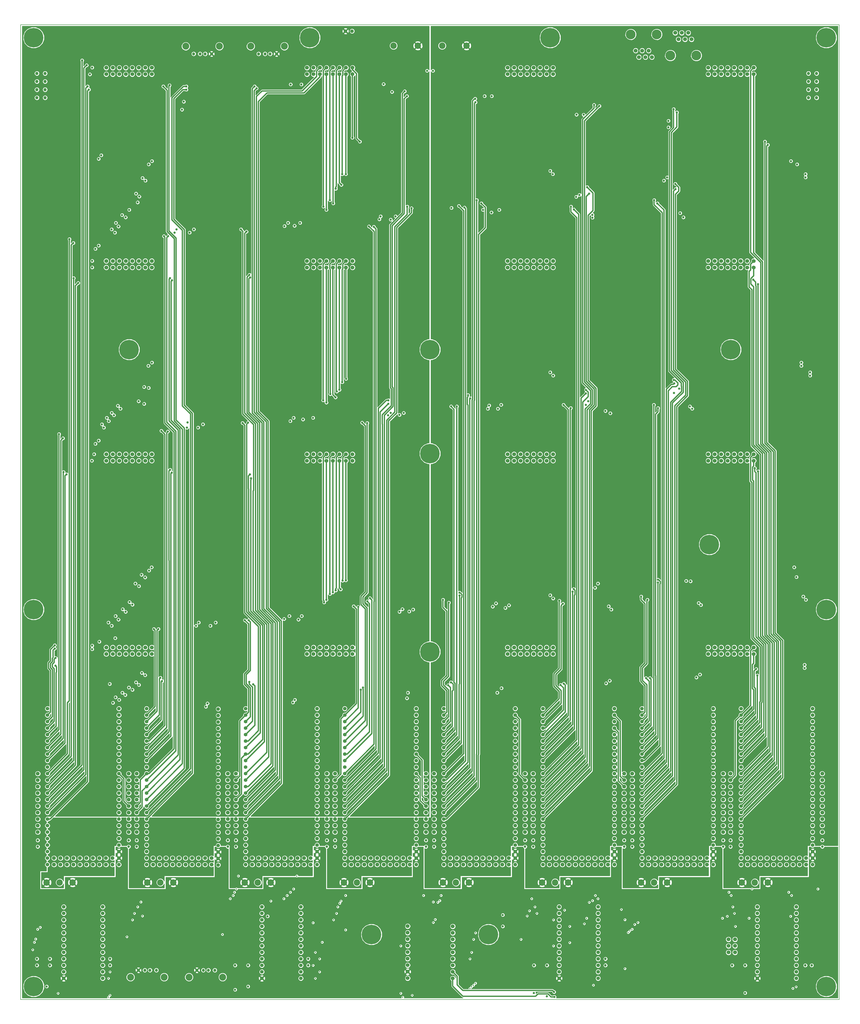
<source format=gbr>
G04 #@! TF.FileFunction,Copper,L3,Inr,Signal*
%FSLAX46Y46*%
G04 Gerber Fmt 4.6, Leading zero omitted, Abs format (unit mm)*
G04 Created by KiCad (PCBNEW 4.0.7) date Thursday, October 11, 2018 'PMt' 07:28:51 PM*
%MOMM*%
%LPD*%
G01*
G04 APERTURE LIST*
%ADD10C,0.100000*%
%ADD11C,0.150000*%
%ADD12C,1.500000*%
%ADD13C,3.800000*%
%ADD14C,1.524000*%
%ADD15C,1.200000*%
%ADD16C,2.700000*%
%ADD17C,1.397000*%
%ADD18C,1.000000*%
%ADD19C,7.620000*%
%ADD20C,2.500000*%
%ADD21C,1.270000*%
%ADD22C,0.508000*%
%ADD23C,0.889000*%
%ADD24C,0.508000*%
%ADD25C,0.254000*%
G04 APERTURE END LIST*
D10*
D11*
X345440000Y-16510000D02*
X345440000Y-397510000D01*
X25400000Y-16510000D02*
X25400000Y-397510000D01*
X25400000Y-397510000D02*
X345440000Y-397510000D01*
X25400000Y-16510000D02*
X345440000Y-16510000D01*
D12*
X148272500Y-332105000D03*
X148272500Y-329565000D03*
X148272500Y-327025000D03*
X148272500Y-324485000D03*
X148272500Y-321945000D03*
X148272500Y-319405000D03*
X148272500Y-316865000D03*
X148272500Y-314325000D03*
X148272500Y-311785000D03*
X148272500Y-309245000D03*
X145097500Y-332105000D03*
X145097500Y-329565000D03*
X145097500Y-327025000D03*
X145097500Y-324485000D03*
X145097500Y-321945000D03*
X145097500Y-319405000D03*
X145097500Y-316865000D03*
X145097500Y-314325000D03*
X145097500Y-311785000D03*
X145097500Y-309245000D03*
D13*
X279400000Y-28575000D03*
X289560000Y-28575000D03*
D14*
X285110000Y-22225000D03*
X287650000Y-22225000D03*
X283840000Y-19685000D03*
X286380000Y-19685000D03*
X282570000Y-22225000D03*
X281300000Y-19685000D03*
D15*
X94290000Y-386080000D03*
X96790000Y-386080000D03*
X98790000Y-386080000D03*
X101290000Y-386080000D03*
D16*
X104360000Y-388790000D03*
X91220000Y-388790000D03*
D14*
X304673000Y-379095000D03*
X302133000Y-379095000D03*
X304673000Y-376555000D03*
X302133000Y-376555000D03*
X304673000Y-374015000D03*
X302133000Y-374015000D03*
D17*
X154940000Y-19050000D03*
X152400000Y-19050000D03*
D18*
X60325000Y-384155000D03*
X60325000Y-381655000D03*
X137795000Y-384155000D03*
X137795000Y-381655000D03*
X254000000Y-384155000D03*
X254000000Y-381655000D03*
X332125000Y-384175000D03*
X334625000Y-384175000D03*
X32067500Y-337800000D03*
X32067500Y-335300000D03*
X67627500Y-337800000D03*
X67627500Y-335300000D03*
X109537500Y-337800000D03*
X109537500Y-335300000D03*
X145097500Y-337800000D03*
X145097500Y-335300000D03*
X148272500Y-337800000D03*
X148272500Y-335300000D03*
X183832500Y-337800000D03*
X183832500Y-335300000D03*
X187007500Y-337800000D03*
X187007500Y-335300000D03*
X222567500Y-337800000D03*
X222567500Y-335300000D03*
X225742500Y-337800000D03*
X225742500Y-335300000D03*
X261302500Y-337800000D03*
X261302500Y-335300000D03*
X264477500Y-337800000D03*
X264477500Y-335300000D03*
X300037500Y-337800000D03*
X300037500Y-335300000D03*
X302895000Y-337800000D03*
X302895000Y-335300000D03*
X338772500Y-337800000D03*
X338772500Y-335300000D03*
X70739000Y-337800000D03*
X70739000Y-335300000D03*
X106362500Y-337800000D03*
X106362500Y-335300000D03*
X36830000Y-384175000D03*
X31750000Y-384175000D03*
X231140000Y-384175000D03*
X226060000Y-384175000D03*
X308610000Y-384175000D03*
X303530000Y-384175000D03*
X114300000Y-384175000D03*
X109220000Y-384175000D03*
X36830000Y-381635000D03*
X31750000Y-381635000D03*
D14*
X76657200Y-35877500D03*
X74117200Y-35877500D03*
X71577200Y-35877500D03*
X69037200Y-35877500D03*
X66497200Y-35877500D03*
X63957200Y-35877500D03*
X61417200Y-35877500D03*
X76657200Y-33337500D03*
X74117200Y-33337500D03*
X71577200Y-33337500D03*
X69037200Y-33337500D03*
X66497200Y-33337500D03*
X63957200Y-33337500D03*
X58877200Y-33337500D03*
X61417200Y-33337500D03*
X58877200Y-35877500D03*
X155092400Y-35877500D03*
X152552400Y-35877500D03*
X150012400Y-35877500D03*
X147472400Y-35877500D03*
X144932400Y-35877500D03*
X142392400Y-35877500D03*
X139852400Y-35877500D03*
X155092400Y-33337500D03*
X152552400Y-33337500D03*
X150012400Y-33337500D03*
X147472400Y-33337500D03*
X144932400Y-33337500D03*
X142392400Y-33337500D03*
X137312400Y-33337500D03*
X139852400Y-33337500D03*
X137312400Y-35877500D03*
X311962800Y-35877500D03*
X309422800Y-35877500D03*
X306882800Y-35877500D03*
X304342800Y-35877500D03*
X301802800Y-35877500D03*
X299262800Y-35877500D03*
X296722800Y-35877500D03*
X311962800Y-33337500D03*
X309422800Y-33337500D03*
X306882800Y-33337500D03*
X304342800Y-33337500D03*
X301802800Y-33337500D03*
X299262800Y-33337500D03*
X294182800Y-33337500D03*
X296722800Y-33337500D03*
X294182800Y-35877500D03*
X76657200Y-111417100D03*
X74117200Y-111417100D03*
X71577200Y-111417100D03*
X69037200Y-111417100D03*
X66497200Y-111417100D03*
X63957200Y-111417100D03*
X61417200Y-111417100D03*
X76657200Y-108877100D03*
X74117200Y-108877100D03*
X71577200Y-108877100D03*
X69037200Y-108877100D03*
X66497200Y-108877100D03*
X63957200Y-108877100D03*
X58877200Y-108877100D03*
X61417200Y-108877100D03*
X58877200Y-111417100D03*
X155092400Y-111417100D03*
X152552400Y-111417100D03*
X150012400Y-111417100D03*
X147472400Y-111417100D03*
X144932400Y-111417100D03*
X142392400Y-111417100D03*
X139852400Y-111417100D03*
X155092400Y-108877100D03*
X152552400Y-108877100D03*
X150012400Y-108877100D03*
X147472400Y-108877100D03*
X144932400Y-108877100D03*
X142392400Y-108877100D03*
X137312400Y-108877100D03*
X139852400Y-108877100D03*
X137312400Y-111417100D03*
X311962800Y-111417100D03*
X309422800Y-111417100D03*
X306882800Y-111417100D03*
X304342800Y-111417100D03*
X301802800Y-111417100D03*
X299262800Y-111417100D03*
X296722800Y-111417100D03*
X311962800Y-108877100D03*
X309422800Y-108877100D03*
X306882800Y-108877100D03*
X304342800Y-108877100D03*
X301802800Y-108877100D03*
X299262800Y-108877100D03*
X294182800Y-108877100D03*
X296722800Y-108877100D03*
X294182800Y-111417100D03*
X76657200Y-186956700D03*
X74117200Y-186956700D03*
X71577200Y-186956700D03*
X69037200Y-186956700D03*
X66497200Y-186956700D03*
X63957200Y-186956700D03*
X61417200Y-186956700D03*
X76657200Y-184416700D03*
X74117200Y-184416700D03*
X71577200Y-184416700D03*
X69037200Y-184416700D03*
X66497200Y-184416700D03*
X63957200Y-184416700D03*
X58877200Y-184416700D03*
X61417200Y-184416700D03*
X58877200Y-186956700D03*
X155092400Y-186956700D03*
X152552400Y-186956700D03*
X150012400Y-186956700D03*
X147472400Y-186956700D03*
X144932400Y-186956700D03*
X142392400Y-186956700D03*
X139852400Y-186956700D03*
X155092400Y-184416700D03*
X152552400Y-184416700D03*
X150012400Y-184416700D03*
X147472400Y-184416700D03*
X144932400Y-184416700D03*
X142392400Y-184416700D03*
X137312400Y-184416700D03*
X139852400Y-184416700D03*
X137312400Y-186956700D03*
X76657200Y-262496300D03*
X74117200Y-262496300D03*
X71577200Y-262496300D03*
X69037200Y-262496300D03*
X66497200Y-262496300D03*
X63957200Y-262496300D03*
X61417200Y-262496300D03*
X76657200Y-259956300D03*
X74117200Y-259956300D03*
X71577200Y-259956300D03*
X69037200Y-259956300D03*
X66497200Y-259956300D03*
X63957200Y-259956300D03*
X58877200Y-259956300D03*
X61417200Y-259956300D03*
X58877200Y-262496300D03*
X155092400Y-262496300D03*
X152552400Y-262496300D03*
X150012400Y-262496300D03*
X147472400Y-262496300D03*
X144932400Y-262496300D03*
X142392400Y-262496300D03*
X139852400Y-262496300D03*
X155092400Y-259956300D03*
X152552400Y-259956300D03*
X150012400Y-259956300D03*
X147472400Y-259956300D03*
X144932400Y-259956300D03*
X142392400Y-259956300D03*
X137312400Y-259956300D03*
X139852400Y-259956300D03*
X137312400Y-262496300D03*
X233527600Y-262496300D03*
X230987600Y-262496300D03*
X228447600Y-262496300D03*
X225907600Y-262496300D03*
X223367600Y-262496300D03*
X220827600Y-262496300D03*
X218287600Y-262496300D03*
X233527600Y-259956300D03*
X230987600Y-259956300D03*
X228447600Y-259956300D03*
X225907600Y-259956300D03*
X223367600Y-259956300D03*
X220827600Y-259956300D03*
X215747600Y-259956300D03*
X218287600Y-259956300D03*
X215747600Y-262496300D03*
X311962800Y-262496300D03*
X309422800Y-262496300D03*
X306882800Y-262496300D03*
X304342800Y-262496300D03*
X301802800Y-262496300D03*
X299262800Y-262496300D03*
X296722800Y-262496300D03*
X311962800Y-259956300D03*
X309422800Y-259956300D03*
X306882800Y-259956300D03*
X304342800Y-259956300D03*
X301802800Y-259956300D03*
X299262800Y-259956300D03*
X294182800Y-259956300D03*
X296722800Y-259956300D03*
X294182800Y-262496300D03*
X233527600Y-35877500D03*
X230987600Y-35877500D03*
X228447600Y-35877500D03*
X225907600Y-35877500D03*
X223367600Y-35877500D03*
X220827600Y-35877500D03*
X218287600Y-35877500D03*
X233527600Y-33337500D03*
X230987600Y-33337500D03*
X228447600Y-33337500D03*
X225907600Y-33337500D03*
X223367600Y-33337500D03*
X220827600Y-33337500D03*
X215747600Y-33337500D03*
X218287600Y-33337500D03*
X215747600Y-35877500D03*
X233527600Y-111417100D03*
X230987600Y-111417100D03*
X228447600Y-111417100D03*
X225907600Y-111417100D03*
X223367600Y-111417100D03*
X220827600Y-111417100D03*
X218287600Y-111417100D03*
X233527600Y-108877100D03*
X230987600Y-108877100D03*
X228447600Y-108877100D03*
X225907600Y-108877100D03*
X223367600Y-108877100D03*
X220827600Y-108877100D03*
X215747600Y-108877100D03*
X218287600Y-108877100D03*
X215747600Y-111417100D03*
X233527600Y-186956700D03*
X230987600Y-186956700D03*
X228447600Y-186956700D03*
X225907600Y-186956700D03*
X223367600Y-186956700D03*
X220827600Y-186956700D03*
X218287600Y-186956700D03*
X233527600Y-184416700D03*
X230987600Y-184416700D03*
X228447600Y-184416700D03*
X225907600Y-184416700D03*
X223367600Y-184416700D03*
X220827600Y-184416700D03*
X215747600Y-184416700D03*
X218287600Y-184416700D03*
X215747600Y-186956700D03*
X311962800Y-186956700D03*
X309422800Y-186956700D03*
X306882800Y-186956700D03*
X304342800Y-186956700D03*
X301802800Y-186956700D03*
X299262800Y-186956700D03*
X296722800Y-186956700D03*
X311962800Y-184416700D03*
X309422800Y-184416700D03*
X306882800Y-184416700D03*
X304342800Y-184416700D03*
X301802800Y-184416700D03*
X299262800Y-184416700D03*
X294182800Y-184416700D03*
X296722800Y-184416700D03*
X294182800Y-186956700D03*
D19*
X30480000Y-21590000D03*
X138430000Y-21590000D03*
X232410000Y-21590000D03*
X67818000Y-143510000D03*
X185420000Y-143510000D03*
X303022000Y-143510000D03*
X185420000Y-184150000D03*
X294640000Y-219710000D03*
X30480000Y-245110000D03*
X340360000Y-245110000D03*
X185420000Y-261620000D03*
X162560000Y-372110000D03*
X208280000Y-372110000D03*
X30480000Y-392430000D03*
X340360000Y-392430000D03*
X340360000Y-21590000D03*
D20*
X199670000Y-24765000D03*
X190170000Y-24765000D03*
X180670000Y-24765000D03*
X171170000Y-24765000D03*
X317500000Y-351790000D03*
X312420000Y-351790000D03*
X307340000Y-351790000D03*
X278130000Y-351790000D03*
X273050000Y-351790000D03*
X267970000Y-351790000D03*
X239395000Y-351790000D03*
X234315000Y-351790000D03*
X229235000Y-351790000D03*
X200660000Y-351790000D03*
X195580000Y-351790000D03*
X190500000Y-351790000D03*
X161925000Y-351790000D03*
X156845000Y-351790000D03*
X151765000Y-351790000D03*
X123190000Y-351790000D03*
X118110000Y-351790000D03*
X113030000Y-351790000D03*
X85090000Y-351790000D03*
X80010000Y-351790000D03*
X74930000Y-351790000D03*
X45720000Y-351790000D03*
X40640000Y-351790000D03*
X35560000Y-351790000D03*
D15*
X100020000Y-27940000D03*
X97520000Y-27940000D03*
X95520000Y-27940000D03*
X93020000Y-27940000D03*
D16*
X89950000Y-24940000D03*
X103090000Y-24940000D03*
D15*
X71430000Y-386080000D03*
X73930000Y-386080000D03*
X75930000Y-386080000D03*
X78430000Y-386080000D03*
D16*
X81500000Y-388790000D03*
X68360000Y-388790000D03*
D15*
X125420000Y-27940000D03*
X122920000Y-27940000D03*
X120920000Y-27940000D03*
X118420000Y-27940000D03*
D16*
X115350000Y-24940000D03*
X128490000Y-24940000D03*
D21*
X339090000Y-296545000D03*
X343154000Y-296545000D03*
X339090000Y-291465000D03*
X343154000Y-291465000D03*
X31750000Y-296545000D03*
X31750000Y-291465000D03*
X27432000Y-296545000D03*
X27432000Y-291465000D03*
X31750000Y-35560000D03*
X34925000Y-35560000D03*
X31750000Y-38735000D03*
X34925000Y-38735000D03*
X31750000Y-41910000D03*
X34925000Y-41910000D03*
X31750000Y-45085000D03*
X34925000Y-45085000D03*
X333375000Y-35560000D03*
X336550000Y-35560000D03*
X333375000Y-38735000D03*
X336550000Y-38735000D03*
X333375000Y-41910000D03*
X336550000Y-41910000D03*
X333375000Y-45085000D03*
X336550000Y-45085000D03*
D17*
X119697500Y-361315000D03*
X119697500Y-363855000D03*
X119697500Y-366395000D03*
X119697500Y-368935000D03*
X119697500Y-371475000D03*
X119697500Y-374015000D03*
X119697500Y-376555000D03*
X119697500Y-381635000D03*
X119697500Y-384175000D03*
X119697500Y-386715000D03*
X119697500Y-389255000D03*
X119697500Y-379095000D03*
X134937500Y-379095000D03*
X134937500Y-389255000D03*
X134937500Y-386715000D03*
X134937500Y-384175000D03*
X134937500Y-381635000D03*
X134937500Y-376555000D03*
X134937500Y-374015000D03*
X134937500Y-371475000D03*
X134937500Y-368935000D03*
X134937500Y-366395000D03*
X134937500Y-363855000D03*
X134937500Y-361315000D03*
X313372500Y-361315000D03*
X313372500Y-363855000D03*
X313372500Y-366395000D03*
X313372500Y-368935000D03*
X313372500Y-371475000D03*
X313372500Y-374015000D03*
X313372500Y-376555000D03*
X313372500Y-381635000D03*
X313372500Y-384175000D03*
X313372500Y-386715000D03*
X313372500Y-389255000D03*
X313372500Y-379095000D03*
X328612500Y-379095000D03*
X328612500Y-389255000D03*
X328612500Y-386715000D03*
X328612500Y-384175000D03*
X328612500Y-381635000D03*
X328612500Y-376555000D03*
X328612500Y-374015000D03*
X328612500Y-371475000D03*
X328612500Y-368935000D03*
X328612500Y-366395000D03*
X328612500Y-363855000D03*
X328612500Y-361315000D03*
X235902500Y-361315000D03*
X235902500Y-363855000D03*
X235902500Y-366395000D03*
X235902500Y-368935000D03*
X235902500Y-371475000D03*
X235902500Y-374015000D03*
X235902500Y-376555000D03*
X235902500Y-381635000D03*
X235902500Y-384175000D03*
X235902500Y-386715000D03*
X235902500Y-389255000D03*
X235902500Y-379095000D03*
X251142500Y-379095000D03*
X251142500Y-389255000D03*
X251142500Y-386715000D03*
X251142500Y-384175000D03*
X251142500Y-381635000D03*
X251142500Y-376555000D03*
X251142500Y-374015000D03*
X251142500Y-371475000D03*
X251142500Y-368935000D03*
X251142500Y-366395000D03*
X251142500Y-363855000D03*
X251142500Y-361315000D03*
X42227500Y-361315000D03*
X42227500Y-363855000D03*
X42227500Y-366395000D03*
X42227500Y-368935000D03*
X42227500Y-371475000D03*
X42227500Y-374015000D03*
X42227500Y-376555000D03*
X42227500Y-381635000D03*
X42227500Y-384175000D03*
X42227500Y-386715000D03*
X42227500Y-389255000D03*
X42227500Y-379095000D03*
X57467500Y-379095000D03*
X57467500Y-389255000D03*
X57467500Y-386715000D03*
X57467500Y-384175000D03*
X57467500Y-381635000D03*
X57467500Y-376555000D03*
X57467500Y-374015000D03*
X57467500Y-371475000D03*
X57467500Y-368935000D03*
X57467500Y-366395000D03*
X57467500Y-363855000D03*
X57467500Y-361315000D03*
D14*
X265816000Y-26670000D03*
D13*
X274066000Y-20320000D03*
X263906000Y-20320000D03*
D14*
X268356000Y-26670000D03*
X270896000Y-26670000D03*
X267086000Y-29210000D03*
X269626000Y-29210000D03*
X272166000Y-29210000D03*
D12*
X32067500Y-332105000D03*
X32067500Y-329565000D03*
X32067500Y-327025000D03*
X32067500Y-324485000D03*
X32067500Y-321945000D03*
X32067500Y-319405000D03*
X32067500Y-316865000D03*
X32067500Y-314325000D03*
X32067500Y-311785000D03*
X32067500Y-309245000D03*
X67627500Y-332105000D03*
X67627500Y-329565000D03*
X67627500Y-327025000D03*
X67627500Y-324485000D03*
X67627500Y-321945000D03*
X67627500Y-319405000D03*
X67627500Y-316865000D03*
X67627500Y-314325000D03*
X67627500Y-311785000D03*
X67627500Y-309245000D03*
X70739000Y-332105000D03*
X70739000Y-329565000D03*
X70739000Y-327025000D03*
X70739000Y-324485000D03*
X70739000Y-321945000D03*
X70739000Y-319405000D03*
X70739000Y-316865000D03*
X70739000Y-314325000D03*
X70739000Y-311785000D03*
X70739000Y-309245000D03*
X106362500Y-332105000D03*
X106362500Y-329565000D03*
X106362500Y-327025000D03*
X106362500Y-324485000D03*
X106362500Y-321945000D03*
X106362500Y-319405000D03*
X106362500Y-316865000D03*
X106362500Y-314325000D03*
X106362500Y-311785000D03*
X106362500Y-309245000D03*
X109537500Y-332105000D03*
X109537500Y-329565000D03*
X109537500Y-327025000D03*
X109537500Y-324485000D03*
X109537500Y-321945000D03*
X109537500Y-319405000D03*
X109537500Y-316865000D03*
X109537500Y-314325000D03*
X109537500Y-311785000D03*
X109537500Y-309245000D03*
X183832500Y-332105000D03*
X183832500Y-329565000D03*
X183832500Y-327025000D03*
X183832500Y-324485000D03*
X183832500Y-321945000D03*
X183832500Y-319405000D03*
X183832500Y-316865000D03*
X183832500Y-314325000D03*
X183832500Y-311785000D03*
X183832500Y-309245000D03*
X187007500Y-332105000D03*
X187007500Y-329565000D03*
X187007500Y-327025000D03*
X187007500Y-324485000D03*
X187007500Y-321945000D03*
X187007500Y-319405000D03*
X187007500Y-316865000D03*
X187007500Y-314325000D03*
X187007500Y-311785000D03*
X187007500Y-309245000D03*
X222567500Y-332105000D03*
X222567500Y-329565000D03*
X222567500Y-327025000D03*
X222567500Y-324485000D03*
X222567500Y-321945000D03*
X222567500Y-319405000D03*
X222567500Y-316865000D03*
X222567500Y-314325000D03*
X222567500Y-311785000D03*
X222567500Y-309245000D03*
X225742500Y-332105000D03*
X225742500Y-329565000D03*
X225742500Y-327025000D03*
X225742500Y-324485000D03*
X225742500Y-321945000D03*
X225742500Y-319405000D03*
X225742500Y-316865000D03*
X225742500Y-314325000D03*
X225742500Y-311785000D03*
X225742500Y-309245000D03*
X261302500Y-332105000D03*
X261302500Y-329565000D03*
X261302500Y-327025000D03*
X261302500Y-324485000D03*
X261302500Y-321945000D03*
X261302500Y-319405000D03*
X261302500Y-316865000D03*
X261302500Y-314325000D03*
X261302500Y-311785000D03*
X261302500Y-309245000D03*
X264477500Y-332105000D03*
X264477500Y-329565000D03*
X264477500Y-327025000D03*
X264477500Y-324485000D03*
X264477500Y-321945000D03*
X264477500Y-319405000D03*
X264477500Y-316865000D03*
X264477500Y-314325000D03*
X264477500Y-311785000D03*
X264477500Y-309245000D03*
X300037500Y-332105000D03*
X300037500Y-329565000D03*
X300037500Y-327025000D03*
X300037500Y-324485000D03*
X300037500Y-321945000D03*
X300037500Y-319405000D03*
X300037500Y-316865000D03*
X300037500Y-314325000D03*
X300037500Y-311785000D03*
X300037500Y-309245000D03*
X302895000Y-332105000D03*
X302895000Y-329565000D03*
X302895000Y-327025000D03*
X302895000Y-324485000D03*
X302895000Y-321945000D03*
X302895000Y-319405000D03*
X302895000Y-316865000D03*
X302895000Y-314325000D03*
X302895000Y-311785000D03*
X302895000Y-309245000D03*
X338772500Y-332105000D03*
X338772500Y-329565000D03*
X338772500Y-327025000D03*
X338772500Y-324485000D03*
X338772500Y-321945000D03*
X338772500Y-319405000D03*
X338772500Y-316865000D03*
X338772500Y-314325000D03*
X338772500Y-311785000D03*
X338772500Y-309245000D03*
X38417500Y-344805000D03*
X40957500Y-344805000D03*
X43497500Y-344805000D03*
X46037500Y-344805000D03*
X48577500Y-344805000D03*
X51117500Y-344805000D03*
X53657500Y-344805000D03*
X56197500Y-344805000D03*
X58737500Y-344805000D03*
X61277500Y-344805000D03*
X77152500Y-344805000D03*
X79692500Y-344805000D03*
X82232500Y-344805000D03*
X84772500Y-344805000D03*
X87312500Y-344805000D03*
X89852500Y-344805000D03*
X92392500Y-344805000D03*
X94932500Y-344805000D03*
X97472500Y-344805000D03*
X100012500Y-344805000D03*
X115887500Y-344805000D03*
X118427500Y-344805000D03*
X120967500Y-344805000D03*
X123507500Y-344805000D03*
X126047500Y-344805000D03*
X128587500Y-344805000D03*
X131127500Y-344805000D03*
X133667500Y-344805000D03*
X136207500Y-344805000D03*
X138747500Y-344805000D03*
X154622500Y-344805000D03*
X157162500Y-344805000D03*
X159702500Y-344805000D03*
X162242500Y-344805000D03*
X164782500Y-344805000D03*
X167322500Y-344805000D03*
X169862500Y-344805000D03*
X172402500Y-344805000D03*
X174942500Y-344805000D03*
X177482500Y-344805000D03*
X193357500Y-344805000D03*
X195897500Y-344805000D03*
X198437500Y-344805000D03*
X200977500Y-344805000D03*
X203517500Y-344805000D03*
X206057500Y-344805000D03*
X208597500Y-344805000D03*
X211137500Y-344805000D03*
X213677500Y-344805000D03*
X216217500Y-344805000D03*
X232092500Y-344805000D03*
X234632500Y-344805000D03*
X237172500Y-344805000D03*
X239712500Y-344805000D03*
X242252500Y-344805000D03*
X244792500Y-344805000D03*
X247332500Y-344805000D03*
X249872500Y-344805000D03*
X252412500Y-344805000D03*
X254952500Y-344805000D03*
X270827500Y-344805000D03*
X273367500Y-344805000D03*
X275907500Y-344805000D03*
X278447500Y-344805000D03*
X280987500Y-344805000D03*
X283527500Y-344805000D03*
X286067500Y-344805000D03*
X288607500Y-344805000D03*
X291147500Y-344805000D03*
X293687500Y-344805000D03*
X309562500Y-344805000D03*
X312102500Y-344805000D03*
X314642500Y-344805000D03*
X317182500Y-344805000D03*
X319722500Y-344805000D03*
X322262500Y-344805000D03*
X324802500Y-344805000D03*
X327342500Y-344805000D03*
X329882500Y-344805000D03*
X332422500Y-344805000D03*
X38417500Y-342265000D03*
X40957500Y-342265000D03*
X43497500Y-342265000D03*
X46037500Y-342265000D03*
X48577500Y-342265000D03*
X51117500Y-342265000D03*
X53657500Y-342265000D03*
X56197500Y-342265000D03*
X58737500Y-342265000D03*
X61277500Y-342265000D03*
X77152500Y-342265000D03*
X79692500Y-342265000D03*
X82232500Y-342265000D03*
X84772500Y-342265000D03*
X87312500Y-342265000D03*
X89852500Y-342265000D03*
X92392500Y-342265000D03*
X94932500Y-342265000D03*
X97472500Y-342265000D03*
X100012500Y-342265000D03*
X115887500Y-342265000D03*
X118427500Y-342265000D03*
X120967500Y-342265000D03*
X123507500Y-342265000D03*
X126047500Y-342265000D03*
X128587500Y-342265000D03*
X131127500Y-342265000D03*
X133667500Y-342265000D03*
X136207500Y-342265000D03*
X138747500Y-342265000D03*
X154622500Y-342265000D03*
X157162500Y-342265000D03*
X159702500Y-342265000D03*
X162242500Y-342265000D03*
X164782500Y-342265000D03*
X167322500Y-342265000D03*
X169862500Y-342265000D03*
X172402500Y-342265000D03*
X174942500Y-342265000D03*
X177482500Y-342265000D03*
X193357500Y-342265000D03*
X195897500Y-342265000D03*
X198437500Y-342265000D03*
X200977500Y-342265000D03*
X203517500Y-342265000D03*
X206057500Y-342265000D03*
X208597500Y-342265000D03*
X211137500Y-342265000D03*
X213677500Y-342265000D03*
X216217500Y-342265000D03*
X232092500Y-342265000D03*
X234632500Y-342265000D03*
X237172500Y-342265000D03*
X239712500Y-342265000D03*
X242252500Y-342265000D03*
X244792500Y-342265000D03*
X247332500Y-342265000D03*
X249872500Y-342265000D03*
X252412500Y-342265000D03*
X254952500Y-342265000D03*
X270827500Y-342265000D03*
X273367500Y-342265000D03*
X275907500Y-342265000D03*
X278447500Y-342265000D03*
X280987500Y-342265000D03*
X283527500Y-342265000D03*
X286067500Y-342265000D03*
X288607500Y-342265000D03*
X291147500Y-342265000D03*
X293687500Y-342265000D03*
X309562500Y-342265000D03*
X312102500Y-342265000D03*
X314642500Y-342265000D03*
X317182500Y-342265000D03*
X319722500Y-342265000D03*
X322262500Y-342265000D03*
X324802500Y-342265000D03*
X327342500Y-342265000D03*
X329882500Y-342265000D03*
X332422500Y-342265000D03*
D17*
X35877500Y-283845000D03*
X35877500Y-286385000D03*
X35877500Y-283845000D03*
X35877500Y-286385000D03*
X35877500Y-288925000D03*
X35877500Y-291465000D03*
X35877500Y-294005000D03*
X35877500Y-296545000D03*
X35877500Y-299085000D03*
X35877500Y-301625000D03*
X35877500Y-304165000D03*
X35877500Y-306705000D03*
X35877500Y-309245000D03*
X35877500Y-311785000D03*
X35877500Y-314325000D03*
X35877500Y-316865000D03*
X35877500Y-319405000D03*
X35877500Y-321945000D03*
X35877500Y-324485000D03*
X35877500Y-327025000D03*
X35877500Y-329565000D03*
X35877500Y-332105000D03*
X35877500Y-334645000D03*
X35877500Y-337185000D03*
X35877500Y-339725000D03*
X35877500Y-342265000D03*
X35877500Y-344805000D03*
X63817500Y-286385000D03*
X63817500Y-283845000D03*
X63817500Y-283845000D03*
X63817500Y-286385000D03*
X63817500Y-288925000D03*
X63817500Y-291465000D03*
X63817500Y-294005000D03*
X63817500Y-296545000D03*
X63817500Y-299085000D03*
X63817500Y-301625000D03*
X63817500Y-304165000D03*
X63817500Y-306705000D03*
X63817500Y-309245000D03*
X63817500Y-311785000D03*
X63817500Y-314325000D03*
X63817500Y-316865000D03*
X63817500Y-319405000D03*
X63817500Y-321945000D03*
X63817500Y-324485000D03*
X63817500Y-327025000D03*
X63817500Y-329565000D03*
X63817500Y-332105000D03*
X63817500Y-334645000D03*
X63817500Y-337185000D03*
X63817500Y-339725000D03*
X63817500Y-342265000D03*
X63817500Y-344805000D03*
X74612500Y-283845000D03*
X74612500Y-286385000D03*
X74612500Y-283845000D03*
X74612500Y-286385000D03*
X74612500Y-288925000D03*
X74612500Y-291465000D03*
X74612500Y-294005000D03*
X74612500Y-296545000D03*
X74612500Y-299085000D03*
X74612500Y-301625000D03*
X74612500Y-304165000D03*
X74612500Y-306705000D03*
X74612500Y-309245000D03*
X74612500Y-311785000D03*
X74612500Y-314325000D03*
X74612500Y-316865000D03*
X74612500Y-319405000D03*
X74612500Y-321945000D03*
X74612500Y-324485000D03*
X74612500Y-327025000D03*
X74612500Y-329565000D03*
X74612500Y-332105000D03*
X74612500Y-334645000D03*
X74612500Y-337185000D03*
X74612500Y-339725000D03*
X74612500Y-342265000D03*
X74612500Y-344805000D03*
X102616000Y-286512000D03*
X102616000Y-283972000D03*
X102616000Y-283972000D03*
X102616000Y-286512000D03*
X102616000Y-289052000D03*
X102616000Y-291592000D03*
X102616000Y-294132000D03*
X102616000Y-296672000D03*
X102616000Y-299212000D03*
X102616000Y-301752000D03*
X102616000Y-304292000D03*
X102616000Y-306832000D03*
X102616000Y-309372000D03*
X102616000Y-311912000D03*
X102616000Y-314452000D03*
X102616000Y-316992000D03*
X102616000Y-319532000D03*
X102616000Y-322072000D03*
X102616000Y-324612000D03*
X102616000Y-327152000D03*
X102616000Y-329692000D03*
X102616000Y-332232000D03*
X102616000Y-334772000D03*
X102616000Y-337312000D03*
X102616000Y-339852000D03*
X102616000Y-342392000D03*
X102616000Y-344932000D03*
X113347500Y-283845000D03*
X113347500Y-286385000D03*
X113347500Y-283845000D03*
X113347500Y-286385000D03*
X113347500Y-288925000D03*
X113347500Y-291465000D03*
X113347500Y-294005000D03*
X113347500Y-296545000D03*
X113347500Y-299085000D03*
X113347500Y-301625000D03*
X113347500Y-304165000D03*
X113347500Y-306705000D03*
X113347500Y-309245000D03*
X113347500Y-311785000D03*
X113347500Y-314325000D03*
X113347500Y-316865000D03*
X113347500Y-319405000D03*
X113347500Y-321945000D03*
X113347500Y-324485000D03*
X113347500Y-327025000D03*
X113347500Y-329565000D03*
X113347500Y-332105000D03*
X113347500Y-334645000D03*
X113347500Y-337185000D03*
X113347500Y-339725000D03*
X113347500Y-342265000D03*
X113347500Y-344805000D03*
X141287500Y-286385000D03*
X141287500Y-283845000D03*
X141287500Y-283845000D03*
X141287500Y-286385000D03*
X141287500Y-288925000D03*
X141287500Y-291465000D03*
X141287500Y-294005000D03*
X141287500Y-296545000D03*
X141287500Y-299085000D03*
X141287500Y-301625000D03*
X141287500Y-304165000D03*
X141287500Y-306705000D03*
X141287500Y-309245000D03*
X141287500Y-311785000D03*
X141287500Y-314325000D03*
X141287500Y-316865000D03*
X141287500Y-319405000D03*
X141287500Y-321945000D03*
X141287500Y-324485000D03*
X141287500Y-327025000D03*
X141287500Y-329565000D03*
X141287500Y-332105000D03*
X141287500Y-334645000D03*
X141287500Y-337185000D03*
X141287500Y-339725000D03*
X141287500Y-342265000D03*
X141287500Y-344805000D03*
X152082500Y-283845000D03*
X152082500Y-286385000D03*
X152082500Y-283845000D03*
X152082500Y-286385000D03*
X152082500Y-288925000D03*
X152082500Y-291465000D03*
X152082500Y-294005000D03*
X152082500Y-296545000D03*
X152082500Y-299085000D03*
X152082500Y-301625000D03*
X152082500Y-304165000D03*
X152082500Y-306705000D03*
X152082500Y-309245000D03*
X152082500Y-311785000D03*
X152082500Y-314325000D03*
X152082500Y-316865000D03*
X152082500Y-319405000D03*
X152082500Y-321945000D03*
X152082500Y-324485000D03*
X152082500Y-327025000D03*
X152082500Y-329565000D03*
X152082500Y-332105000D03*
X152082500Y-334645000D03*
X152082500Y-337185000D03*
X152082500Y-339725000D03*
X152082500Y-342265000D03*
X152082500Y-344805000D03*
X180022500Y-286385000D03*
X180022500Y-283845000D03*
X180022500Y-283845000D03*
X180022500Y-286385000D03*
X180022500Y-288925000D03*
X180022500Y-291465000D03*
X180022500Y-294005000D03*
X180022500Y-296545000D03*
X180022500Y-299085000D03*
X180022500Y-301625000D03*
X180022500Y-304165000D03*
X180022500Y-306705000D03*
X180022500Y-309245000D03*
X180022500Y-311785000D03*
X180022500Y-314325000D03*
X180022500Y-316865000D03*
X180022500Y-319405000D03*
X180022500Y-321945000D03*
X180022500Y-324485000D03*
X180022500Y-327025000D03*
X180022500Y-329565000D03*
X180022500Y-332105000D03*
X180022500Y-334645000D03*
X180022500Y-337185000D03*
X180022500Y-339725000D03*
X180022500Y-342265000D03*
X180022500Y-344805000D03*
X190817500Y-283845000D03*
X190817500Y-286385000D03*
X190817500Y-283845000D03*
X190817500Y-286385000D03*
X190817500Y-288925000D03*
X190817500Y-291465000D03*
X190817500Y-294005000D03*
X190817500Y-296545000D03*
X190817500Y-299085000D03*
X190817500Y-301625000D03*
X190817500Y-304165000D03*
X190817500Y-306705000D03*
X190817500Y-309245000D03*
X190817500Y-311785000D03*
X190817500Y-314325000D03*
X190817500Y-316865000D03*
X190817500Y-319405000D03*
X190817500Y-321945000D03*
X190817500Y-324485000D03*
X190817500Y-327025000D03*
X190817500Y-329565000D03*
X190817500Y-332105000D03*
X190817500Y-334645000D03*
X190817500Y-337185000D03*
X190817500Y-339725000D03*
X190817500Y-342265000D03*
X190817500Y-344805000D03*
X218757500Y-286385000D03*
X218757500Y-283845000D03*
X218757500Y-283845000D03*
X218757500Y-286385000D03*
X218757500Y-288925000D03*
X218757500Y-291465000D03*
X218757500Y-294005000D03*
X218757500Y-296545000D03*
X218757500Y-299085000D03*
X218757500Y-301625000D03*
X218757500Y-304165000D03*
X218757500Y-306705000D03*
X218757500Y-309245000D03*
X218757500Y-311785000D03*
X218757500Y-314325000D03*
X218757500Y-316865000D03*
X218757500Y-319405000D03*
X218757500Y-321945000D03*
X218757500Y-324485000D03*
X218757500Y-327025000D03*
X218757500Y-329565000D03*
X218757500Y-332105000D03*
X218757500Y-334645000D03*
X218757500Y-337185000D03*
X218757500Y-339725000D03*
X218757500Y-342265000D03*
X218757500Y-344805000D03*
X229552500Y-283845000D03*
X229552500Y-286385000D03*
X229552500Y-283845000D03*
X229552500Y-286385000D03*
X229552500Y-288925000D03*
X229552500Y-291465000D03*
X229552500Y-294005000D03*
X229552500Y-296545000D03*
X229552500Y-299085000D03*
X229552500Y-301625000D03*
X229552500Y-304165000D03*
X229552500Y-306705000D03*
X229552500Y-309245000D03*
X229552500Y-311785000D03*
X229552500Y-314325000D03*
X229552500Y-316865000D03*
X229552500Y-319405000D03*
X229552500Y-321945000D03*
X229552500Y-324485000D03*
X229552500Y-327025000D03*
X229552500Y-329565000D03*
X229552500Y-332105000D03*
X229552500Y-334645000D03*
X229552500Y-337185000D03*
X229552500Y-339725000D03*
X229552500Y-342265000D03*
X229552500Y-344805000D03*
X257492500Y-286385000D03*
X257492500Y-283845000D03*
X257492500Y-283845000D03*
X257492500Y-286385000D03*
X257492500Y-288925000D03*
X257492500Y-291465000D03*
X257492500Y-294005000D03*
X257492500Y-296545000D03*
X257492500Y-299085000D03*
X257492500Y-301625000D03*
X257492500Y-304165000D03*
X257492500Y-306705000D03*
X257492500Y-309245000D03*
X257492500Y-311785000D03*
X257492500Y-314325000D03*
X257492500Y-316865000D03*
X257492500Y-319405000D03*
X257492500Y-321945000D03*
X257492500Y-324485000D03*
X257492500Y-327025000D03*
X257492500Y-329565000D03*
X257492500Y-332105000D03*
X257492500Y-334645000D03*
X257492500Y-337185000D03*
X257492500Y-339725000D03*
X257492500Y-342265000D03*
X257492500Y-344805000D03*
X268287500Y-283845000D03*
X268287500Y-286385000D03*
X268287500Y-283845000D03*
X268287500Y-286385000D03*
X268287500Y-288925000D03*
X268287500Y-291465000D03*
X268287500Y-294005000D03*
X268287500Y-296545000D03*
X268287500Y-299085000D03*
X268287500Y-301625000D03*
X268287500Y-304165000D03*
X268287500Y-306705000D03*
X268287500Y-309245000D03*
X268287500Y-311785000D03*
X268287500Y-314325000D03*
X268287500Y-316865000D03*
X268287500Y-319405000D03*
X268287500Y-321945000D03*
X268287500Y-324485000D03*
X268287500Y-327025000D03*
X268287500Y-329565000D03*
X268287500Y-332105000D03*
X268287500Y-334645000D03*
X268287500Y-337185000D03*
X268287500Y-339725000D03*
X268287500Y-342265000D03*
X268287500Y-344805000D03*
X296164000Y-286385000D03*
X296164000Y-283845000D03*
X296164000Y-283845000D03*
X296164000Y-286385000D03*
X296164000Y-288925000D03*
X296164000Y-291465000D03*
X296164000Y-294005000D03*
X296164000Y-296545000D03*
X296164000Y-299085000D03*
X296164000Y-301625000D03*
X296164000Y-304165000D03*
X296164000Y-306705000D03*
X296164000Y-309245000D03*
X296164000Y-311785000D03*
X296164000Y-314325000D03*
X296164000Y-316865000D03*
X296164000Y-319405000D03*
X296164000Y-321945000D03*
X296164000Y-324485000D03*
X296164000Y-327025000D03*
X296164000Y-329565000D03*
X296164000Y-332105000D03*
X296164000Y-334645000D03*
X296164000Y-337185000D03*
X296164000Y-339725000D03*
X296164000Y-342265000D03*
X296164000Y-344805000D03*
X307022500Y-283845000D03*
X307022500Y-286385000D03*
X307022500Y-283845000D03*
X307022500Y-286385000D03*
X307022500Y-288925000D03*
X307022500Y-291465000D03*
X307022500Y-294005000D03*
X307022500Y-296545000D03*
X307022500Y-299085000D03*
X307022500Y-301625000D03*
X307022500Y-304165000D03*
X307022500Y-306705000D03*
X307022500Y-309245000D03*
X307022500Y-311785000D03*
X307022500Y-314325000D03*
X307022500Y-316865000D03*
X307022500Y-319405000D03*
X307022500Y-321945000D03*
X307022500Y-324485000D03*
X307022500Y-327025000D03*
X307022500Y-329565000D03*
X307022500Y-332105000D03*
X307022500Y-334645000D03*
X307022500Y-337185000D03*
X307022500Y-339725000D03*
X307022500Y-342265000D03*
X307022500Y-344805000D03*
X334962500Y-286385000D03*
X334962500Y-283845000D03*
X334962500Y-283845000D03*
X334962500Y-286385000D03*
X334962500Y-288925000D03*
X334962500Y-291465000D03*
X334962500Y-294005000D03*
X334962500Y-296545000D03*
X334962500Y-299085000D03*
X334962500Y-301625000D03*
X334962500Y-304165000D03*
X334962500Y-306705000D03*
X334962500Y-309245000D03*
X334962500Y-311785000D03*
X334962500Y-314325000D03*
X334962500Y-316865000D03*
X334962500Y-319405000D03*
X334962500Y-321945000D03*
X334962500Y-324485000D03*
X334962500Y-327025000D03*
X334962500Y-329565000D03*
X334962500Y-332105000D03*
X334962500Y-334645000D03*
X334962500Y-337185000D03*
X334962500Y-339725000D03*
X334962500Y-342265000D03*
X334962500Y-344805000D03*
D14*
X176664913Y-368867105D03*
X176664913Y-371407105D03*
X176664913Y-373947105D03*
X176664913Y-376487105D03*
X176664913Y-379027105D03*
X176664913Y-381567105D03*
X176664913Y-384107105D03*
X176664913Y-386647105D03*
X176664913Y-389187105D03*
X194310000Y-368935000D03*
X194310000Y-371475000D03*
X194310000Y-374015000D03*
X194310000Y-376555000D03*
X194310000Y-379095000D03*
X194310000Y-381635000D03*
X194310000Y-384175000D03*
X194310000Y-386715000D03*
X194310000Y-389255000D03*
D22*
X66929000Y-372999000D03*
D23*
X52451000Y-35941000D03*
X53340000Y-33274000D03*
X186563000Y-34544000D03*
X55880000Y-68961000D03*
X184277000Y-34544000D03*
X56896000Y-67564000D03*
X53340000Y-111379000D03*
X53340000Y-108839000D03*
X54610000Y-104140000D03*
X55880000Y-102870000D03*
X53200300Y-186944000D03*
X54102000Y-184404000D03*
X54610000Y-180340000D03*
X55880000Y-179070000D03*
X53340000Y-260604000D03*
X53340000Y-259207000D03*
X56134000Y-257683000D03*
X62357000Y-256286000D03*
X38732401Y-259077401D03*
X38735000Y-260350000D03*
X38989000Y-264033000D03*
X38989000Y-267081000D03*
X40386000Y-176530000D03*
X41910000Y-178181000D03*
X42164000Y-191389000D03*
X43307000Y-192278000D03*
X44450000Y-100330000D03*
X45974000Y-101854000D03*
X46101000Y-115570000D03*
X47879000Y-117475000D03*
X49403000Y-30480000D03*
X51181000Y-32385000D03*
X51562000Y-40640000D03*
X52070000Y-41910000D03*
D22*
X30099000Y-378079000D03*
X30734000Y-375158000D03*
X31242000Y-373888000D03*
X32004000Y-370078000D03*
X33020000Y-369316000D03*
X143256000Y-375158000D03*
D23*
X63627000Y-95377000D03*
X128524000Y-95250000D03*
X62611000Y-93980000D03*
X129921000Y-93980000D03*
X135130599Y-39880599D03*
X130937000Y-39878000D03*
X59817000Y-171450000D03*
X130810000Y-171450000D03*
X59055000Y-170180000D03*
X132080000Y-170180000D03*
X132461000Y-95123000D03*
X134620000Y-93980000D03*
X63627000Y-249047000D03*
X128397000Y-248793000D03*
X62484000Y-247650000D03*
X130429000Y-247650000D03*
X135763000Y-170815000D03*
X139700000Y-170180000D03*
X131826000Y-281432000D03*
X63881000Y-280416000D03*
X132588000Y-280416000D03*
X62484000Y-279400000D03*
X133985000Y-249047000D03*
X135255000Y-247650000D03*
X113030000Y-249288300D03*
X114554000Y-249288300D03*
X114808000Y-273431000D03*
X116332000Y-274320000D03*
X112141000Y-172212000D03*
X114300000Y-172072300D03*
X115062000Y-192278000D03*
X115443000Y-193802000D03*
X111506000Y-96520000D03*
X113665000Y-97409000D03*
X114808000Y-114300000D03*
X115072898Y-115359592D03*
X116840000Y-40640000D03*
X117612303Y-41412303D03*
D22*
X107315000Y-358140000D03*
X128270000Y-358140000D03*
X129540000Y-356870000D03*
X108458000Y-356870000D03*
X108966000Y-355600000D03*
X130810000Y-355600000D03*
X109728000Y-354330000D03*
X132080000Y-354330000D03*
X110490000Y-349250000D03*
X133350000Y-349250000D03*
X152400000Y-370332000D03*
X152400000Y-356870000D03*
X182880000Y-356870000D03*
D23*
X66421000Y-91821000D03*
X165608000Y-92583000D03*
X65024000Y-90932000D03*
X166116000Y-91440000D03*
X167259000Y-39751000D03*
X170561000Y-42799000D03*
X61849000Y-169164000D03*
X169037000Y-169164000D03*
X60972701Y-168262299D03*
X170053000Y-168275000D03*
X170053000Y-92710000D03*
X171958000Y-91440000D03*
X173482000Y-245999000D03*
X66421000Y-245999000D03*
X174625000Y-244983000D03*
X65278000Y-244983000D03*
X173482000Y-169037000D03*
X175133000Y-168275000D03*
X176403000Y-279781000D03*
X66294000Y-278498300D03*
X176784000Y-277622000D03*
X65151000Y-277622000D03*
X177292000Y-245872000D03*
X178816000Y-245110000D03*
X155575000Y-243840000D03*
X157353000Y-244081300D03*
X158369000Y-276479000D03*
X159258000Y-275590000D03*
X158877000Y-172085000D03*
X160870910Y-172212000D03*
X160909000Y-241947700D03*
X144018000Y-242316000D03*
X161925000Y-240665000D03*
X144907000Y-241300000D03*
X161544000Y-95377000D03*
X163449000Y-95504000D03*
X143637000Y-163322000D03*
X169163999Y-163322000D03*
X169164000Y-164719000D03*
X144907000Y-164211000D03*
X175514000Y-42545000D03*
X176403000Y-44450000D03*
X143764000Y-87630000D03*
X176530000Y-87630000D03*
X178181000Y-88265000D03*
X144907000Y-88900000D03*
D22*
X147701000Y-366395000D03*
X148844000Y-363855000D03*
X149352000Y-361315000D03*
X150114000Y-359918000D03*
X150622000Y-359029000D03*
X123190000Y-359029000D03*
X220980000Y-374015000D03*
D23*
X71120000Y-85979000D03*
X193802000Y-88138000D03*
X206121000Y-88900000D03*
X67818000Y-88900000D03*
X209550000Y-44450000D03*
X206756000Y-44450000D03*
X208026000Y-166624000D03*
X64389000Y-166624000D03*
X208534000Y-165354000D03*
X63373000Y-165481000D03*
X209423000Y-89916000D03*
X212471000Y-88900000D03*
X209931000Y-243967000D03*
X69088000Y-243205000D03*
X211201000Y-242697000D03*
X67945000Y-242189000D03*
X211963000Y-166624000D03*
X213233000Y-165100000D03*
X211709000Y-277622000D03*
X69088000Y-276479000D03*
X213360000Y-275844000D03*
X67691000Y-275590000D03*
X214884000Y-244475000D03*
X216281000Y-243459000D03*
X190500000Y-241300000D03*
X192786000Y-242417591D03*
X192532000Y-274701000D03*
X193586111Y-273558000D03*
X193675000Y-165735000D03*
X195910210Y-165735000D03*
X146304000Y-239014000D03*
X196977000Y-239649000D03*
X147447000Y-238379000D03*
X196977000Y-238506000D03*
X196723000Y-87376000D03*
X198882000Y-88011000D03*
X146431000Y-160909000D03*
X200279000Y-161290000D03*
X148463000Y-162179000D03*
X201168000Y-162560000D03*
X203073000Y-45466000D03*
X203200000Y-46863000D03*
X146304000Y-85090000D03*
X203708000Y-85090000D03*
X205486000Y-86360000D03*
X147574000Y-86360000D03*
D22*
X186690000Y-367411000D03*
X245745000Y-367919000D03*
X186690000Y-359410000D03*
X187452000Y-366268000D03*
X246634000Y-365760000D03*
X188468000Y-359537000D03*
X247650000Y-359537000D03*
X189230000Y-358902000D03*
X248920000Y-358902000D03*
X189738000Y-356870000D03*
X250063000Y-356870000D03*
X237998000Y-362585000D03*
X260223000Y-362331000D03*
D23*
X71755000Y-83693000D03*
X242570000Y-83820000D03*
X70485000Y-82550000D03*
X243840000Y-83058000D03*
X242697000Y-51689000D03*
X245465599Y-51714401D03*
X73660000Y-164719000D03*
X246367300Y-165100000D03*
X71501000Y-163703000D03*
X247269000Y-163703000D03*
X248920000Y-90855797D03*
X248920000Y-91948000D03*
X249936000Y-236601000D03*
X71628000Y-235966000D03*
X70231000Y-234950000D03*
X251079000Y-234950000D03*
X254000000Y-167500300D03*
X255905000Y-168402000D03*
X254254000Y-273939000D03*
X71628000Y-274574000D03*
X255651000Y-272923000D03*
X70485000Y-273558000D03*
X255270000Y-243840000D03*
X256286000Y-245110000D03*
X235966000Y-241681000D03*
X237363000Y-242824000D03*
X236474000Y-274574000D03*
X237744000Y-274066000D03*
X237617000Y-165100000D03*
X240423700Y-166370000D03*
X148590000Y-237617000D03*
X148590000Y-237617000D03*
X241173000Y-238125000D03*
X241578260Y-237110767D03*
X150495000Y-237223300D03*
X240538000Y-87630000D03*
X241681000Y-88773000D03*
X148971000Y-159893000D03*
X246367299Y-160655000D03*
X149987000Y-159232591D03*
X246380000Y-159258000D03*
X249555000Y-47879000D03*
X251634054Y-48307054D03*
X247650000Y-82550000D03*
X148590000Y-80645000D03*
X246888000Y-80010000D03*
X150749000Y-79121000D03*
D22*
X223393000Y-364871000D03*
X224282000Y-362839000D03*
X225171000Y-358140000D03*
X251079000Y-358140000D03*
X226441000Y-361315000D03*
X227203000Y-363855000D03*
X299720000Y-365760000D03*
X310134000Y-365760000D03*
D23*
X74168000Y-77470000D03*
X276860000Y-77470000D03*
X73025000Y-76454000D03*
X278130000Y-76200000D03*
X278640599Y-54099401D03*
X278635401Y-56644599D03*
X280797000Y-160521683D03*
X75438000Y-158496000D03*
X73660000Y-158115000D03*
X282829000Y-158750000D03*
X283210000Y-90170000D03*
X284480000Y-91821000D03*
X285546790Y-233934000D03*
X74041000Y-232537000D03*
X287274000Y-234061000D03*
X72644000Y-231521000D03*
X287020000Y-165735000D03*
X287909000Y-166624000D03*
X289560000Y-271653000D03*
X74041000Y-270764000D03*
X290957000Y-270510000D03*
X72771000Y-269875000D03*
X290449000Y-242570000D03*
X291338000Y-243332000D03*
X267970000Y-240030000D03*
X270395700Y-241300000D03*
X269875000Y-271907000D03*
X271399000Y-271907000D03*
X272923000Y-165100000D03*
X274574000Y-166370000D03*
X151257000Y-233807000D03*
X274574000Y-234569000D03*
X152527000Y-233680000D03*
X274574000Y-233476797D03*
X273050000Y-85090000D03*
X274320000Y-86360000D03*
X280924000Y-156718000D03*
X151130000Y-156210000D03*
X280713877Y-155358922D03*
X152591518Y-154940000D03*
X280670000Y-49530000D03*
X281940000Y-50800000D03*
X281432000Y-80772000D03*
X151130000Y-74930000D03*
X281311317Y-78740000D03*
X152527000Y-74930000D03*
D22*
X262890000Y-371348000D03*
X263525000Y-370713000D03*
X264414000Y-370078000D03*
X265430000Y-368173000D03*
X266700000Y-367411000D03*
X337058000Y-354330000D03*
X311277000Y-354330000D03*
D23*
X326517000Y-69850000D03*
X76708000Y-69850000D03*
X75438000Y-71120000D03*
X328930000Y-71120000D03*
X76708000Y-148590000D03*
X330581000Y-148590000D03*
X75311000Y-149860000D03*
X330581000Y-149860000D03*
X232410000Y-73660000D03*
X332232000Y-74930000D03*
X233426000Y-74930000D03*
X332232000Y-76200000D03*
X327787000Y-228600000D03*
X76581000Y-228600000D03*
X328676000Y-232410000D03*
X75565000Y-229870000D03*
X232410000Y-152400000D03*
X334010000Y-152400000D03*
X233553000Y-153670000D03*
X334010000Y-153670000D03*
X331851000Y-266700000D03*
X331851000Y-267970000D03*
X331343000Y-240030000D03*
X232410000Y-239522000D03*
X332359000Y-241300000D03*
X233553000Y-240779299D03*
X312928000Y-268351000D03*
X313385220Y-270891000D03*
X312420000Y-189865000D03*
X313690000Y-191135000D03*
X311785000Y-116205000D03*
X313639210Y-117994692D03*
X157988000Y-62230000D03*
X316357000Y-62230000D03*
X155067000Y-60706000D03*
X317500000Y-63500000D03*
D22*
X326390000Y-364998000D03*
X301625000Y-364998000D03*
X302260000Y-355600000D03*
X325628000Y-355600000D03*
X303149000Y-356870000D03*
X326771000Y-356870000D03*
X303784000Y-361315000D03*
X304419000Y-363855000D03*
X71120000Y-361315000D03*
X69850000Y-363855000D03*
X178435000Y-395859000D03*
X60325000Y-395859000D03*
X60325000Y-386715000D03*
X174752000Y-396621000D03*
X59690000Y-396621000D03*
X59690000Y-389255000D03*
X142240000Y-386715000D03*
X142240000Y-381635000D03*
X140589000Y-389255000D03*
X140589000Y-379095000D03*
X249301000Y-391922000D03*
X202438000Y-391922000D03*
X202438000Y-374015000D03*
X203200000Y-391160000D03*
X203200000Y-371475000D03*
X327279000Y-393192000D03*
X201041000Y-393192000D03*
X201041000Y-381635000D03*
X328549000Y-392557000D03*
X201676000Y-392557000D03*
X201676000Y-379095000D03*
X72390000Y-359410000D03*
X72974201Y-364871000D03*
X40005000Y-395097000D03*
X173990000Y-395097000D03*
X173990000Y-376555000D03*
D23*
X121920000Y-364998000D03*
X213868000Y-364490000D03*
X213868000Y-368935000D03*
D22*
X240030000Y-368935000D03*
X240030000Y-375285000D03*
X304800000Y-368935000D03*
X104267000Y-372110000D03*
X69088000Y-366395000D03*
X139700000Y-367538000D03*
X139700000Y-384175000D03*
X233680000Y-376555000D03*
X233680000Y-366395000D03*
X261620000Y-385445000D03*
X261620000Y-366344201D03*
D23*
X233934000Y-394589000D03*
X234061000Y-396494000D03*
X62230000Y-97790000D03*
X85598000Y-97790000D03*
X60960000Y-96520000D03*
X86360000Y-96520000D03*
X88442790Y-49733210D03*
X89154000Y-46609000D03*
X90424000Y-174028090D03*
X57912000Y-173990000D03*
X90678000Y-171958000D03*
X57150000Y-172720000D03*
X91440000Y-97790000D03*
X93091000Y-96520000D03*
X60960000Y-251460000D03*
X93980000Y-251460000D03*
X59690000Y-250190000D03*
X94996000Y-250190000D03*
X94742000Y-173990000D03*
X96647000Y-172720000D03*
X97790000Y-283083000D03*
X61468000Y-281559000D03*
X98425000Y-281813000D03*
X60197999Y-274193000D03*
X99568000Y-251460000D03*
X101600000Y-250190000D03*
X77470000Y-252730000D03*
X79248000Y-252730000D03*
X80010000Y-271780000D03*
X80632300Y-273050000D03*
X80391000Y-175260000D03*
X82931000Y-175514000D03*
X83820000Y-190500000D03*
X84467700Y-191643000D03*
X81394300Y-99187000D03*
X83058000Y-99187000D03*
X83820000Y-115570000D03*
X84582000Y-116459000D03*
X81153000Y-40640000D03*
X83578700Y-40209053D03*
X90170000Y-40640000D03*
X90170000Y-41910000D03*
X114300000Y-392430000D03*
X35560000Y-392430000D03*
X231140000Y-396240000D03*
X109220000Y-393700000D03*
X308610000Y-394970000D03*
X226060000Y-394970000D03*
D24*
X63817500Y-309245000D02*
X65760589Y-311188089D01*
X65760589Y-311188089D02*
X65760589Y-320078089D01*
X65760589Y-320078089D02*
X66929001Y-321246501D01*
X66929001Y-321246501D02*
X67627500Y-321945000D01*
X37084000Y-265176000D02*
X37084000Y-260985000D01*
X37084000Y-260725802D02*
X38732401Y-259077401D01*
X37084000Y-260985000D02*
X37084000Y-260725802D01*
X37084000Y-265176000D02*
X36322000Y-265938000D01*
X36322000Y-265938000D02*
X36322000Y-268097000D01*
X36322000Y-268097000D02*
X37084000Y-268859000D01*
X37084000Y-268859000D02*
X37084000Y-285178500D01*
X37084000Y-285178500D02*
X35877500Y-286385000D01*
X38087299Y-262255000D02*
X38087299Y-263867911D01*
X38087299Y-262255000D02*
X38087299Y-260997701D01*
X38087299Y-260997701D02*
X38735000Y-260350000D01*
X37795210Y-264160000D02*
X37795210Y-265480790D01*
X38087299Y-263867911D02*
X37795210Y-264160000D01*
X37084000Y-267853198D02*
X37795210Y-268564408D01*
X37795210Y-265480790D02*
X37084000Y-266192000D01*
X37084000Y-266192000D02*
X37084000Y-267853198D01*
X37795210Y-268564408D02*
X37795210Y-287007290D01*
X37795210Y-287007290D02*
X35877500Y-288925000D01*
X38989000Y-264033000D02*
X38506420Y-264515580D01*
X38506419Y-265775383D02*
X37795210Y-266486592D01*
X38506420Y-264515580D02*
X38506419Y-265775383D01*
X38506420Y-268269816D02*
X38506420Y-288836080D01*
X37795210Y-266486592D02*
X37795210Y-267558606D01*
X37795210Y-267558606D02*
X38506420Y-268269816D01*
X38506420Y-288836080D02*
X35877500Y-291465000D01*
X39408120Y-269557510D02*
X39408120Y-268605000D01*
X39408120Y-268605000D02*
X39408120Y-267500120D01*
X39408120Y-267500120D02*
X38989000Y-267081000D01*
X35877500Y-294005000D02*
X39217630Y-290664870D01*
X39217630Y-290664870D02*
X39217630Y-269748000D01*
X39217630Y-269748000D02*
X39408120Y-269557510D01*
X40132000Y-292290500D02*
X40386000Y-292036500D01*
X40386000Y-292036500D02*
X40386000Y-176530000D01*
X35877500Y-296545000D02*
X40132000Y-292290500D01*
X41097210Y-292331092D02*
X41097210Y-181102000D01*
X41097210Y-181102000D02*
X41097210Y-178993790D01*
X41097210Y-178993790D02*
X41910000Y-178181000D01*
X35877500Y-299085000D02*
X41097210Y-293865290D01*
X41097210Y-293865290D02*
X41097210Y-292331092D01*
X35877500Y-301625000D02*
X42037000Y-295465500D01*
X42037000Y-295465500D02*
X42037000Y-191516000D01*
X42037000Y-191516000D02*
X42164000Y-191389000D01*
X42748210Y-295760092D02*
X42748210Y-193548000D01*
X42748210Y-193548000D02*
X42748210Y-192836790D01*
X42748210Y-192836790D02*
X43307000Y-192278000D01*
X35877500Y-304165000D02*
X42748209Y-297294291D01*
X42748209Y-297294291D02*
X42748210Y-295760092D01*
X43688000Y-281559000D02*
X44450000Y-280797000D01*
X44450000Y-280797000D02*
X44450000Y-191849817D01*
X44450000Y-191849817D02*
X44450000Y-100330000D01*
X43688000Y-301434500D02*
X43688000Y-281559000D01*
X35877500Y-309245000D02*
X43688000Y-301434500D01*
X45161210Y-281091592D02*
X45161210Y-102997000D01*
X45161210Y-102997000D02*
X45161210Y-102666790D01*
X45161210Y-102666790D02*
X45974000Y-101854000D01*
X35877500Y-311785000D02*
X45161210Y-302501290D01*
X45161210Y-302501290D02*
X45161210Y-281091592D01*
X46101000Y-255270000D02*
X46101000Y-115570000D01*
X46101000Y-304101500D02*
X46101000Y-255270000D01*
X35877500Y-314325000D02*
X46101000Y-304101500D01*
X46812210Y-304396092D02*
X46812210Y-119126000D01*
X46812210Y-119126000D02*
X46812210Y-118541790D01*
X46812210Y-118541790D02*
X47879000Y-117475000D01*
X35877500Y-316865000D02*
X46812210Y-305930290D01*
X46812210Y-305930290D02*
X46812210Y-304396092D01*
X47752000Y-307530500D02*
X49403000Y-305879500D01*
X49403000Y-305879500D02*
X49403000Y-30480000D01*
X35877500Y-319405000D02*
X47752000Y-307530500D01*
X50114210Y-306174092D02*
X50114210Y-34290000D01*
X50114210Y-34290000D02*
X50114210Y-33451790D01*
X50114210Y-33451790D02*
X51181000Y-32385000D01*
X35877500Y-321945000D02*
X50114209Y-307708291D01*
X50114209Y-307708291D02*
X50114210Y-306174092D01*
X50825420Y-306468684D02*
X50825420Y-41376580D01*
X50825420Y-41376580D02*
X51562000Y-40640000D01*
X35877500Y-324485000D02*
X50825420Y-309537080D01*
X50825420Y-309537080D02*
X50825420Y-306468684D01*
X51536630Y-306763276D02*
X51536630Y-42443370D01*
X51536630Y-42443370D02*
X52070000Y-41910000D01*
X35877500Y-327025000D02*
X36865328Y-327025000D01*
X36865328Y-327025000D02*
X51536630Y-312353698D01*
X51536630Y-312353698D02*
X51536630Y-306763276D01*
X111048790Y-310273710D02*
X111048790Y-288683710D01*
X111048790Y-288683710D02*
X113347500Y-286385000D01*
X109537500Y-311785000D02*
X111048790Y-310273710D01*
X113030000Y-249288300D02*
X114503201Y-250761501D01*
X114503201Y-285229299D02*
X113347500Y-286385000D01*
X114503201Y-250761501D02*
X114503201Y-268655799D01*
X114503201Y-268655799D02*
X112903000Y-270256000D01*
X112903000Y-270256000D02*
X112903000Y-274370799D01*
X112903000Y-274370799D02*
X114503201Y-275971000D01*
X114503201Y-275971000D02*
X114503201Y-285229299D01*
X114554000Y-249288300D02*
X115214410Y-249948710D01*
X115214410Y-249948710D02*
X115214410Y-268950392D01*
X115214410Y-268950392D02*
X113614210Y-270550592D01*
X113614210Y-270550592D02*
X113614210Y-274076207D01*
X113614210Y-274076207D02*
X115214410Y-275676407D01*
X115214410Y-275676407D02*
X115214410Y-287058090D01*
X115214410Y-287058090D02*
X113347500Y-288925000D01*
X115925619Y-275381814D02*
X114808000Y-274264195D01*
X114808000Y-274264195D02*
X114808000Y-273431000D01*
X116078000Y-276606000D02*
X116078000Y-288734500D01*
X116078000Y-276606000D02*
X116078000Y-275534195D01*
X116078000Y-275534195D02*
X115925619Y-275381814D01*
X113347500Y-291465000D02*
X116078000Y-288734500D01*
X116979700Y-276098000D02*
X116979700Y-290372800D01*
X116979700Y-276098000D02*
X116979700Y-274967700D01*
X116979700Y-274967700D02*
X116332000Y-274320000D01*
X116979700Y-290372800D02*
X116789210Y-290563290D01*
X113347500Y-294005000D02*
X116789210Y-290563290D01*
X113030000Y-176022000D02*
X113030000Y-173101000D01*
X113030000Y-173101000D02*
X112141000Y-172212000D01*
X118364000Y-269011555D02*
X118364000Y-268732000D01*
X113347500Y-296545000D02*
X114335328Y-296545000D01*
X118364000Y-268732000D02*
X118364000Y-251714000D01*
X114335328Y-296545000D02*
X118364000Y-292516328D01*
X118364000Y-292516328D02*
X118364000Y-268732000D01*
X113030000Y-246380000D02*
X113030000Y-176022000D01*
X118364000Y-251714000D02*
X113030000Y-246380000D01*
X113347500Y-299085000D02*
X119075210Y-293357290D01*
X113741210Y-172631090D02*
X114300000Y-172072300D01*
X119075210Y-293357290D02*
X119075209Y-251419407D01*
X119075209Y-251419407D02*
X113741210Y-246085408D01*
X113741210Y-246085408D02*
X113741210Y-172631090D01*
X111760000Y-317182500D02*
X111760000Y-303212500D01*
X111760000Y-303212500D02*
X113347500Y-301625000D01*
X109537500Y-319405000D02*
X111760000Y-317182500D01*
X115062000Y-192278000D02*
X114452420Y-192887580D01*
X114452420Y-192887580D02*
X114452420Y-197891420D01*
X114452420Y-197891420D02*
X114554000Y-197993000D01*
X114554000Y-197993000D02*
X114554000Y-245892396D01*
X114554000Y-245892396D02*
X120015000Y-251353396D01*
X114681000Y-192659000D02*
X115062000Y-192278000D01*
X120015000Y-295945328D02*
X120015000Y-251353396D01*
X120015000Y-251353396D02*
X119786418Y-251124814D01*
X113347500Y-301625000D02*
X114335328Y-301625000D01*
X114335328Y-301625000D02*
X120015000Y-295945328D01*
X115443000Y-193802000D02*
X115443000Y-194430617D01*
X115443000Y-194430617D02*
X115354120Y-194519497D01*
X115354120Y-194519497D02*
X115354120Y-198335910D01*
X113347500Y-304165000D02*
X120726210Y-296786290D01*
X120726210Y-296786290D02*
X120726209Y-251058803D01*
X115392210Y-198374000D02*
X115354120Y-198335910D01*
X120726209Y-251058803D02*
X115392210Y-245724804D01*
X115392210Y-245724804D02*
X115392210Y-198374000D01*
X111506000Y-96520000D02*
X112268000Y-97282000D01*
X112268000Y-97282000D02*
X112268000Y-168656000D01*
X112268000Y-168656000D02*
X116484401Y-172872401D01*
X116484401Y-172872401D02*
X116484401Y-198602599D01*
X116484401Y-198602599D02*
X116332000Y-198755000D01*
X116332000Y-245658792D02*
X121666000Y-250992792D01*
X116332000Y-198755000D02*
X116332000Y-245658792D01*
X121666000Y-250992792D02*
X121666000Y-300926500D01*
X121666000Y-300926500D02*
X113347500Y-309245000D01*
X112979210Y-168361408D02*
X112979210Y-98171000D01*
X112979210Y-98171000D02*
X112979210Y-98094790D01*
X112979210Y-98094790D02*
X113665000Y-97409000D01*
X117195610Y-172577808D02*
X112979210Y-168361408D01*
X121920045Y-250241035D02*
X117195611Y-245516601D01*
X117195611Y-245516601D02*
X117195610Y-172577808D01*
X113347500Y-311785000D02*
X122377210Y-302755290D01*
X122377210Y-302755290D02*
X122377209Y-250698199D01*
X122377209Y-250698199D02*
X121920045Y-250241035D01*
X113919000Y-168295396D02*
X113919000Y-115189000D01*
X113919000Y-115189000D02*
X114808000Y-114300000D01*
X117906819Y-172283215D02*
X113919000Y-168295396D01*
X118110000Y-245425188D02*
X118110000Y-172486396D01*
X118110000Y-172486396D02*
X117906819Y-172283215D01*
X122631254Y-249946442D02*
X118110000Y-245425188D01*
X123317000Y-305343328D02*
X123317000Y-250632188D01*
X123317000Y-250632188D02*
X122631254Y-249946442D01*
X113347500Y-314325000D02*
X114335328Y-314325000D01*
X114335328Y-314325000D02*
X123317000Y-305343328D01*
X114630210Y-168000804D02*
X114630210Y-115802280D01*
X114630210Y-115802280D02*
X115072898Y-115359592D01*
X118821209Y-172191803D02*
X114630210Y-168000804D01*
X118821210Y-245130596D02*
X118821209Y-172191803D01*
X124028209Y-250337595D02*
X118821210Y-245130596D01*
X113347500Y-316865000D02*
X124028210Y-306184290D01*
X124028210Y-306184290D02*
X124028209Y-250337595D01*
X113347500Y-319405000D02*
X124968000Y-307784500D01*
X124968000Y-307784500D02*
X124968000Y-250271584D01*
X124968000Y-250271584D02*
X119761000Y-245064584D01*
X119761000Y-245064584D02*
X119761000Y-172125792D01*
X119761000Y-172125792D02*
X115974599Y-168339391D01*
X115974599Y-168339391D02*
X115974599Y-41505401D01*
X115974599Y-41505401D02*
X116840000Y-40640000D01*
X116685809Y-168044799D02*
X116685809Y-42338797D01*
X116685809Y-42338797D02*
X117612303Y-41412303D01*
X120472209Y-171831199D02*
X116685809Y-168044799D01*
X120472210Y-174371000D02*
X120472209Y-171831199D01*
X120472210Y-244769992D02*
X120472210Y-174371000D01*
X125679209Y-249976991D02*
X120472210Y-244769992D01*
X113347500Y-321945000D02*
X125679210Y-309613290D01*
X125679210Y-309613290D02*
X125679209Y-249976991D01*
X142392400Y-33337500D02*
X141071601Y-34658299D01*
X117602000Y-167955188D02*
X121424510Y-171777698D01*
X141071601Y-34658299D02*
X141071601Y-36741731D01*
X141071601Y-36741731D02*
X135395332Y-42418000D01*
X121424510Y-171777698D02*
X121424510Y-244716490D01*
X135395332Y-42418000D02*
X119761000Y-42418000D01*
X121424510Y-244716490D02*
X126619000Y-249910980D01*
X119761000Y-42418000D02*
X117602000Y-44577000D01*
X126619000Y-311213500D02*
X113347500Y-324485000D01*
X117602000Y-44577000D02*
X117602000Y-167955188D01*
X126619000Y-249910980D02*
X126619000Y-311213500D01*
X136167530Y-43180000D02*
X142392400Y-36955130D01*
X136167530Y-43180000D02*
X121742210Y-43180000D01*
X118313210Y-167660596D02*
X122174000Y-171521386D01*
X121742210Y-43180000D02*
X118313210Y-46609000D01*
X118313210Y-46609000D02*
X118313210Y-167660596D01*
X122174000Y-244460178D02*
X127330209Y-249616387D01*
X122174000Y-171521386D02*
X122174000Y-244460178D01*
X127330209Y-249616387D02*
X127330210Y-313042290D01*
X127330210Y-313042290D02*
X113347500Y-327025000D01*
X142392400Y-36955130D02*
X142392400Y-35877500D01*
X181610000Y-319786000D02*
X181610000Y-310832500D01*
X181610000Y-310832500D02*
X180022500Y-309245000D01*
X183019001Y-321195001D02*
X181610000Y-319786000D01*
X183832500Y-321945000D02*
X183082501Y-321195001D01*
X183082501Y-321195001D02*
X183019001Y-321195001D01*
X182372000Y-317944500D02*
X182372000Y-303974500D01*
X182372000Y-303974500D02*
X180022500Y-301625000D01*
X183832500Y-319405000D02*
X182372000Y-317944500D01*
X152082500Y-286385000D02*
X150622000Y-287845500D01*
X150622000Y-287845500D02*
X150622000Y-309435500D01*
X150622000Y-309435500D02*
X148272500Y-311785000D01*
X156688420Y-281779080D02*
X156688420Y-246507000D01*
X156688420Y-246507000D02*
X156688420Y-244953420D01*
X156688420Y-244953420D02*
X155575000Y-243840000D01*
X152082500Y-286385000D02*
X156688420Y-281779080D01*
X157399630Y-246126000D02*
X157399630Y-244127930D01*
X157399630Y-282073672D02*
X157399630Y-246126000D01*
X157399630Y-244127930D02*
X157353000Y-244081300D01*
X152082500Y-288925000D02*
X157399630Y-283607870D01*
X157399630Y-283607870D02*
X157399630Y-282073672D01*
X158369000Y-276479000D02*
X158369000Y-283644302D01*
X158369000Y-283644302D02*
X158369000Y-285178500D01*
X158369000Y-285178500D02*
X158369000Y-278638000D01*
X152082500Y-291465000D02*
X158369000Y-285178500D01*
X159258000Y-275590000D02*
X159258000Y-276218617D01*
X159258000Y-276218617D02*
X159270701Y-276231318D01*
X159270701Y-276231318D02*
X159270701Y-286816799D01*
X152082500Y-294005000D02*
X159270701Y-286816799D01*
X159270701Y-275602701D02*
X159258000Y-275590000D01*
X158877000Y-172085000D02*
X160159701Y-173367701D01*
X160159701Y-173367701D02*
X160159701Y-238239299D01*
X160159701Y-238239299D02*
X158496000Y-239903000D01*
X158496000Y-243192299D02*
X160159701Y-244856000D01*
X158496000Y-239903000D02*
X158496000Y-243192299D01*
X160159701Y-244856000D02*
X160159701Y-288467799D01*
X160159701Y-288467799D02*
X152082500Y-296545000D01*
X152082500Y-299085000D02*
X160870910Y-290296590D01*
X160870910Y-290296590D02*
X160870910Y-244561407D01*
X160870910Y-244561407D02*
X159207210Y-242897707D01*
X159207210Y-242897707D02*
X159207210Y-240197592D01*
X159207210Y-240197592D02*
X160870910Y-238533892D01*
X160870910Y-238533892D02*
X160870910Y-173609000D01*
X160870910Y-173609000D02*
X160870910Y-172212000D01*
X161798000Y-292897328D02*
X161798000Y-244856000D01*
X161798000Y-244856000D02*
X161798000Y-242836700D01*
X161798000Y-242836700D02*
X160909000Y-241947700D01*
X144170401Y-185178699D02*
X144932400Y-184416700D01*
X143713199Y-185635901D02*
X144170401Y-185178699D01*
X143713199Y-241382582D02*
X143713199Y-185635901D01*
X144018000Y-241687383D02*
X143713199Y-241382582D01*
X144018000Y-242316000D02*
X144018000Y-241687383D01*
X152082500Y-301625000D02*
X153070328Y-301625000D01*
X153070328Y-301625000D02*
X161798000Y-292897328D01*
X162699701Y-293547799D02*
X162699701Y-243459000D01*
X162699701Y-243459000D02*
X162699701Y-241439701D01*
X162699701Y-241439701D02*
X161925000Y-240665000D01*
X144932400Y-241274600D02*
X144907000Y-241300000D01*
X144932400Y-186956700D02*
X144932400Y-241274600D01*
X152082500Y-304165000D02*
X162699701Y-293547799D01*
X163588701Y-98171000D02*
X163588701Y-97421701D01*
X163588701Y-97421701D02*
X161544000Y-95377000D01*
X163588701Y-241986817D02*
X163588701Y-98171000D01*
X163576000Y-297751500D02*
X163576000Y-241999518D01*
X163576000Y-241999518D02*
X163588701Y-241986817D01*
X152082500Y-309245000D02*
X163576000Y-297751500D01*
X164299911Y-98425000D02*
X164299911Y-98044000D01*
X164299911Y-98044000D02*
X164299911Y-96354911D01*
X164299911Y-96354911D02*
X163449000Y-95504000D01*
X164299911Y-242281409D02*
X164299911Y-98425000D01*
X152082500Y-311785000D02*
X164299911Y-299567589D01*
X164299911Y-299567589D02*
X164299911Y-242281409D01*
X169163999Y-163322000D02*
X168401999Y-163322000D01*
X168401999Y-163322000D02*
X165227000Y-166496999D01*
X143637000Y-110172500D02*
X143637000Y-163322000D01*
X144932400Y-108877100D02*
X143637000Y-110172500D01*
X152082500Y-314325000D02*
X165227000Y-301180500D01*
X165227000Y-301180500D02*
X165227000Y-166496999D01*
X165938210Y-301475092D02*
X165938210Y-168529000D01*
X165938210Y-168529000D02*
X165938210Y-167944790D01*
X165938210Y-167944790D02*
X169164000Y-164719000D01*
X144907000Y-164211000D02*
X144907000Y-111442500D01*
X144907000Y-111442500D02*
X144932400Y-111417100D01*
X152082500Y-316865000D02*
X165938210Y-303009290D01*
X165938210Y-303009290D02*
X165938210Y-301475092D01*
X175514000Y-42545000D02*
X174625000Y-43434000D01*
X166878000Y-172720000D02*
X166878000Y-304609500D01*
X166751000Y-172593000D02*
X166878000Y-172720000D01*
X166751000Y-168996408D02*
X166751000Y-172593000D01*
X170281580Y-165465828D02*
X166751000Y-168996408D01*
X170281580Y-158752472D02*
X170281580Y-165465828D01*
X169938701Y-158409593D02*
X170281580Y-158752472D01*
X169938700Y-94793818D02*
X169938701Y-158409593D01*
X174625000Y-90107518D02*
X169938700Y-94793818D01*
X166878000Y-304609500D02*
X152082500Y-319405000D01*
X174625000Y-43434000D02*
X174625000Y-90107518D01*
X167589210Y-169164000D02*
X167589210Y-306438290D01*
X176403000Y-44450000D02*
X175336210Y-45516790D01*
X175336210Y-45516790D02*
X175336210Y-90402110D01*
X175336210Y-90402110D02*
X170649910Y-95088410D01*
X170649910Y-95088410D02*
X170649910Y-158115000D01*
X170649910Y-158115000D02*
X170992790Y-158457880D01*
X170992790Y-158457880D02*
X170992790Y-165760420D01*
X170992790Y-165760420D02*
X167589210Y-169164000D01*
X167589210Y-306438290D02*
X152082500Y-321945000D01*
X143764000Y-87630000D02*
X143764000Y-36513518D01*
X143764000Y-36513518D02*
X143713199Y-36462717D01*
X143713199Y-36462717D02*
X143713199Y-34556701D01*
X143713199Y-34556701D02*
X144170401Y-34099499D01*
X144170401Y-34099499D02*
X144932400Y-33337500D01*
X171704000Y-95504000D02*
X176530000Y-90678000D01*
X176530000Y-90678000D02*
X176530000Y-87630000D01*
X171704000Y-167958518D02*
X171704000Y-95504000D01*
X168529000Y-308038500D02*
X168529000Y-171133518D01*
X168529000Y-171133518D02*
X171704000Y-167958518D01*
X152082500Y-324485000D02*
X168529000Y-308038500D01*
X178181000Y-90043000D02*
X178181000Y-88265000D01*
X177251408Y-90972592D02*
X178181000Y-90043000D01*
X172415210Y-95798592D02*
X177027802Y-91186000D01*
X177027802Y-91186000D02*
X177241210Y-90972592D01*
X177241210Y-90972592D02*
X177251408Y-90972592D01*
X144932400Y-35877500D02*
X144932400Y-88874600D01*
X144932400Y-88874600D02*
X144907000Y-88900000D01*
X152082500Y-327025000D02*
X169240210Y-309867290D01*
X169240210Y-309867290D02*
X169240210Y-171428110D01*
X169240210Y-171428110D02*
X172415210Y-168253110D01*
X172415210Y-168253110D02*
X172415210Y-95798592D01*
X220472000Y-309689500D02*
X220472000Y-288099500D01*
X220472000Y-288099500D02*
X218757500Y-286385000D01*
X222567500Y-311785000D02*
X220472000Y-309689500D01*
X191973201Y-270891000D02*
X191973201Y-245745000D01*
X190500000Y-241300000D02*
X190500000Y-244271799D01*
X190500000Y-244271799D02*
X191973201Y-245745000D01*
X190817500Y-286385000D02*
X191973201Y-285229299D01*
X191973201Y-285229299D02*
X191973201Y-276860000D01*
X191973201Y-276860000D02*
X189992000Y-274878799D01*
X189992000Y-274878799D02*
X189992000Y-272872201D01*
X189992000Y-272872201D02*
X191973201Y-270891000D01*
X192786000Y-242417591D02*
X192684411Y-242519180D01*
X192684410Y-276565407D02*
X192684411Y-287058089D01*
X192684411Y-242519180D02*
X192684410Y-271185593D01*
X192684410Y-271185593D02*
X190703210Y-273166793D01*
X190703210Y-273166793D02*
X190703210Y-274584207D01*
X190703210Y-274584207D02*
X192684410Y-276565407D01*
X192684411Y-287058089D02*
X190817500Y-288925000D01*
X192532000Y-274701000D02*
X193421000Y-275590000D01*
X193421000Y-275590000D02*
X193421000Y-277368000D01*
X193421000Y-288861500D02*
X193421000Y-277368000D01*
X190817500Y-291465000D02*
X193421000Y-288861500D01*
X194132210Y-289156092D02*
X194132210Y-276987000D01*
X194487812Y-274268183D02*
X194487812Y-276631398D01*
X194487812Y-276631398D02*
X194132210Y-276987000D01*
X194487812Y-274268183D02*
X193777629Y-273558000D01*
X194487812Y-276377398D02*
X194487812Y-274268183D01*
X193777629Y-273558000D02*
X193586111Y-273558000D01*
X190817500Y-294005000D02*
X194132210Y-290690290D01*
X194132210Y-290690290D02*
X194132210Y-289156092D01*
X194818000Y-167513000D02*
X194818000Y-166878000D01*
X194818000Y-166878000D02*
X193675000Y-165735000D01*
X194818000Y-168402000D02*
X194818000Y-273592569D01*
X194818000Y-167513000D02*
X194818000Y-168402000D01*
X190817500Y-296545000D02*
X194818000Y-292544500D01*
X194818000Y-273592569D02*
X195199022Y-273973591D01*
X195199022Y-273973591D02*
X195199022Y-292163478D01*
X195199022Y-292163478D02*
X194818000Y-292544500D01*
X195910210Y-172288210D02*
X195910210Y-167132000D01*
X195910210Y-167132000D02*
X195910210Y-165735000D01*
X190817500Y-299085000D02*
X195910232Y-293992268D01*
X195910232Y-293992268D02*
X195910232Y-172288232D01*
X195910232Y-172288232D02*
X195910210Y-172288210D01*
X147472400Y-184416700D02*
X146253199Y-185635901D01*
X146253199Y-185635901D02*
X146253199Y-238963199D01*
X146253199Y-238963199D02*
X146304000Y-239014000D01*
X146253199Y-185635901D02*
X146710401Y-185178699D01*
X146710401Y-185178699D02*
X147472400Y-184416700D01*
X196977000Y-274193000D02*
X196977000Y-239649000D01*
X196850000Y-295592500D02*
X196850000Y-274320000D01*
X190817500Y-301625000D02*
X196850000Y-295592500D01*
X190817500Y-304165000D02*
X197688210Y-297294290D01*
X197688210Y-240538000D02*
X197878701Y-240347509D01*
X197878701Y-240347509D02*
X197878701Y-239216183D01*
X197688210Y-297294290D02*
X197688210Y-240538000D01*
X197878701Y-239216183D02*
X197168518Y-238506000D01*
X197168518Y-238506000D02*
X196977000Y-238506000D01*
X147447000Y-229641400D02*
X147472400Y-229616000D01*
X147472400Y-229616000D02*
X147472400Y-186956700D01*
X147447000Y-238379000D02*
X147447000Y-229641400D01*
X198628000Y-94234000D02*
X198628000Y-90424000D01*
X198628000Y-90424000D02*
X198628000Y-89281000D01*
X198628000Y-89281000D02*
X196723000Y-87376000D01*
X198628000Y-292354000D02*
X198628000Y-94234000D01*
X198628000Y-301434500D02*
X198628000Y-292354000D01*
X190817500Y-309245000D02*
X198628000Y-301434500D01*
X199339210Y-301729092D02*
X199339210Y-91567000D01*
X199339210Y-91567000D02*
X199339210Y-88468210D01*
X199339210Y-88468210D02*
X198882000Y-88011000D01*
X190817500Y-311785000D02*
X191805328Y-311785000D01*
X191805328Y-311785000D02*
X199339210Y-304251118D01*
X199339210Y-304251118D02*
X199339210Y-301729092D01*
X200279000Y-304863500D02*
X200279000Y-165227000D01*
X200050420Y-162147197D02*
X200050420Y-164998420D01*
X200050420Y-164998420D02*
X200279000Y-165227000D01*
X200279000Y-161290000D02*
X200279000Y-161918617D01*
X200279000Y-161918617D02*
X200050420Y-162147197D01*
X146431000Y-160909000D02*
X146431000Y-112180118D01*
X146431000Y-112180118D02*
X146253199Y-112002317D01*
X146253199Y-110096301D02*
X146710401Y-109639099D01*
X146253199Y-112002317D02*
X146253199Y-110096301D01*
X146710401Y-109639099D02*
X147472400Y-108877100D01*
X190817500Y-314325000D02*
X200279000Y-304863500D01*
X147472400Y-111417100D02*
X147472400Y-160020000D01*
X147472400Y-160020000D02*
X147472400Y-161188400D01*
X147472400Y-161188400D02*
X148463000Y-162179000D01*
X200990210Y-165481000D02*
X200990210Y-164084000D01*
X200990210Y-164084000D02*
X200990210Y-162737790D01*
X200990210Y-162737790D02*
X201168000Y-162560000D01*
X200990210Y-305158092D02*
X200990210Y-165481000D01*
X190817500Y-316865000D02*
X200990209Y-306692291D01*
X200990209Y-306692291D02*
X200990210Y-305158092D01*
X202082401Y-46253401D02*
X202869802Y-45466000D01*
X202869802Y-45466000D02*
X203073000Y-45466000D01*
X201930000Y-308292500D02*
X201930000Y-163145218D01*
X201930000Y-163145218D02*
X202082401Y-162992817D01*
X202082401Y-162992817D02*
X202082401Y-46253401D01*
X190817500Y-319405000D02*
X201930000Y-308292500D01*
X202793611Y-163287409D02*
X202793611Y-47269389D01*
X202793611Y-47269389D02*
X203200000Y-46863000D01*
X202641210Y-308587092D02*
X202641210Y-163439810D01*
X202641210Y-163439810D02*
X202793611Y-163287409D01*
X190817500Y-321945000D02*
X202641210Y-310121290D01*
X202641210Y-310121290D02*
X202641210Y-308587092D01*
X147472400Y-33337500D02*
X146253199Y-34556701D01*
X146253199Y-84410582D02*
X146304000Y-84461383D01*
X146253199Y-34556701D02*
X146253199Y-84410582D01*
X146304000Y-84461383D02*
X146304000Y-85090000D01*
X203708000Y-85344000D02*
X203708000Y-85090000D01*
X203708000Y-301498000D02*
X203708000Y-85344000D01*
X203581000Y-311721500D02*
X203581000Y-301625000D01*
X203581000Y-301625000D02*
X203708000Y-301498000D01*
X190817500Y-324485000D02*
X203581000Y-311721500D01*
X207022701Y-95897719D02*
X207022701Y-89789000D01*
X207022701Y-89789000D02*
X207022701Y-87896701D01*
X207022701Y-87896701D02*
X205486000Y-86360000D01*
X147574000Y-86360000D02*
X147574000Y-35979100D01*
X147574000Y-35979100D02*
X147472400Y-35877500D01*
X204419210Y-98501210D02*
X207022701Y-95897719D01*
X204470000Y-301741802D02*
X204470000Y-98552000D01*
X204470000Y-98552000D02*
X204419210Y-98501210D01*
X204292210Y-312016092D02*
X204292210Y-301919592D01*
X204292210Y-301919592D02*
X204470000Y-301741802D01*
X190817500Y-327025000D02*
X191805328Y-327025000D01*
X204292210Y-314538118D02*
X204292210Y-312016092D01*
X191805328Y-327025000D02*
X204292210Y-314538118D01*
X259080000Y-312102500D02*
X259080000Y-293052500D01*
X259080000Y-293052500D02*
X257492500Y-291465000D01*
X261302500Y-314325000D02*
X259080000Y-312102500D01*
X259842000Y-310324500D02*
X259842000Y-288734500D01*
X259842000Y-288734500D02*
X257492500Y-286385000D01*
X261302500Y-311785000D02*
X259842000Y-310324500D01*
X235966000Y-241681000D02*
X235966000Y-268097000D01*
X235966000Y-268097000D02*
X233934000Y-270129000D01*
X235966000Y-279971500D02*
X229552500Y-286385000D01*
X233934000Y-270129000D02*
X233934000Y-275082000D01*
X233934000Y-275082000D02*
X235966000Y-277114000D01*
X235966000Y-277114000D02*
X235966000Y-279971500D01*
X229552500Y-288925000D02*
X236677210Y-281800290D01*
X234645210Y-270423592D02*
X236677210Y-268391592D01*
X236677210Y-281800290D02*
X236677209Y-276819407D01*
X234645210Y-274787408D02*
X234645210Y-270423592D01*
X236677210Y-268391592D02*
X236677210Y-243713000D01*
X236677209Y-276819407D02*
X234645210Y-274787408D01*
X236677210Y-243713000D02*
X236867700Y-243522510D01*
X236867700Y-243319300D02*
X237363000Y-242824000D01*
X236867700Y-243522510D02*
X236867700Y-243319300D01*
X237617000Y-284388328D02*
X237617000Y-278765000D01*
X237617000Y-278765000D02*
X237617000Y-275717000D01*
X237617000Y-275717000D02*
X236474000Y-274574000D01*
X229552500Y-291465000D02*
X230540328Y-291465000D01*
X230540328Y-291465000D02*
X237617000Y-284388328D01*
X238328210Y-275336000D02*
X238328210Y-274650210D01*
X238328210Y-274650210D02*
X237744000Y-274066000D01*
X238328210Y-284682920D02*
X238328210Y-275336000D01*
X229552500Y-294005000D02*
X238328210Y-285229290D01*
X238328210Y-285229290D02*
X238328210Y-284682920D01*
X239522000Y-272669000D02*
X239522000Y-168656000D01*
X239522000Y-168656000D02*
X239522000Y-167005000D01*
X239522000Y-167005000D02*
X237617000Y-165100000D01*
X239521922Y-272669078D02*
X239522000Y-272669000D01*
X229552500Y-296545000D02*
X239521922Y-286575578D01*
X239521922Y-286575578D02*
X239521922Y-272669078D01*
X240233210Y-272963592D02*
X240233210Y-166560490D01*
X240233210Y-166560490D02*
X240423700Y-166370000D01*
X229552500Y-299085000D02*
X240233131Y-288404369D01*
X240233131Y-288404369D02*
X240233131Y-272963671D01*
X240233131Y-272963671D02*
X240233210Y-272963592D01*
X148590000Y-237617000D02*
X148590000Y-236988383D01*
X148590000Y-236988383D02*
X148793199Y-236785184D01*
X148793199Y-236785184D02*
X148793199Y-185635901D01*
X148793199Y-185635901D02*
X149250401Y-185178699D01*
X149250401Y-185178699D02*
X150012400Y-184416700D01*
X241173000Y-290004500D02*
X241173000Y-238125000D01*
X229552500Y-301625000D02*
X241173000Y-290004500D01*
X242074701Y-239331509D02*
X242074701Y-237607208D01*
X229552500Y-304165000D02*
X241884210Y-291833290D01*
X241884210Y-291833290D02*
X241884210Y-239522000D01*
X241884210Y-239522000D02*
X242074701Y-239331509D01*
X242074701Y-237607208D02*
X241578260Y-237110767D01*
X150012400Y-236347000D02*
X150012400Y-236639100D01*
X150012400Y-186956700D02*
X150012400Y-236347000D01*
X150012400Y-236347000D02*
X150012400Y-236740700D01*
X150012400Y-236740700D02*
X150495000Y-237223300D01*
X242824000Y-91948000D02*
X240538000Y-89662000D01*
X240538000Y-89662000D02*
X240538000Y-87630000D01*
X242824000Y-295973500D02*
X242824000Y-92202000D01*
X242824000Y-92202000D02*
X242824000Y-91948000D01*
X229552500Y-309245000D02*
X242824000Y-295973500D01*
X243535209Y-90614509D02*
X243522509Y-90614509D01*
X243522509Y-90614509D02*
X241681000Y-88773000D01*
X229552500Y-311785000D02*
X243535209Y-297802291D01*
X243535209Y-297802291D02*
X243535209Y-90614509D01*
X148793199Y-158845284D02*
X148793199Y-159715199D01*
X148793199Y-159715199D02*
X148971000Y-159893000D01*
X148793199Y-158845284D02*
X148793199Y-110096301D01*
X148793199Y-110096301D02*
X149250401Y-109639099D01*
X149250401Y-109639099D02*
X150012400Y-108877100D01*
X244475000Y-293116000D02*
X244475000Y-162547299D01*
X244475000Y-162547299D02*
X246367299Y-160655000D01*
X244475000Y-299402500D02*
X244475000Y-293116000D01*
X229552500Y-314325000D02*
X244475000Y-299402500D01*
X229552500Y-316865000D02*
X245186210Y-301231290D01*
X245186210Y-301231290D02*
X245186210Y-163957000D01*
X245186210Y-163957000D02*
X245237000Y-163957000D01*
X245237000Y-163957000D02*
X247269000Y-161925000D01*
X247269000Y-161925000D02*
X247269000Y-160147000D01*
X247269000Y-160147000D02*
X246380000Y-159258000D01*
X149987000Y-159232591D02*
X149987000Y-111442500D01*
X149987000Y-111442500D02*
X150012400Y-111417100D01*
X245110000Y-53555910D02*
X249555000Y-49110910D01*
X249555000Y-49110910D02*
X249555000Y-47879000D01*
X245110000Y-156464000D02*
X245110000Y-53555910D01*
X247002299Y-158356299D02*
X245110000Y-156464000D01*
X248170701Y-159524701D02*
X247002299Y-158356299D01*
X246126000Y-166751000D02*
X248170701Y-164706299D01*
X248170701Y-164706299D02*
X248170701Y-159524701D01*
X246126000Y-259080000D02*
X246126000Y-166751000D01*
X246126000Y-302831500D02*
X246126000Y-259080000D01*
X229552500Y-319405000D02*
X246126000Y-302831500D01*
X245821210Y-156169408D02*
X245821210Y-54119898D01*
X245821210Y-54119898D02*
X251634054Y-48307054D01*
X247713508Y-158061706D02*
X245821210Y-156169408D01*
X248920000Y-164962802D02*
X248920000Y-159268198D01*
X248920000Y-159268198D02*
X247713508Y-158061706D01*
X246837210Y-259374592D02*
X246837210Y-167045592D01*
X246837210Y-167045592D02*
X248920000Y-164962802D01*
X229552500Y-321945000D02*
X246837210Y-304660290D01*
X246837210Y-304660290D02*
X246837210Y-259374592D01*
X246532420Y-155874816D02*
X246532420Y-90043000D01*
X246532420Y-90043000D02*
X246532420Y-83667580D01*
X246532420Y-83667580D02*
X247650000Y-82550000D01*
X148590000Y-80645000D02*
X148590000Y-80016383D01*
X148590000Y-80016383D02*
X148793199Y-79813184D01*
X148793199Y-79813184D02*
X148793199Y-34556701D01*
X148793199Y-34556701D02*
X149250401Y-34099499D01*
X149250401Y-34099499D02*
X150012400Y-33337500D01*
X246761000Y-156103396D02*
X246532420Y-155874816D01*
X249631209Y-158973605D02*
X246761000Y-156103396D01*
X247777000Y-167513000D02*
X247777000Y-167111604D01*
X247777000Y-167111604D02*
X249631210Y-165257394D01*
X249631210Y-165257394D02*
X249631209Y-158973605D01*
X247777000Y-306260500D02*
X247777000Y-167513000D01*
X229552500Y-324485000D02*
X247777000Y-306260500D01*
X249174000Y-89154000D02*
X249174000Y-82931000D01*
X249174000Y-82296000D02*
X246888000Y-80010000D01*
X249174000Y-82931000D02*
X249174000Y-82296000D01*
X229552500Y-327025000D02*
X248488210Y-308089290D01*
X248488210Y-308089290D02*
X248488210Y-167406196D01*
X247243630Y-91084370D02*
X249174000Y-89154000D01*
X248488210Y-167406196D02*
X250342419Y-165551985D01*
X250342419Y-158679013D02*
X247243630Y-155580224D01*
X250342419Y-165551985D02*
X250342419Y-158679013D01*
X247243630Y-155580224D02*
X247243630Y-91084370D01*
X150012400Y-35877500D02*
X150012400Y-78105000D01*
X150012400Y-78105000D02*
X150012400Y-78384400D01*
X150012400Y-78384400D02*
X150749000Y-79121000D01*
X267970000Y-240030000D02*
X267970000Y-241300000D01*
X267970000Y-241300000D02*
X269494000Y-242824000D01*
X269494000Y-242824000D02*
X269494000Y-265938000D01*
X269494000Y-265938000D02*
X267843000Y-267589000D01*
X267843000Y-267589000D02*
X267843000Y-273177000D01*
X267843000Y-273177000D02*
X269494000Y-274828000D01*
X269494000Y-274828000D02*
X269494000Y-285178500D01*
X269494000Y-285178500D02*
X268287500Y-286385000D01*
X268287500Y-288925000D02*
X270205210Y-287007290D01*
X270205210Y-287007290D02*
X270205209Y-274533407D01*
X270205209Y-274533407D02*
X268554210Y-272882408D01*
X268554210Y-272882408D02*
X268554210Y-267883592D01*
X268554210Y-267883592D02*
X270205210Y-266232592D01*
X270205210Y-266232592D02*
X270205210Y-241490490D01*
X270205210Y-241490490D02*
X270395700Y-241300000D01*
X271145000Y-288607500D02*
X271145000Y-275463000D01*
X271145000Y-275463000D02*
X271145000Y-273177000D01*
X271145000Y-273177000D02*
X269875000Y-271907000D01*
X268287500Y-291465000D02*
X271145000Y-288607500D01*
X271856210Y-274447000D02*
X271856210Y-272364210D01*
X271856210Y-272364210D02*
X271399000Y-271907000D01*
X271856210Y-288902092D02*
X271856210Y-274447000D01*
X268287500Y-294005000D02*
X271856209Y-290436291D01*
X271856209Y-290436291D02*
X271856210Y-288902092D01*
X272923000Y-271272000D02*
X272923000Y-165100000D01*
X272948401Y-271297401D02*
X272923000Y-271272000D01*
X268287500Y-296545000D02*
X272948401Y-291884099D01*
X272948401Y-291884099D02*
X272948401Y-271297401D01*
X273634210Y-270967210D02*
X273634210Y-168783000D01*
X274574000Y-166370000D02*
X274574000Y-167843210D01*
X274574000Y-167843210D02*
X273634210Y-168783000D01*
X273659611Y-292178691D02*
X273659611Y-270992611D01*
X273659611Y-270992611D02*
X273634210Y-270967210D01*
X268287500Y-299085000D02*
X273659611Y-293712889D01*
X273659611Y-293712889D02*
X273659611Y-292178691D01*
X151257000Y-233807000D02*
X151257000Y-233178383D01*
X151257000Y-233178383D02*
X151333199Y-233102184D01*
X151333199Y-233102184D02*
X151333199Y-185635901D01*
X151333199Y-185635901D02*
X151790401Y-185178699D01*
X151790401Y-185178699D02*
X152552400Y-184416700D01*
X274574000Y-295338500D02*
X274574000Y-234569000D01*
X268287500Y-301625000D02*
X274574000Y-295338500D01*
X152552400Y-186956700D02*
X152552400Y-233654600D01*
X152552400Y-233654600D02*
X152527000Y-233680000D01*
X275475701Y-235001817D02*
X275475701Y-234136183D01*
X275475701Y-234136183D02*
X274816315Y-233476797D01*
X274816315Y-233476797D02*
X274574000Y-233476797D01*
X275285210Y-295633092D02*
X275285210Y-235192308D01*
X275285210Y-235192308D02*
X275475701Y-235001817D01*
X268287500Y-304165000D02*
X269275328Y-304165000D01*
X269275328Y-304165000D02*
X275285210Y-298155118D01*
X275285210Y-298155118D02*
X275285210Y-295633092D01*
X276225000Y-90043000D02*
X273050000Y-86868000D01*
X273050000Y-86868000D02*
X273050000Y-85090000D01*
X276225000Y-93472000D02*
X276225000Y-90043000D01*
X276225000Y-235331000D02*
X276225000Y-93472000D01*
X276225000Y-292608000D02*
X276225000Y-235331000D01*
X276225000Y-301307500D02*
X276225000Y-292608000D01*
X268287500Y-309245000D02*
X276225000Y-301307500D01*
X276936210Y-301602092D02*
X276936210Y-88976210D01*
X276936210Y-88976210D02*
X274320000Y-86360000D01*
X268287500Y-311785000D02*
X276936210Y-303136290D01*
X276936210Y-303136290D02*
X276936210Y-301602092D01*
X277876000Y-159016700D02*
X279781000Y-157111700D01*
X279781000Y-157111700D02*
X280530300Y-157111700D01*
X280530300Y-157111700D02*
X280924000Y-156718000D01*
X151130000Y-156210000D02*
X151130000Y-112205516D01*
X151130000Y-112205516D02*
X151333199Y-112002317D01*
X151333199Y-112002317D02*
X151333199Y-110096301D01*
X151333199Y-110096301D02*
X151790401Y-109639099D01*
X151790401Y-109639099D02*
X152552400Y-108877100D01*
X277876000Y-216662000D02*
X277876000Y-159016700D01*
X277876000Y-304736500D02*
X277876000Y-216662000D01*
X268287500Y-314325000D02*
X277876000Y-304736500D01*
X282321000Y-156513782D02*
X282017218Y-156210000D01*
X282017218Y-156210000D02*
X281952700Y-156210000D01*
X281952700Y-156210000D02*
X281101622Y-155358922D01*
X281101622Y-155358922D02*
X280713877Y-155358922D01*
X268287500Y-316865000D02*
X278587210Y-306565290D01*
X278587210Y-306565290D02*
X278587210Y-159640008D01*
X278587210Y-159640008D02*
X280162000Y-158065218D01*
X280162000Y-158065218D02*
X281608782Y-158065218D01*
X281608782Y-158065218D02*
X282321000Y-157353000D01*
X282321000Y-157353000D02*
X282321000Y-156513782D01*
X152552400Y-111417100D02*
X152552400Y-154900882D01*
X152552400Y-154900882D02*
X152591518Y-154940000D01*
X268287500Y-319405000D02*
X279527000Y-308165500D01*
X283718000Y-156591000D02*
X279031701Y-151904701D01*
X279527000Y-308165500D02*
X279527000Y-164084000D01*
X279527000Y-164084000D02*
X283730701Y-159880299D01*
X283718000Y-157861000D02*
X283718000Y-156591000D01*
X283730701Y-159880299D02*
X283730701Y-157873701D01*
X283730701Y-157873701D02*
X283718000Y-157861000D01*
X279031701Y-151904701D02*
X279031701Y-58432701D01*
X279031701Y-58432701D02*
X280670000Y-56794402D01*
X280670000Y-56794402D02*
X280670000Y-56007000D01*
X280670000Y-56007000D02*
X280670000Y-49530000D01*
X268287500Y-321945000D02*
X280238209Y-309994291D01*
X280238209Y-309994291D02*
X280238210Y-308460092D01*
X281940000Y-56388000D02*
X281940000Y-50800000D01*
X280238210Y-308460092D02*
X280238210Y-164388790D01*
X280238210Y-164388790D02*
X284441911Y-160185089D01*
X284441911Y-160185089D02*
X284441911Y-156309109D01*
X284441911Y-156309109D02*
X279781000Y-151648198D01*
X279781000Y-151648198D02*
X279781000Y-58689204D01*
X279781000Y-58689204D02*
X281940000Y-56530204D01*
X281940000Y-56530204D02*
X281940000Y-56388000D01*
X280670000Y-151531396D02*
X280670000Y-82804000D01*
X280670000Y-82804000D02*
X280670000Y-81534000D01*
X280670000Y-81534000D02*
X281432000Y-80772000D01*
X151333199Y-34556701D02*
X151333199Y-36322000D01*
X151130000Y-74930000D02*
X151130000Y-36525199D01*
X151130000Y-36525199D02*
X151333199Y-36322000D01*
X152552400Y-33337500D02*
X151333199Y-34556701D01*
X285153120Y-156014516D02*
X280670000Y-151531396D01*
X285369000Y-161290000D02*
X285369000Y-156230396D01*
X285369000Y-156230396D02*
X285153120Y-156014516D01*
X281178000Y-165481000D02*
X285369000Y-161290000D01*
X281178000Y-311594500D02*
X281178000Y-165481000D01*
X268287500Y-324485000D02*
X281178000Y-311594500D01*
X268287500Y-327025000D02*
X281889210Y-313423290D01*
X281889210Y-313423290D02*
X281889210Y-165775592D01*
X286080210Y-161584592D02*
X286080209Y-155935803D01*
X286080209Y-155935803D02*
X281381210Y-151236804D01*
X281889210Y-165775592D02*
X286080210Y-161584592D01*
X282702000Y-81534000D02*
X282702000Y-80130683D01*
X281381210Y-151236804D02*
X281381210Y-82854790D01*
X282702000Y-80130683D02*
X281311317Y-78740000D01*
X281381210Y-82854790D02*
X282702000Y-81534000D01*
X152552400Y-35877500D02*
X152552400Y-74904600D01*
X152552400Y-74904600D02*
X152527000Y-74930000D01*
X302895000Y-311785000D02*
X304800000Y-309880000D01*
X304800000Y-309880000D02*
X304800000Y-288607500D01*
X304800000Y-288607500D02*
X307022500Y-286385000D01*
X307022500Y-286385000D02*
X310743599Y-282663901D01*
X310743599Y-282663901D02*
X310743599Y-261175501D01*
X310743599Y-261175501D02*
X311200801Y-260718299D01*
X311200801Y-260718299D02*
X311962800Y-259956300D01*
X311962800Y-262496300D02*
X311962800Y-266141200D01*
X311962800Y-266141200D02*
X311454809Y-266649191D01*
X311962800Y-283984700D02*
X307022500Y-288925000D01*
X311454809Y-266649191D02*
X311454809Y-275971009D01*
X311454809Y-275971009D02*
X311962800Y-276479000D01*
X311962800Y-276479000D02*
X311962800Y-283984700D01*
X307022500Y-291465000D02*
X312674010Y-285813490D01*
X312674010Y-275971010D02*
X312166019Y-275463019D01*
X312674010Y-285813490D02*
X312674010Y-275971010D01*
X312166019Y-275463019D02*
X312166019Y-269112981D01*
X312166019Y-269112981D02*
X312928000Y-268351000D01*
X313385220Y-286108082D02*
X313385220Y-275209000D01*
X313385220Y-275209000D02*
X313385220Y-270891000D01*
X307022500Y-294005000D02*
X313385220Y-287642280D01*
X313385220Y-287642280D02*
X313385220Y-286108082D01*
X307022500Y-296545000D02*
X314325000Y-289242500D01*
X310743599Y-185635901D02*
X311962800Y-184416700D01*
X314325000Y-289242500D02*
X314325000Y-281315198D01*
X314325000Y-281315198D02*
X314553580Y-281086618D01*
X310743599Y-194945000D02*
X310743599Y-185635901D01*
X314553580Y-281086618D02*
X314553580Y-259689580D01*
X314553580Y-259689580D02*
X311251590Y-256387590D01*
X311251590Y-256387590D02*
X311251590Y-195452991D01*
X311251590Y-195452991D02*
X310743599Y-194945000D01*
X311962800Y-186956700D02*
X311962800Y-188987682D01*
X311518299Y-194500499D02*
X311962800Y-194945000D01*
X311962800Y-188987682D02*
X311518299Y-189432183D01*
X311518299Y-189432183D02*
X311518299Y-194500499D01*
X315036210Y-281609790D02*
X315036210Y-291071290D01*
X311962800Y-194945000D02*
X311962800Y-256092998D01*
X311962800Y-256092998D02*
X315264790Y-259394988D01*
X315264790Y-259394988D02*
X315264790Y-281381210D01*
X315264790Y-281381210D02*
X315036210Y-281609790D01*
X315036210Y-291071290D02*
X307022500Y-299085000D01*
X312864500Y-228368898D02*
X312864500Y-194310000D01*
X312420000Y-189865000D02*
X312420000Y-191199518D01*
X312420000Y-191199518D02*
X312864500Y-191644018D01*
X312864500Y-191644018D02*
X312864500Y-194310000D01*
X307022500Y-301625000D02*
X315976000Y-292671500D01*
X315976000Y-292671500D02*
X315976000Y-258953000D01*
X315976000Y-258953000D02*
X312864500Y-255841500D01*
X312864500Y-255841500D02*
X312864500Y-228368898D01*
X313766200Y-193675000D02*
X313766200Y-193116200D01*
X313766200Y-227330000D02*
X313766200Y-193675000D01*
X313766200Y-193675000D02*
X313766200Y-191211200D01*
X313766200Y-191211200D02*
X313690000Y-191135000D01*
X315163209Y-257134407D02*
X313766200Y-255737398D01*
X313766200Y-255737398D02*
X313766200Y-227330000D01*
X316687209Y-258658407D02*
X315163209Y-257134407D01*
X307022500Y-304165000D02*
X316687210Y-294500290D01*
X316687210Y-294500290D02*
X316687209Y-258658407D01*
X307022500Y-309245000D02*
X317627000Y-298640500D01*
X317627000Y-298640500D02*
X317627000Y-258592396D01*
X317627000Y-258592396D02*
X314706000Y-255671396D01*
X310172089Y-112966510D02*
X310743599Y-112395000D01*
X314706000Y-255671396D02*
X314706000Y-184531000D01*
X314706000Y-184531000D02*
X311251590Y-181076590D01*
X311251590Y-181076590D02*
X311251590Y-120116590D01*
X311251590Y-120116590D02*
X310172089Y-119037089D01*
X310743599Y-112395000D02*
X310743599Y-110096301D01*
X310172089Y-119037089D02*
X310172089Y-112966510D01*
X310743599Y-110096301D02*
X311962800Y-108877100D01*
X311962800Y-111417100D02*
X311962800Y-114692682D01*
X311962800Y-114692682D02*
X310883299Y-115772183D01*
X318338210Y-300469290D02*
X307022500Y-311785000D01*
X310883299Y-115772183D02*
X310883299Y-117907817D01*
X310883299Y-117907817D02*
X311962800Y-118987318D01*
X311962800Y-180771800D02*
X315417210Y-184226210D01*
X311962800Y-118987318D02*
X311962800Y-180771800D01*
X315417210Y-184226210D02*
X315417210Y-255376804D01*
X315417210Y-255376804D02*
X318338209Y-258297803D01*
X318338209Y-258297803D02*
X318338210Y-300469290D01*
X312928000Y-118618000D02*
X312737509Y-118427509D01*
X312737509Y-118427509D02*
X312737509Y-117157509D01*
X312737509Y-117157509D02*
X311785000Y-116205000D01*
X312928000Y-121793000D02*
X312928000Y-118618000D01*
X312928000Y-137668000D02*
X312928000Y-121793000D01*
X312928000Y-180731198D02*
X312928000Y-140462000D01*
X312928000Y-140462000D02*
X312928000Y-137668000D01*
X316128419Y-183931617D02*
X312928000Y-180731198D01*
X316357000Y-185674000D02*
X316357000Y-184160198D01*
X316357000Y-184160198D02*
X316128419Y-183931617D01*
X316357000Y-252095000D02*
X316357000Y-185674000D01*
X316357000Y-255310792D02*
X316357000Y-252095000D01*
X319049418Y-258003210D02*
X316357000Y-255310792D01*
X319278000Y-299466000D02*
X319278000Y-258231792D01*
X319278000Y-258231792D02*
X319049418Y-258003210D01*
X319278000Y-302069500D02*
X319278000Y-299466000D01*
X307022500Y-314325000D02*
X319278000Y-302069500D01*
X313639210Y-135940790D02*
X313639210Y-117994692D01*
X313639210Y-135940790D02*
X313639210Y-180436606D01*
X313639210Y-180436606D02*
X317068209Y-183865605D01*
X317068209Y-183865605D02*
X317068210Y-255016200D01*
X317068210Y-255016200D02*
X319989209Y-257937199D01*
X319989209Y-257937199D02*
X319989209Y-303898291D01*
X307022500Y-316865000D02*
X319989210Y-303898290D01*
X311962800Y-33337500D02*
X310743599Y-34556701D01*
X320929000Y-305498500D02*
X307022500Y-319405000D01*
X310743599Y-34556701D02*
X310743599Y-105511599D01*
X314731401Y-109499401D02*
X314731401Y-180522995D01*
X310743599Y-105511599D02*
X314731401Y-109499401D01*
X314731401Y-180522995D02*
X318008000Y-183799594D01*
X318008000Y-183799594D02*
X318008000Y-254950188D01*
X318008000Y-254950188D02*
X320929000Y-257871188D01*
X320929000Y-257871188D02*
X320929000Y-305498500D01*
X315468000Y-109220000D02*
X312039000Y-105791000D01*
X311962800Y-35877500D02*
X311962800Y-105714800D01*
X311962800Y-105714800D02*
X312039000Y-105791000D01*
X315468000Y-180253792D02*
X315468000Y-109220000D01*
X318719209Y-183505001D02*
X315468000Y-180253792D01*
X318719210Y-183896000D02*
X318719209Y-183505001D01*
X318719210Y-254655596D02*
X318719210Y-183896000D01*
X321640209Y-257576595D02*
X318719210Y-254655596D01*
X321640210Y-258064000D02*
X321640209Y-257576595D01*
X321640210Y-305793092D02*
X321640210Y-258064000D01*
X307022500Y-321945000D02*
X321640210Y-307327290D01*
X321640210Y-307327290D02*
X321640210Y-305793092D01*
X156718000Y-35698682D02*
X156718000Y-60960000D01*
X156718000Y-60960000D02*
X157988000Y-62230000D01*
X155092400Y-33337500D02*
X155092400Y-34073082D01*
X155092400Y-34073082D02*
X156718000Y-35698682D01*
X316357000Y-84074000D02*
X316357000Y-62230000D01*
X316357000Y-178308000D02*
X316357000Y-84074000D01*
X316357000Y-180136990D02*
X316357000Y-178308000D01*
X319430418Y-183210408D02*
X316357000Y-180136990D01*
X319659000Y-184277000D02*
X319659000Y-183438990D01*
X319659000Y-183438990D02*
X319430418Y-183210408D01*
X319659000Y-251968000D02*
X319659000Y-184277000D01*
X319659000Y-254589584D02*
X319659000Y-251968000D01*
X322351418Y-257282002D02*
X319659000Y-254589584D01*
X322580000Y-265938000D02*
X322580000Y-257510584D01*
X322580000Y-257510584D02*
X322351418Y-257282002D01*
X322580000Y-304419000D02*
X322580000Y-265938000D01*
X322580000Y-308927500D02*
X322580000Y-304419000D01*
X307022500Y-324485000D02*
X322580000Y-308927500D01*
X155067000Y-60706000D02*
X155067000Y-35902900D01*
X155067000Y-35902900D02*
X155092400Y-35877500D01*
X317068210Y-84368592D02*
X317068210Y-63931790D01*
X317068210Y-63931790D02*
X317500000Y-63500000D01*
X320141627Y-182915815D02*
X317068210Y-179842398D01*
X317068210Y-179842398D02*
X317068210Y-84368592D01*
X320370210Y-183515000D02*
X320370209Y-183144397D01*
X320370209Y-183144397D02*
X320141627Y-182915815D01*
X320370210Y-184571592D02*
X320370210Y-183515000D01*
X323062627Y-256987409D02*
X320370210Y-254294992D01*
X320370210Y-254294992D02*
X320370210Y-184571592D01*
X323291210Y-266232592D02*
X323291209Y-257215991D01*
X323291209Y-257215991D02*
X323062627Y-256987409D01*
X323291210Y-309222092D02*
X323291210Y-266232592D01*
X307022500Y-327025000D02*
X323291210Y-310756290D01*
X323291210Y-310756290D02*
X323291210Y-309222092D01*
X231394000Y-393966700D02*
X233311700Y-393966700D01*
X233311700Y-393966700D02*
X233934000Y-394589000D01*
X198259700Y-393966700D02*
X231394000Y-393966700D01*
X198120000Y-393827000D02*
X196088000Y-391795000D01*
X198120000Y-393827000D02*
X198259700Y-393966700D01*
X196088000Y-391795000D02*
X196088000Y-388493000D01*
X196088000Y-388493000D02*
X194310000Y-386715000D01*
X234061000Y-396494000D02*
X232728518Y-396494000D01*
X232728518Y-396494000D02*
X231572817Y-395338299D01*
X231572817Y-395338299D02*
X227596701Y-395338299D01*
X227596701Y-395338299D02*
X226695000Y-396240000D01*
X226695000Y-396240000D02*
X198247000Y-396240000D01*
X198247000Y-396240000D02*
X194310000Y-392303000D01*
X194310000Y-392303000D02*
X194310000Y-389255000D01*
X77978000Y-282189938D02*
X77978000Y-253746000D01*
X77978000Y-253746000D02*
X77978000Y-253238000D01*
X77978000Y-253238000D02*
X77470000Y-252730000D01*
X74612500Y-286385000D02*
X77978000Y-283019500D01*
X77978000Y-283019500D02*
X77978000Y-282189938D01*
X78689210Y-282484530D02*
X78689210Y-253288790D01*
X78689210Y-253288790D02*
X79248000Y-252730000D01*
X74612500Y-288925000D02*
X78689210Y-284848290D01*
X78689210Y-284848290D02*
X78689210Y-282484530D01*
X80010000Y-271780000D02*
X79629000Y-272161000D01*
X79629000Y-272161000D02*
X79629000Y-286258000D01*
X79629000Y-286258000D02*
X75310999Y-290576001D01*
X75310999Y-290576001D02*
X75310999Y-290766501D01*
X75310999Y-290766501D02*
X74612500Y-291465000D01*
X80340210Y-273342090D02*
X80632300Y-273050000D01*
X80340210Y-274701000D02*
X80340210Y-273342090D01*
X80340210Y-286552592D02*
X80340210Y-274701000D01*
X74612500Y-294005000D02*
X80340210Y-288277290D01*
X80340210Y-288277290D02*
X80340210Y-286552592D01*
X81788000Y-290357328D02*
X81788000Y-176911000D01*
X81788000Y-176911000D02*
X81788000Y-176657000D01*
X81788000Y-176657000D02*
X80391000Y-175260000D01*
X81280000Y-290865328D02*
X81788000Y-290357328D01*
X74612500Y-296545000D02*
X75600328Y-296545000D01*
X75600328Y-296545000D02*
X81280000Y-290865328D01*
X82499210Y-290651920D02*
X82499210Y-175945790D01*
X82499210Y-175945790D02*
X82931000Y-175514000D01*
X74612500Y-299085000D02*
X82499210Y-291198290D01*
X82499210Y-291198290D02*
X82499210Y-290651920D01*
X74612500Y-301625000D02*
X83439000Y-292798500D01*
X83439000Y-292798500D02*
X83439000Y-225996499D01*
X83439000Y-225996499D02*
X83375501Y-225933000D01*
X83375501Y-225933000D02*
X83375501Y-190944499D01*
X83375501Y-190944499D02*
X83820000Y-190500000D01*
X84467700Y-191643000D02*
X84455000Y-191643000D01*
X84455000Y-191643000D02*
X84086711Y-192011289D01*
X84086711Y-192011289D02*
X84086711Y-225638408D01*
X84150210Y-225701907D02*
X84150209Y-294627291D01*
X84086711Y-225638408D02*
X84150210Y-225701907D01*
X84150209Y-294627291D02*
X74612500Y-304165000D01*
X70739000Y-321945000D02*
X72186790Y-320497210D01*
X72186790Y-320497210D02*
X72186790Y-311670710D01*
X72186790Y-311670710D02*
X74612500Y-309245000D01*
X74612500Y-309245000D02*
X75600328Y-309245000D01*
X75600328Y-309245000D02*
X85369401Y-299475927D01*
X81788000Y-99580700D02*
X81394300Y-99187000D01*
X85369401Y-299475927D02*
X85369401Y-175793401D01*
X85369401Y-175793401D02*
X81788000Y-172212000D01*
X81788000Y-172212000D02*
X81788000Y-99580700D01*
X82499210Y-100076000D02*
X82499210Y-99745790D01*
X82499210Y-99745790D02*
X83058000Y-99187000D01*
X82499210Y-112953790D02*
X82499210Y-100076000D01*
X82499210Y-171917408D02*
X82499210Y-112953790D01*
X86080610Y-175498808D02*
X82499210Y-171917408D01*
X86080611Y-299770519D02*
X86080610Y-175498808D01*
X74612500Y-311785000D02*
X86080611Y-300316889D01*
X86080611Y-300316889D02*
X86080611Y-299770519D01*
X72898000Y-322326000D02*
X72898000Y-316039500D01*
X72898000Y-316039500D02*
X74612500Y-314325000D01*
X70739000Y-324485000D02*
X72898000Y-322326000D01*
X83439000Y-171385482D02*
X83439000Y-115951000D01*
X83439000Y-115951000D02*
X83820000Y-115570000D01*
X86995000Y-301942500D02*
X86995000Y-174941482D01*
X86995000Y-174941482D02*
X83439000Y-171385482D01*
X74612500Y-314325000D02*
X86995000Y-301942500D01*
X84582000Y-116459000D02*
X84201000Y-116840000D01*
X84201000Y-116840000D02*
X84201000Y-171141680D01*
X84201000Y-171141680D02*
X87706209Y-174646889D01*
X87706209Y-303771291D02*
X74612500Y-316865000D01*
X87706209Y-174646889D02*
X87706209Y-303771291D01*
X82677000Y-97409000D02*
X82677000Y-42291000D01*
X82677000Y-42291000D02*
X82677000Y-42164000D01*
X82677000Y-42164000D02*
X81153000Y-40640000D01*
X74612500Y-319405000D02*
X88646000Y-305371500D01*
X88646000Y-305371500D02*
X88646000Y-174580880D01*
X85483701Y-100215701D02*
X82677000Y-97409000D01*
X88646000Y-174580880D02*
X85483701Y-171418581D01*
X85483701Y-171418581D02*
X85483701Y-100215701D01*
X83388210Y-97114408D02*
X83388210Y-40399543D01*
X83388210Y-40399543D02*
X83578700Y-40209053D01*
X86194910Y-99921108D02*
X83388210Y-97114408D01*
X86194911Y-99921109D02*
X86194910Y-99921108D01*
X86266922Y-171196000D02*
X86194911Y-171123989D01*
X86194911Y-171123989D02*
X86194911Y-99921109D01*
X89357209Y-174286287D02*
X89357209Y-174193209D01*
X89357209Y-174193209D02*
X86360000Y-171196000D01*
X86360000Y-171196000D02*
X86266922Y-171196000D01*
X89357210Y-176403000D02*
X89357209Y-174286287D01*
X89357210Y-305666092D02*
X89357210Y-176403000D01*
X74612500Y-321945000D02*
X89357210Y-307200290D01*
X89357210Y-307200290D02*
X89357210Y-305666092D01*
X84582000Y-92837000D02*
X84582000Y-45339000D01*
X84582000Y-45339000D02*
X84582001Y-45095197D01*
X89037198Y-40640000D02*
X90170000Y-40640000D01*
X84582001Y-45095197D02*
X89037198Y-40640000D01*
X74612500Y-324485000D02*
X91821000Y-307276500D01*
X91821000Y-307276500D02*
X91821000Y-168718482D01*
X91821000Y-168718482D02*
X88646000Y-165543482D01*
X88646000Y-165543482D02*
X88646000Y-96901000D01*
X88646000Y-96901000D02*
X84582000Y-92837000D01*
X85293210Y-45389790D02*
X88773000Y-41910000D01*
X88773000Y-41910000D02*
X90170000Y-41910000D01*
X85293210Y-45847000D02*
X85293210Y-45389790D01*
X85293210Y-92542408D02*
X85293210Y-45847000D01*
X85293210Y-45847000D02*
X85293210Y-45516790D01*
X74612500Y-327025000D02*
X92532210Y-309105290D01*
X92532210Y-309105290D02*
X92532209Y-168423889D01*
X92532209Y-168423889D02*
X89357210Y-165248890D01*
X89357210Y-165248890D02*
X89357209Y-96606407D01*
X89357209Y-96606407D02*
X85293210Y-92542408D01*
D25*
G36*
X185039000Y-34226490D02*
X184977233Y-34077002D01*
X184745219Y-33844583D01*
X184441923Y-33718643D01*
X184113518Y-33718357D01*
X183810002Y-33843767D01*
X183577583Y-34075781D01*
X183451643Y-34379077D01*
X183451357Y-34707482D01*
X183576767Y-35010998D01*
X183808781Y-35243417D01*
X184112077Y-35369357D01*
X184440482Y-35369643D01*
X184743998Y-35244233D01*
X184976417Y-35012219D01*
X185039000Y-34861503D01*
X185039000Y-139318666D01*
X184590016Y-139318274D01*
X183049090Y-139954971D01*
X181869114Y-141132889D01*
X181229729Y-142672701D01*
X181228274Y-144339984D01*
X181864971Y-145880910D01*
X183042889Y-147060886D01*
X184582701Y-147700271D01*
X185039000Y-147700669D01*
X185039000Y-179958666D01*
X184590016Y-179958274D01*
X183049090Y-180594971D01*
X181869114Y-181772889D01*
X181229729Y-183312701D01*
X181228274Y-184979984D01*
X181864971Y-186520910D01*
X183042889Y-187700886D01*
X184582701Y-188340271D01*
X185039000Y-188340669D01*
X185039000Y-257428666D01*
X184590016Y-257428274D01*
X183049090Y-258064971D01*
X181869114Y-259242889D01*
X181229729Y-260782701D01*
X181228274Y-262449984D01*
X181864971Y-263990910D01*
X183042889Y-265170886D01*
X184582701Y-265810271D01*
X185039000Y-265810669D01*
X185039000Y-325882000D01*
X154123526Y-325882000D01*
X155306742Y-324698784D01*
X178942813Y-324698784D01*
X179106811Y-325095689D01*
X179410214Y-325399622D01*
X179806832Y-325564313D01*
X180236284Y-325564687D01*
X180633189Y-325400689D01*
X180937122Y-325097286D01*
X181098360Y-324708983D01*
X182701304Y-324708983D01*
X182873125Y-325124823D01*
X183191003Y-325443256D01*
X183606543Y-325615804D01*
X184056483Y-325616196D01*
X184472323Y-325444375D01*
X184790756Y-325126497D01*
X184963304Y-324710957D01*
X184963696Y-324261017D01*
X184791875Y-323845177D01*
X184473997Y-323526744D01*
X184058457Y-323354196D01*
X183608517Y-323353804D01*
X183192677Y-323525625D01*
X182874244Y-323843503D01*
X182701696Y-324259043D01*
X182701304Y-324708983D01*
X181098360Y-324708983D01*
X181101813Y-324700668D01*
X181102187Y-324271216D01*
X180938189Y-323874311D01*
X180634786Y-323570378D01*
X180238168Y-323405687D01*
X179808716Y-323405313D01*
X179411811Y-323569311D01*
X179107878Y-323872714D01*
X178943187Y-324269332D01*
X178942813Y-324698784D01*
X155306742Y-324698784D01*
X157846742Y-322158784D01*
X178942813Y-322158784D01*
X179106811Y-322555689D01*
X179410214Y-322859622D01*
X179806832Y-323024313D01*
X180236284Y-323024687D01*
X180633189Y-322860689D01*
X180937122Y-322557286D01*
X181101813Y-322160668D01*
X181102187Y-321731216D01*
X180938189Y-321334311D01*
X180634786Y-321030378D01*
X180238168Y-320865687D01*
X179808716Y-320865313D01*
X179411811Y-321029311D01*
X179107878Y-321332714D01*
X178943187Y-321729332D01*
X178942813Y-322158784D01*
X157846742Y-322158784D01*
X169689223Y-310316303D01*
X169826874Y-310110294D01*
X169875210Y-309867290D01*
X169875210Y-306918784D01*
X178942813Y-306918784D01*
X179106811Y-307315689D01*
X179410214Y-307619622D01*
X179806832Y-307784313D01*
X180236284Y-307784687D01*
X180633189Y-307620689D01*
X180937122Y-307317286D01*
X181101813Y-306920668D01*
X181102187Y-306491216D01*
X180938189Y-306094311D01*
X180634786Y-305790378D01*
X180238168Y-305625687D01*
X179808716Y-305625313D01*
X179411811Y-305789311D01*
X179107878Y-306092714D01*
X178943187Y-306489332D01*
X178942813Y-306918784D01*
X169875210Y-306918784D01*
X169875210Y-304378784D01*
X178942813Y-304378784D01*
X179106811Y-304775689D01*
X179410214Y-305079622D01*
X179806832Y-305244313D01*
X180236284Y-305244687D01*
X180633189Y-305080689D01*
X180937122Y-304777286D01*
X181101813Y-304380668D01*
X181102187Y-303951216D01*
X180938189Y-303554311D01*
X180634786Y-303250378D01*
X180238168Y-303085687D01*
X179808716Y-303085313D01*
X179411811Y-303249311D01*
X179107878Y-303552714D01*
X178943187Y-303949332D01*
X178942813Y-304378784D01*
X169875210Y-304378784D01*
X169875210Y-301838784D01*
X178942813Y-301838784D01*
X179106811Y-302235689D01*
X179410214Y-302539622D01*
X179806832Y-302704313D01*
X180204133Y-302704659D01*
X181737000Y-304237526D01*
X181737000Y-310061474D01*
X181101843Y-309426317D01*
X181102187Y-309031216D01*
X180938189Y-308634311D01*
X180634786Y-308330378D01*
X180238168Y-308165687D01*
X179808716Y-308165313D01*
X179411811Y-308329311D01*
X179107878Y-308632714D01*
X178943187Y-309029332D01*
X178942813Y-309458784D01*
X179106811Y-309855689D01*
X179410214Y-310159622D01*
X179806832Y-310324313D01*
X180204133Y-310324659D01*
X180975000Y-311095526D01*
X180975000Y-311263400D01*
X180938189Y-311174311D01*
X180634786Y-310870378D01*
X180238168Y-310705687D01*
X179808716Y-310705313D01*
X179411811Y-310869311D01*
X179107878Y-311172714D01*
X178943187Y-311569332D01*
X178942813Y-311998784D01*
X179106811Y-312395689D01*
X179410214Y-312699622D01*
X179806832Y-312864313D01*
X180236284Y-312864687D01*
X180633189Y-312700689D01*
X180937122Y-312397286D01*
X180975000Y-312306066D01*
X180975000Y-313803400D01*
X180938189Y-313714311D01*
X180634786Y-313410378D01*
X180238168Y-313245687D01*
X179808716Y-313245313D01*
X179411811Y-313409311D01*
X179107878Y-313712714D01*
X178943187Y-314109332D01*
X178942813Y-314538784D01*
X179106811Y-314935689D01*
X179410214Y-315239622D01*
X179806832Y-315404313D01*
X180236284Y-315404687D01*
X180633189Y-315240689D01*
X180937122Y-314937286D01*
X180975000Y-314846066D01*
X180975000Y-316343400D01*
X180938189Y-316254311D01*
X180634786Y-315950378D01*
X180238168Y-315785687D01*
X179808716Y-315785313D01*
X179411811Y-315949311D01*
X179107878Y-316252714D01*
X178943187Y-316649332D01*
X178942813Y-317078784D01*
X179106811Y-317475689D01*
X179410214Y-317779622D01*
X179806832Y-317944313D01*
X180236284Y-317944687D01*
X180633189Y-317780689D01*
X180937122Y-317477286D01*
X180975000Y-317386066D01*
X180975000Y-318883400D01*
X180938189Y-318794311D01*
X180634786Y-318490378D01*
X180238168Y-318325687D01*
X179808716Y-318325313D01*
X179411811Y-318489311D01*
X179107878Y-318792714D01*
X178943187Y-319189332D01*
X178942813Y-319618784D01*
X179106811Y-320015689D01*
X179410214Y-320319622D01*
X179806832Y-320484313D01*
X180236284Y-320484687D01*
X180633189Y-320320689D01*
X180937122Y-320017286D01*
X180993837Y-319880702D01*
X181023336Y-320029004D01*
X181160987Y-320235013D01*
X182569988Y-321644014D01*
X182701685Y-321732011D01*
X182701304Y-322168983D01*
X182873125Y-322584823D01*
X183191003Y-322903256D01*
X183606543Y-323075804D01*
X184056483Y-323076196D01*
X184472323Y-322904375D01*
X184790756Y-322586497D01*
X184963304Y-322170957D01*
X184963696Y-321721017D01*
X184791875Y-321305177D01*
X184473997Y-320986744D01*
X184058457Y-320814196D01*
X183608517Y-320813804D01*
X183602016Y-320816490D01*
X183531514Y-320745988D01*
X183340145Y-320618119D01*
X182245000Y-319522974D01*
X182245000Y-318715526D01*
X182703697Y-319174223D01*
X182701696Y-319179043D01*
X182701304Y-319628983D01*
X182873125Y-320044823D01*
X183191003Y-320363256D01*
X183606543Y-320535804D01*
X184056483Y-320536196D01*
X184472323Y-320364375D01*
X184790756Y-320046497D01*
X184963304Y-319630957D01*
X184963696Y-319181017D01*
X184791875Y-318765177D01*
X184473997Y-318446744D01*
X184058457Y-318274196D01*
X183608517Y-318273804D01*
X183602016Y-318276490D01*
X183007000Y-317681474D01*
X183007000Y-317638932D01*
X183191003Y-317823256D01*
X183606543Y-317995804D01*
X184056483Y-317996196D01*
X184472323Y-317824375D01*
X184790756Y-317506497D01*
X184963304Y-317090957D01*
X184963696Y-316641017D01*
X184791875Y-316225177D01*
X184473997Y-315906744D01*
X184058457Y-315734196D01*
X183608517Y-315733804D01*
X183192677Y-315905625D01*
X183007000Y-316090978D01*
X183007000Y-315098932D01*
X183191003Y-315283256D01*
X183606543Y-315455804D01*
X184056483Y-315456196D01*
X184472323Y-315284375D01*
X184790756Y-314966497D01*
X184963304Y-314550957D01*
X184963696Y-314101017D01*
X184791875Y-313685177D01*
X184473997Y-313366744D01*
X184058457Y-313194196D01*
X183608517Y-313193804D01*
X183192677Y-313365625D01*
X183007000Y-313550978D01*
X183007000Y-312558932D01*
X183191003Y-312743256D01*
X183606543Y-312915804D01*
X184056483Y-312916196D01*
X184472323Y-312744375D01*
X184790756Y-312426497D01*
X184963304Y-312010957D01*
X184963696Y-311561017D01*
X184791875Y-311145177D01*
X184473997Y-310826744D01*
X184058457Y-310654196D01*
X183608517Y-310653804D01*
X183192677Y-310825625D01*
X183007000Y-311010978D01*
X183007000Y-310018932D01*
X183191003Y-310203256D01*
X183606543Y-310375804D01*
X184056483Y-310376196D01*
X184472323Y-310204375D01*
X184790756Y-309886497D01*
X184963304Y-309470957D01*
X184963696Y-309021017D01*
X184791875Y-308605177D01*
X184473997Y-308286744D01*
X184058457Y-308114196D01*
X183608517Y-308113804D01*
X183192677Y-308285625D01*
X183007000Y-308470978D01*
X183007000Y-303974500D01*
X182958664Y-303731496D01*
X182821013Y-303525487D01*
X181101843Y-301806317D01*
X181102187Y-301411216D01*
X180938189Y-301014311D01*
X180634786Y-300710378D01*
X180238168Y-300545687D01*
X179808716Y-300545313D01*
X179411811Y-300709311D01*
X179107878Y-301012714D01*
X178943187Y-301409332D01*
X178942813Y-301838784D01*
X169875210Y-301838784D01*
X169875210Y-299298784D01*
X178942813Y-299298784D01*
X179106811Y-299695689D01*
X179410214Y-299999622D01*
X179806832Y-300164313D01*
X180236284Y-300164687D01*
X180633189Y-300000689D01*
X180937122Y-299697286D01*
X181101813Y-299300668D01*
X181102187Y-298871216D01*
X180938189Y-298474311D01*
X180634786Y-298170378D01*
X180238168Y-298005687D01*
X179808716Y-298005313D01*
X179411811Y-298169311D01*
X179107878Y-298472714D01*
X178943187Y-298869332D01*
X178942813Y-299298784D01*
X169875210Y-299298784D01*
X169875210Y-296758784D01*
X178942813Y-296758784D01*
X179106811Y-297155689D01*
X179410214Y-297459622D01*
X179806832Y-297624313D01*
X180236284Y-297624687D01*
X180633189Y-297460689D01*
X180937122Y-297157286D01*
X181101813Y-296760668D01*
X181102187Y-296331216D01*
X180938189Y-295934311D01*
X180634786Y-295630378D01*
X180238168Y-295465687D01*
X179808716Y-295465313D01*
X179411811Y-295629311D01*
X179107878Y-295932714D01*
X178943187Y-296329332D01*
X178942813Y-296758784D01*
X169875210Y-296758784D01*
X169875210Y-294218784D01*
X178942813Y-294218784D01*
X179106811Y-294615689D01*
X179410214Y-294919622D01*
X179806832Y-295084313D01*
X180236284Y-295084687D01*
X180633189Y-294920689D01*
X180937122Y-294617286D01*
X181101813Y-294220668D01*
X181102187Y-293791216D01*
X180938189Y-293394311D01*
X180634786Y-293090378D01*
X180238168Y-292925687D01*
X179808716Y-292925313D01*
X179411811Y-293089311D01*
X179107878Y-293392714D01*
X178943187Y-293789332D01*
X178942813Y-294218784D01*
X169875210Y-294218784D01*
X169875210Y-291678784D01*
X178942813Y-291678784D01*
X179106811Y-292075689D01*
X179410214Y-292379622D01*
X179806832Y-292544313D01*
X180236284Y-292544687D01*
X180633189Y-292380689D01*
X180937122Y-292077286D01*
X181101813Y-291680668D01*
X181102187Y-291251216D01*
X180938189Y-290854311D01*
X180634786Y-290550378D01*
X180238168Y-290385687D01*
X179808716Y-290385313D01*
X179411811Y-290549311D01*
X179107878Y-290852714D01*
X178943187Y-291249332D01*
X178942813Y-291678784D01*
X169875210Y-291678784D01*
X169875210Y-289138784D01*
X178942813Y-289138784D01*
X179106811Y-289535689D01*
X179410214Y-289839622D01*
X179806832Y-290004313D01*
X180236284Y-290004687D01*
X180633189Y-289840689D01*
X180937122Y-289537286D01*
X181101813Y-289140668D01*
X181102187Y-288711216D01*
X180938189Y-288314311D01*
X180634786Y-288010378D01*
X180238168Y-287845687D01*
X179808716Y-287845313D01*
X179411811Y-288009311D01*
X179107878Y-288312714D01*
X178943187Y-288709332D01*
X178942813Y-289138784D01*
X169875210Y-289138784D01*
X169875210Y-286598784D01*
X178942813Y-286598784D01*
X179106811Y-286995689D01*
X179410214Y-287299622D01*
X179806832Y-287464313D01*
X180236284Y-287464687D01*
X180633189Y-287300689D01*
X180937122Y-286997286D01*
X181101813Y-286600668D01*
X181102187Y-286171216D01*
X180938189Y-285774311D01*
X180634786Y-285470378D01*
X180238168Y-285305687D01*
X179808716Y-285305313D01*
X179411811Y-285469311D01*
X179107878Y-285772714D01*
X178943187Y-286169332D01*
X178942813Y-286598784D01*
X169875210Y-286598784D01*
X169875210Y-284058784D01*
X178942813Y-284058784D01*
X179106811Y-284455689D01*
X179410214Y-284759622D01*
X179806832Y-284924313D01*
X180236284Y-284924687D01*
X180633189Y-284760689D01*
X180937122Y-284457286D01*
X181101813Y-284060668D01*
X181102187Y-283631216D01*
X180938189Y-283234311D01*
X180634786Y-282930378D01*
X180238168Y-282765687D01*
X179808716Y-282765313D01*
X179411811Y-282929311D01*
X179107878Y-283232714D01*
X178943187Y-283629332D01*
X178942813Y-284058784D01*
X169875210Y-284058784D01*
X169875210Y-279944482D01*
X175577357Y-279944482D01*
X175702767Y-280247998D01*
X175934781Y-280480417D01*
X176238077Y-280606357D01*
X176566482Y-280606643D01*
X176869998Y-280481233D01*
X177102417Y-280249219D01*
X177228357Y-279945923D01*
X177228643Y-279617518D01*
X177103233Y-279314002D01*
X176871219Y-279081583D01*
X176567923Y-278955643D01*
X176239518Y-278955357D01*
X175936002Y-279080767D01*
X175703583Y-279312781D01*
X175577643Y-279616077D01*
X175577357Y-279944482D01*
X169875210Y-279944482D01*
X169875210Y-277785482D01*
X175958357Y-277785482D01*
X176083767Y-278088998D01*
X176315781Y-278321417D01*
X176619077Y-278447357D01*
X176947482Y-278447643D01*
X177250998Y-278322233D01*
X177483417Y-278090219D01*
X177609357Y-277786923D01*
X177609643Y-277458518D01*
X177484233Y-277155002D01*
X177252219Y-276922583D01*
X176948923Y-276796643D01*
X176620518Y-276796357D01*
X176317002Y-276921767D01*
X176084583Y-277153781D01*
X175958643Y-277457077D01*
X175958357Y-277785482D01*
X169875210Y-277785482D01*
X169875210Y-246162482D01*
X172656357Y-246162482D01*
X172781767Y-246465998D01*
X173013781Y-246698417D01*
X173317077Y-246824357D01*
X173645482Y-246824643D01*
X173948998Y-246699233D01*
X174181417Y-246467219D01*
X174307357Y-246163923D01*
X174307468Y-246035482D01*
X176466357Y-246035482D01*
X176591767Y-246338998D01*
X176823781Y-246571417D01*
X177127077Y-246697357D01*
X177455482Y-246697643D01*
X177758998Y-246572233D01*
X177991417Y-246340219D01*
X178117357Y-246036923D01*
X178117643Y-245708518D01*
X177992233Y-245405002D01*
X177860943Y-245273482D01*
X177990357Y-245273482D01*
X178115767Y-245576998D01*
X178347781Y-245809417D01*
X178651077Y-245935357D01*
X178979482Y-245935643D01*
X179282998Y-245810233D01*
X179515417Y-245578219D01*
X179641357Y-245274923D01*
X179641643Y-244946518D01*
X179516233Y-244643002D01*
X179284219Y-244410583D01*
X178980923Y-244284643D01*
X178652518Y-244284357D01*
X178349002Y-244409767D01*
X178116583Y-244641781D01*
X177990643Y-244945077D01*
X177990357Y-245273482D01*
X177860943Y-245273482D01*
X177760219Y-245172583D01*
X177456923Y-245046643D01*
X177128518Y-245046357D01*
X176825002Y-245171767D01*
X176592583Y-245403781D01*
X176466643Y-245707077D01*
X176466357Y-246035482D01*
X174307468Y-246035482D01*
X174307643Y-245835518D01*
X174262526Y-245726326D01*
X174460077Y-245808357D01*
X174788482Y-245808643D01*
X175091998Y-245683233D01*
X175324417Y-245451219D01*
X175450357Y-245147923D01*
X175450643Y-244819518D01*
X175325233Y-244516002D01*
X175093219Y-244283583D01*
X174789923Y-244157643D01*
X174461518Y-244157357D01*
X174158002Y-244282767D01*
X173925583Y-244514781D01*
X173799643Y-244818077D01*
X173799357Y-245146482D01*
X173844474Y-245255674D01*
X173646923Y-245173643D01*
X173318518Y-245173357D01*
X173015002Y-245298767D01*
X172782583Y-245530781D01*
X172656643Y-245834077D01*
X172656357Y-246162482D01*
X169875210Y-246162482D01*
X169875210Y-171691136D01*
X172656610Y-168909736D01*
X172656357Y-169200482D01*
X172781767Y-169503998D01*
X173013781Y-169736417D01*
X173317077Y-169862357D01*
X173645482Y-169862643D01*
X173948998Y-169737233D01*
X174181417Y-169505219D01*
X174307357Y-169201923D01*
X174307643Y-168873518D01*
X174182233Y-168570002D01*
X174050943Y-168438482D01*
X174307357Y-168438482D01*
X174432767Y-168741998D01*
X174664781Y-168974417D01*
X174968077Y-169100357D01*
X175296482Y-169100643D01*
X175599998Y-168975233D01*
X175832417Y-168743219D01*
X175958357Y-168439923D01*
X175958643Y-168111518D01*
X175833233Y-167808002D01*
X175601219Y-167575583D01*
X175297923Y-167449643D01*
X174969518Y-167449357D01*
X174666002Y-167574767D01*
X174433583Y-167806781D01*
X174307643Y-168110077D01*
X174307357Y-168438482D01*
X174050943Y-168438482D01*
X173950219Y-168337583D01*
X173646923Y-168211643D01*
X173318518Y-168211357D01*
X173035232Y-168328408D01*
X173050210Y-168253110D01*
X173050210Y-96061618D01*
X177476815Y-91635013D01*
X177669685Y-91442142D01*
X177700421Y-91421605D01*
X178630013Y-90492013D01*
X178767664Y-90286004D01*
X178816001Y-90043000D01*
X178816000Y-90042995D01*
X178816000Y-88797524D01*
X178880417Y-88733219D01*
X179006357Y-88429923D01*
X179006643Y-88101518D01*
X178881233Y-87798002D01*
X178649219Y-87565583D01*
X178345923Y-87439643D01*
X178017518Y-87439357D01*
X177714002Y-87564767D01*
X177481583Y-87796781D01*
X177355643Y-88100077D01*
X177355357Y-88428482D01*
X177480767Y-88731998D01*
X177546000Y-88797345D01*
X177546000Y-89779974D01*
X177165000Y-90160974D01*
X177165000Y-88162524D01*
X177229417Y-88098219D01*
X177355357Y-87794923D01*
X177355643Y-87466518D01*
X177230233Y-87163002D01*
X176998219Y-86930583D01*
X176694923Y-86804643D01*
X176366518Y-86804357D01*
X176063002Y-86929767D01*
X175971210Y-87021399D01*
X175971210Y-45779816D01*
X176475462Y-45275564D01*
X176566482Y-45275643D01*
X176869998Y-45150233D01*
X177102417Y-44918219D01*
X177228357Y-44614923D01*
X177228643Y-44286518D01*
X177103233Y-43983002D01*
X176871219Y-43750583D01*
X176567923Y-43624643D01*
X176239518Y-43624357D01*
X175936002Y-43749767D01*
X175703583Y-43981781D01*
X175577643Y-44285077D01*
X175577563Y-44377411D01*
X175260000Y-44694974D01*
X175260000Y-43697026D01*
X175586462Y-43370564D01*
X175677482Y-43370643D01*
X175980998Y-43245233D01*
X176213417Y-43013219D01*
X176339357Y-42709923D01*
X176339643Y-42381518D01*
X176214233Y-42078002D01*
X175982219Y-41845583D01*
X175678923Y-41719643D01*
X175350518Y-41719357D01*
X175047002Y-41844767D01*
X174814583Y-42076781D01*
X174688643Y-42380077D01*
X174688563Y-42472411D01*
X174175987Y-42984987D01*
X174038336Y-43190996D01*
X173990000Y-43434000D01*
X173990000Y-89844492D01*
X172717662Y-91116830D01*
X172658233Y-90973002D01*
X172426219Y-90740583D01*
X172122923Y-90614643D01*
X171794518Y-90614357D01*
X171491002Y-90739767D01*
X171258583Y-90971781D01*
X171132643Y-91275077D01*
X171132357Y-91603482D01*
X171257767Y-91906998D01*
X171489781Y-92139417D01*
X171634841Y-92199651D01*
X170820689Y-93013803D01*
X170878357Y-92874923D01*
X170878643Y-92546518D01*
X170753233Y-92243002D01*
X170521219Y-92010583D01*
X170217923Y-91884643D01*
X169889518Y-91884357D01*
X169586002Y-92009767D01*
X169353583Y-92241781D01*
X169227643Y-92545077D01*
X169227357Y-92873482D01*
X169352767Y-93176998D01*
X169584781Y-93409417D01*
X169888077Y-93535357D01*
X170216482Y-93535643D01*
X170356846Y-93477646D01*
X169489687Y-94344805D01*
X169352036Y-94550814D01*
X169303700Y-94793818D01*
X169303701Y-158409593D01*
X169352037Y-158652597D01*
X169489688Y-158858606D01*
X169646580Y-159015498D01*
X169646580Y-162636970D01*
X169632218Y-162622583D01*
X169328922Y-162496643D01*
X169000517Y-162496357D01*
X168697001Y-162621767D01*
X168631654Y-162687000D01*
X168402004Y-162687000D01*
X168401999Y-162686999D01*
X168158995Y-162735336D01*
X167952986Y-162872987D01*
X164934911Y-165891062D01*
X164934911Y-96354911D01*
X164886575Y-96111907D01*
X164748924Y-95905898D01*
X164274564Y-95431538D01*
X164274643Y-95340518D01*
X164149233Y-95037002D01*
X163917219Y-94804583D01*
X163613923Y-94678643D01*
X163285518Y-94678357D01*
X162982002Y-94803767D01*
X162749583Y-95035781D01*
X162623643Y-95339077D01*
X162623452Y-95558426D01*
X162369564Y-95304538D01*
X162369643Y-95213518D01*
X162244233Y-94910002D01*
X162012219Y-94677583D01*
X161708923Y-94551643D01*
X161380518Y-94551357D01*
X161077002Y-94676767D01*
X160844583Y-94908781D01*
X160718643Y-95212077D01*
X160718357Y-95540482D01*
X160843767Y-95843998D01*
X161075781Y-96076417D01*
X161379077Y-96202357D01*
X161471411Y-96202437D01*
X162953701Y-97684727D01*
X162953701Y-240795675D01*
X162750564Y-240592538D01*
X162750643Y-240501518D01*
X162625233Y-240198002D01*
X162393219Y-239965583D01*
X162089923Y-239839643D01*
X161761518Y-239839357D01*
X161458002Y-239964767D01*
X161225583Y-240196781D01*
X161099643Y-240500077D01*
X161099357Y-240828482D01*
X161224767Y-241131998D01*
X161315100Y-241222489D01*
X161073923Y-241122343D01*
X160745518Y-241122057D01*
X160442002Y-241247467D01*
X160209583Y-241479481D01*
X160083643Y-241782777D01*
X160083357Y-242111182D01*
X160208767Y-242414698D01*
X160440781Y-242647117D01*
X160744077Y-242773057D01*
X160836411Y-242773137D01*
X161163000Y-243099726D01*
X161163000Y-243955471D01*
X159842210Y-242634681D01*
X159842210Y-240460618D01*
X161319923Y-238982905D01*
X161457574Y-238776896D01*
X161505910Y-238533892D01*
X161505910Y-172744524D01*
X161570327Y-172680219D01*
X161696267Y-172376923D01*
X161696553Y-172048518D01*
X161571143Y-171745002D01*
X161339129Y-171512583D01*
X161035833Y-171386643D01*
X160707428Y-171386357D01*
X160403912Y-171511767D01*
X160171493Y-171743781D01*
X160045553Y-172047077D01*
X160045285Y-172355259D01*
X159702564Y-172012538D01*
X159702643Y-171921518D01*
X159577233Y-171618002D01*
X159345219Y-171385583D01*
X159041923Y-171259643D01*
X158713518Y-171259357D01*
X158410002Y-171384767D01*
X158177583Y-171616781D01*
X158051643Y-171920077D01*
X158051357Y-172248482D01*
X158176767Y-172551998D01*
X158408781Y-172784417D01*
X158712077Y-172910357D01*
X158804411Y-172910437D01*
X159524701Y-173630727D01*
X159524701Y-237976274D01*
X158046987Y-239453987D01*
X157909336Y-239659996D01*
X157861000Y-239903000D01*
X157861000Y-243192299D01*
X157909336Y-243435303D01*
X157979762Y-243540703D01*
X157821219Y-243381883D01*
X157517923Y-243255943D01*
X157189518Y-243255657D01*
X156886002Y-243381067D01*
X156653583Y-243613081D01*
X156534027Y-243901001D01*
X156400564Y-243767538D01*
X156400643Y-243676518D01*
X156275233Y-243373002D01*
X156043219Y-243140583D01*
X155739923Y-243014643D01*
X155411518Y-243014357D01*
X155108002Y-243139767D01*
X154875583Y-243371781D01*
X154749643Y-243675077D01*
X154749357Y-244003482D01*
X154874767Y-244306998D01*
X155106781Y-244539417D01*
X155410077Y-244665357D01*
X155502411Y-244665437D01*
X156053420Y-245216446D01*
X156053420Y-259301139D01*
X155740703Y-258987877D01*
X155320754Y-258813499D01*
X154866041Y-258813102D01*
X154445788Y-258986746D01*
X154123977Y-259307997D01*
X153949599Y-259727946D01*
X153949202Y-260182659D01*
X154122846Y-260602912D01*
X154444097Y-260924723D01*
X154864046Y-261099101D01*
X155318759Y-261099498D01*
X155739012Y-260925854D01*
X156053420Y-260611993D01*
X156053420Y-261841139D01*
X155740703Y-261527877D01*
X155320754Y-261353499D01*
X154866041Y-261353102D01*
X154445788Y-261526746D01*
X154123977Y-261847997D01*
X153949599Y-262267946D01*
X153949202Y-262722659D01*
X154122846Y-263142912D01*
X154444097Y-263464723D01*
X154864046Y-263639101D01*
X155318759Y-263639498D01*
X155739012Y-263465854D01*
X156053420Y-263151993D01*
X156053420Y-281516055D01*
X152263817Y-285305657D01*
X151868716Y-285305313D01*
X151471811Y-285469311D01*
X151167878Y-285772714D01*
X151003187Y-286169332D01*
X151002841Y-286566633D01*
X150172987Y-287396487D01*
X150035336Y-287602496D01*
X149987000Y-287845500D01*
X149987000Y-309172474D01*
X148503277Y-310656197D01*
X148498457Y-310654196D01*
X148048517Y-310653804D01*
X147632677Y-310825625D01*
X147314244Y-311143503D01*
X147141696Y-311559043D01*
X147141304Y-312008983D01*
X147313125Y-312424823D01*
X147631003Y-312743256D01*
X148046543Y-312915804D01*
X148496483Y-312916196D01*
X148912323Y-312744375D01*
X149230756Y-312426497D01*
X149403304Y-312010957D01*
X149403696Y-311561017D01*
X149401010Y-311554516D01*
X151071013Y-309884513D01*
X151137566Y-309784910D01*
X151166811Y-309855689D01*
X151470214Y-310159622D01*
X151866832Y-310324313D01*
X152296284Y-310324687D01*
X152693189Y-310160689D01*
X152997122Y-309857286D01*
X153161813Y-309460668D01*
X153162159Y-309063367D01*
X163664911Y-298560615D01*
X163664911Y-299304563D01*
X152263817Y-310705657D01*
X151868716Y-310705313D01*
X151471811Y-310869311D01*
X151167878Y-311172714D01*
X151003187Y-311569332D01*
X151002813Y-311998784D01*
X151166811Y-312395689D01*
X151470214Y-312699622D01*
X151866832Y-312864313D01*
X152296284Y-312864687D01*
X152693189Y-312700689D01*
X152997122Y-312397286D01*
X153161813Y-312000668D01*
X153162159Y-311603367D01*
X164592000Y-300173526D01*
X164592000Y-300917474D01*
X152263817Y-313245657D01*
X151868716Y-313245313D01*
X151471811Y-313409311D01*
X151167878Y-313712714D01*
X151003187Y-314109332D01*
X151002813Y-314538784D01*
X151166811Y-314935689D01*
X151470214Y-315239622D01*
X151866832Y-315404313D01*
X152296284Y-315404687D01*
X152693189Y-315240689D01*
X152997122Y-314937286D01*
X153161813Y-314540668D01*
X153162159Y-314143367D01*
X165303210Y-302002316D01*
X165303210Y-302746264D01*
X152263817Y-315785657D01*
X151868716Y-315785313D01*
X151471811Y-315949311D01*
X151167878Y-316252714D01*
X151003187Y-316649332D01*
X151002813Y-317078784D01*
X151166811Y-317475689D01*
X151470214Y-317779622D01*
X151866832Y-317944313D01*
X152296284Y-317944687D01*
X152693189Y-317780689D01*
X152997122Y-317477286D01*
X153161813Y-317080668D01*
X153162159Y-316683367D01*
X166243000Y-303602526D01*
X166243000Y-304346474D01*
X152263817Y-318325657D01*
X151868716Y-318325313D01*
X151471811Y-318489311D01*
X151167878Y-318792714D01*
X151003187Y-319189332D01*
X151002813Y-319618784D01*
X151166811Y-320015689D01*
X151470214Y-320319622D01*
X151866832Y-320484313D01*
X152296284Y-320484687D01*
X152693189Y-320320689D01*
X152997122Y-320017286D01*
X153161813Y-319620668D01*
X153162159Y-319223367D01*
X166954210Y-305431316D01*
X166954210Y-306175264D01*
X152263817Y-320865657D01*
X151868716Y-320865313D01*
X151471811Y-321029311D01*
X151167878Y-321332714D01*
X151003187Y-321729332D01*
X151002813Y-322158784D01*
X151166811Y-322555689D01*
X151470214Y-322859622D01*
X151866832Y-323024313D01*
X152296284Y-323024687D01*
X152693189Y-322860689D01*
X152997122Y-322557286D01*
X153161813Y-322160668D01*
X153162159Y-321763367D01*
X167894000Y-307031526D01*
X167894000Y-307775474D01*
X152263817Y-323405657D01*
X151868716Y-323405313D01*
X151471811Y-323569311D01*
X151167878Y-323872714D01*
X151003187Y-324269332D01*
X151002813Y-324698784D01*
X151166811Y-325095689D01*
X151470214Y-325399622D01*
X151866832Y-325564313D01*
X152296284Y-325564687D01*
X152693189Y-325400689D01*
X152997122Y-325097286D01*
X153161813Y-324700668D01*
X153162159Y-324303367D01*
X168605210Y-308860316D01*
X168605210Y-309604264D01*
X152327474Y-325882000D01*
X115388526Y-325882000D01*
X116571742Y-324698784D01*
X140207813Y-324698784D01*
X140371811Y-325095689D01*
X140675214Y-325399622D01*
X141071832Y-325564313D01*
X141501284Y-325564687D01*
X141898189Y-325400689D01*
X142202122Y-325097286D01*
X142363360Y-324708983D01*
X143966304Y-324708983D01*
X144138125Y-325124823D01*
X144456003Y-325443256D01*
X144871543Y-325615804D01*
X145321483Y-325616196D01*
X145737323Y-325444375D01*
X146055756Y-325126497D01*
X146228304Y-324710957D01*
X146228305Y-324708983D01*
X147141304Y-324708983D01*
X147313125Y-325124823D01*
X147631003Y-325443256D01*
X148046543Y-325615804D01*
X148496483Y-325616196D01*
X148912323Y-325444375D01*
X149230756Y-325126497D01*
X149403304Y-324710957D01*
X149403696Y-324261017D01*
X149231875Y-323845177D01*
X148913997Y-323526744D01*
X148498457Y-323354196D01*
X148048517Y-323353804D01*
X147632677Y-323525625D01*
X147314244Y-323843503D01*
X147141696Y-324259043D01*
X147141304Y-324708983D01*
X146228305Y-324708983D01*
X146228696Y-324261017D01*
X146056875Y-323845177D01*
X145738997Y-323526744D01*
X145323457Y-323354196D01*
X144873517Y-323353804D01*
X144457677Y-323525625D01*
X144139244Y-323843503D01*
X143966696Y-324259043D01*
X143966304Y-324708983D01*
X142363360Y-324708983D01*
X142366813Y-324700668D01*
X142367187Y-324271216D01*
X142203189Y-323874311D01*
X141899786Y-323570378D01*
X141503168Y-323405687D01*
X141073716Y-323405313D01*
X140676811Y-323569311D01*
X140372878Y-323872714D01*
X140208187Y-324269332D01*
X140207813Y-324698784D01*
X116571742Y-324698784D01*
X119111742Y-322158784D01*
X140207813Y-322158784D01*
X140371811Y-322555689D01*
X140675214Y-322859622D01*
X141071832Y-323024313D01*
X141501284Y-323024687D01*
X141898189Y-322860689D01*
X142202122Y-322557286D01*
X142363360Y-322168983D01*
X143966304Y-322168983D01*
X144138125Y-322584823D01*
X144456003Y-322903256D01*
X144871543Y-323075804D01*
X145321483Y-323076196D01*
X145737323Y-322904375D01*
X146055756Y-322586497D01*
X146228304Y-322170957D01*
X146228305Y-322168983D01*
X147141304Y-322168983D01*
X147313125Y-322584823D01*
X147631003Y-322903256D01*
X148046543Y-323075804D01*
X148496483Y-323076196D01*
X148912323Y-322904375D01*
X149230756Y-322586497D01*
X149403304Y-322170957D01*
X149403696Y-321721017D01*
X149231875Y-321305177D01*
X148913997Y-320986744D01*
X148498457Y-320814196D01*
X148048517Y-320813804D01*
X147632677Y-320985625D01*
X147314244Y-321303503D01*
X147141696Y-321719043D01*
X147141304Y-322168983D01*
X146228305Y-322168983D01*
X146228696Y-321721017D01*
X146056875Y-321305177D01*
X145738997Y-320986744D01*
X145323457Y-320814196D01*
X144873517Y-320813804D01*
X144457677Y-320985625D01*
X144139244Y-321303503D01*
X143966696Y-321719043D01*
X143966304Y-322168983D01*
X142363360Y-322168983D01*
X142366813Y-322160668D01*
X142367187Y-321731216D01*
X142203189Y-321334311D01*
X141899786Y-321030378D01*
X141503168Y-320865687D01*
X141073716Y-320865313D01*
X140676811Y-321029311D01*
X140372878Y-321332714D01*
X140208187Y-321729332D01*
X140207813Y-322158784D01*
X119111742Y-322158784D01*
X121651742Y-319618784D01*
X140207813Y-319618784D01*
X140371811Y-320015689D01*
X140675214Y-320319622D01*
X141071832Y-320484313D01*
X141501284Y-320484687D01*
X141898189Y-320320689D01*
X142202122Y-320017286D01*
X142363360Y-319628983D01*
X143966304Y-319628983D01*
X144138125Y-320044823D01*
X144456003Y-320363256D01*
X144871543Y-320535804D01*
X145321483Y-320536196D01*
X145737323Y-320364375D01*
X146055756Y-320046497D01*
X146228304Y-319630957D01*
X146228305Y-319628983D01*
X147141304Y-319628983D01*
X147313125Y-320044823D01*
X147631003Y-320363256D01*
X148046543Y-320535804D01*
X148496483Y-320536196D01*
X148912323Y-320364375D01*
X149230756Y-320046497D01*
X149403304Y-319630957D01*
X149403696Y-319181017D01*
X149231875Y-318765177D01*
X148913997Y-318446744D01*
X148498457Y-318274196D01*
X148048517Y-318273804D01*
X147632677Y-318445625D01*
X147314244Y-318763503D01*
X147141696Y-319179043D01*
X147141304Y-319628983D01*
X146228305Y-319628983D01*
X146228696Y-319181017D01*
X146056875Y-318765177D01*
X145738997Y-318446744D01*
X145323457Y-318274196D01*
X144873517Y-318273804D01*
X144457677Y-318445625D01*
X144139244Y-318763503D01*
X143966696Y-319179043D01*
X143966304Y-319628983D01*
X142363360Y-319628983D01*
X142366813Y-319620668D01*
X142367187Y-319191216D01*
X142203189Y-318794311D01*
X141899786Y-318490378D01*
X141503168Y-318325687D01*
X141073716Y-318325313D01*
X140676811Y-318489311D01*
X140372878Y-318792714D01*
X140208187Y-319189332D01*
X140207813Y-319618784D01*
X121651742Y-319618784D01*
X124191742Y-317078784D01*
X140207813Y-317078784D01*
X140371811Y-317475689D01*
X140675214Y-317779622D01*
X141071832Y-317944313D01*
X141501284Y-317944687D01*
X141898189Y-317780689D01*
X142202122Y-317477286D01*
X142363360Y-317088983D01*
X143966304Y-317088983D01*
X144138125Y-317504823D01*
X144456003Y-317823256D01*
X144871543Y-317995804D01*
X145321483Y-317996196D01*
X145737323Y-317824375D01*
X146055756Y-317506497D01*
X146228304Y-317090957D01*
X146228305Y-317088983D01*
X147141304Y-317088983D01*
X147313125Y-317504823D01*
X147631003Y-317823256D01*
X148046543Y-317995804D01*
X148496483Y-317996196D01*
X148912323Y-317824375D01*
X149230756Y-317506497D01*
X149403304Y-317090957D01*
X149403696Y-316641017D01*
X149231875Y-316225177D01*
X148913997Y-315906744D01*
X148498457Y-315734196D01*
X148048517Y-315733804D01*
X147632677Y-315905625D01*
X147314244Y-316223503D01*
X147141696Y-316639043D01*
X147141304Y-317088983D01*
X146228305Y-317088983D01*
X146228696Y-316641017D01*
X146056875Y-316225177D01*
X145738997Y-315906744D01*
X145323457Y-315734196D01*
X144873517Y-315733804D01*
X144457677Y-315905625D01*
X144139244Y-316223503D01*
X143966696Y-316639043D01*
X143966304Y-317088983D01*
X142363360Y-317088983D01*
X142366813Y-317080668D01*
X142367187Y-316651216D01*
X142203189Y-316254311D01*
X141899786Y-315950378D01*
X141503168Y-315785687D01*
X141073716Y-315785313D01*
X140676811Y-315949311D01*
X140372878Y-316252714D01*
X140208187Y-316649332D01*
X140207813Y-317078784D01*
X124191742Y-317078784D01*
X126731742Y-314538784D01*
X140207813Y-314538784D01*
X140371811Y-314935689D01*
X140675214Y-315239622D01*
X141071832Y-315404313D01*
X141501284Y-315404687D01*
X141898189Y-315240689D01*
X142202122Y-314937286D01*
X142363360Y-314548983D01*
X143966304Y-314548983D01*
X144138125Y-314964823D01*
X144456003Y-315283256D01*
X144871543Y-315455804D01*
X145321483Y-315456196D01*
X145737323Y-315284375D01*
X146055756Y-314966497D01*
X146228304Y-314550957D01*
X146228305Y-314548983D01*
X147141304Y-314548983D01*
X147313125Y-314964823D01*
X147631003Y-315283256D01*
X148046543Y-315455804D01*
X148496483Y-315456196D01*
X148912323Y-315284375D01*
X149230756Y-314966497D01*
X149403304Y-314550957D01*
X149403696Y-314101017D01*
X149231875Y-313685177D01*
X148913997Y-313366744D01*
X148498457Y-313194196D01*
X148048517Y-313193804D01*
X147632677Y-313365625D01*
X147314244Y-313683503D01*
X147141696Y-314099043D01*
X147141304Y-314548983D01*
X146228305Y-314548983D01*
X146228696Y-314101017D01*
X146056875Y-313685177D01*
X145738997Y-313366744D01*
X145323457Y-313194196D01*
X144873517Y-313193804D01*
X144457677Y-313365625D01*
X144139244Y-313683503D01*
X143966696Y-314099043D01*
X143966304Y-314548983D01*
X142363360Y-314548983D01*
X142366813Y-314540668D01*
X142367187Y-314111216D01*
X142203189Y-313714311D01*
X141899786Y-313410378D01*
X141503168Y-313245687D01*
X141073716Y-313245313D01*
X140676811Y-313409311D01*
X140372878Y-313712714D01*
X140208187Y-314109332D01*
X140207813Y-314538784D01*
X126731742Y-314538784D01*
X127779223Y-313491303D01*
X127916874Y-313285294D01*
X127965210Y-313042290D01*
X127965210Y-311998784D01*
X140207813Y-311998784D01*
X140371811Y-312395689D01*
X140675214Y-312699622D01*
X141071832Y-312864313D01*
X141501284Y-312864687D01*
X141898189Y-312700689D01*
X142202122Y-312397286D01*
X142363360Y-312008983D01*
X143966304Y-312008983D01*
X144138125Y-312424823D01*
X144456003Y-312743256D01*
X144871543Y-312915804D01*
X145321483Y-312916196D01*
X145737323Y-312744375D01*
X146055756Y-312426497D01*
X146228304Y-312010957D01*
X146228696Y-311561017D01*
X146056875Y-311145177D01*
X145738997Y-310826744D01*
X145323457Y-310654196D01*
X144873517Y-310653804D01*
X144457677Y-310825625D01*
X144139244Y-311143503D01*
X143966696Y-311559043D01*
X143966304Y-312008983D01*
X142363360Y-312008983D01*
X142366813Y-312000668D01*
X142367187Y-311571216D01*
X142203189Y-311174311D01*
X141899786Y-310870378D01*
X141503168Y-310705687D01*
X141073716Y-310705313D01*
X140676811Y-310869311D01*
X140372878Y-311172714D01*
X140208187Y-311569332D01*
X140207813Y-311998784D01*
X127965210Y-311998784D01*
X127965210Y-309458784D01*
X140207813Y-309458784D01*
X140371811Y-309855689D01*
X140675214Y-310159622D01*
X141071832Y-310324313D01*
X141501284Y-310324687D01*
X141898189Y-310160689D01*
X142202122Y-309857286D01*
X142363360Y-309468983D01*
X143966304Y-309468983D01*
X144138125Y-309884823D01*
X144456003Y-310203256D01*
X144871543Y-310375804D01*
X145321483Y-310376196D01*
X145737323Y-310204375D01*
X146055756Y-309886497D01*
X146228304Y-309470957D01*
X146228305Y-309468983D01*
X147141304Y-309468983D01*
X147313125Y-309884823D01*
X147631003Y-310203256D01*
X148046543Y-310375804D01*
X148496483Y-310376196D01*
X148912323Y-310204375D01*
X149230756Y-309886497D01*
X149403304Y-309470957D01*
X149403696Y-309021017D01*
X149231875Y-308605177D01*
X148913997Y-308286744D01*
X148498457Y-308114196D01*
X148048517Y-308113804D01*
X147632677Y-308285625D01*
X147314244Y-308603503D01*
X147141696Y-309019043D01*
X147141304Y-309468983D01*
X146228305Y-309468983D01*
X146228696Y-309021017D01*
X146056875Y-308605177D01*
X145738997Y-308286744D01*
X145323457Y-308114196D01*
X144873517Y-308113804D01*
X144457677Y-308285625D01*
X144139244Y-308603503D01*
X143966696Y-309019043D01*
X143966304Y-309468983D01*
X142363360Y-309468983D01*
X142366813Y-309460668D01*
X142367187Y-309031216D01*
X142203189Y-308634311D01*
X141899786Y-308330378D01*
X141503168Y-308165687D01*
X141073716Y-308165313D01*
X140676811Y-308329311D01*
X140372878Y-308632714D01*
X140208187Y-309029332D01*
X140207813Y-309458784D01*
X127965210Y-309458784D01*
X127965210Y-306918784D01*
X140207813Y-306918784D01*
X140371811Y-307315689D01*
X140675214Y-307619622D01*
X141071832Y-307784313D01*
X141501284Y-307784687D01*
X141898189Y-307620689D01*
X142202122Y-307317286D01*
X142366813Y-306920668D01*
X142367187Y-306491216D01*
X142203189Y-306094311D01*
X141899786Y-305790378D01*
X141503168Y-305625687D01*
X141073716Y-305625313D01*
X140676811Y-305789311D01*
X140372878Y-306092714D01*
X140208187Y-306489332D01*
X140207813Y-306918784D01*
X127965210Y-306918784D01*
X127965210Y-304378784D01*
X140207813Y-304378784D01*
X140371811Y-304775689D01*
X140675214Y-305079622D01*
X141071832Y-305244313D01*
X141501284Y-305244687D01*
X141898189Y-305080689D01*
X142202122Y-304777286D01*
X142366813Y-304380668D01*
X142367187Y-303951216D01*
X142203189Y-303554311D01*
X141899786Y-303250378D01*
X141503168Y-303085687D01*
X141073716Y-303085313D01*
X140676811Y-303249311D01*
X140372878Y-303552714D01*
X140208187Y-303949332D01*
X140207813Y-304378784D01*
X127965210Y-304378784D01*
X127965210Y-301838784D01*
X140207813Y-301838784D01*
X140371811Y-302235689D01*
X140675214Y-302539622D01*
X141071832Y-302704313D01*
X141501284Y-302704687D01*
X141898189Y-302540689D01*
X142202122Y-302237286D01*
X142366813Y-301840668D01*
X142367187Y-301411216D01*
X142203189Y-301014311D01*
X141899786Y-300710378D01*
X141503168Y-300545687D01*
X141073716Y-300545313D01*
X140676811Y-300709311D01*
X140372878Y-301012714D01*
X140208187Y-301409332D01*
X140207813Y-301838784D01*
X127965210Y-301838784D01*
X127965210Y-299298784D01*
X140207813Y-299298784D01*
X140371811Y-299695689D01*
X140675214Y-299999622D01*
X141071832Y-300164313D01*
X141501284Y-300164687D01*
X141898189Y-300000689D01*
X142202122Y-299697286D01*
X142366813Y-299300668D01*
X142367187Y-298871216D01*
X142203189Y-298474311D01*
X141899786Y-298170378D01*
X141503168Y-298005687D01*
X141073716Y-298005313D01*
X140676811Y-298169311D01*
X140372878Y-298472714D01*
X140208187Y-298869332D01*
X140207813Y-299298784D01*
X127965210Y-299298784D01*
X127965210Y-296758784D01*
X140207813Y-296758784D01*
X140371811Y-297155689D01*
X140675214Y-297459622D01*
X141071832Y-297624313D01*
X141501284Y-297624687D01*
X141898189Y-297460689D01*
X142202122Y-297157286D01*
X142366813Y-296760668D01*
X142367187Y-296331216D01*
X142203189Y-295934311D01*
X141899786Y-295630378D01*
X141503168Y-295465687D01*
X141073716Y-295465313D01*
X140676811Y-295629311D01*
X140372878Y-295932714D01*
X140208187Y-296329332D01*
X140207813Y-296758784D01*
X127965210Y-296758784D01*
X127965210Y-294218784D01*
X140207813Y-294218784D01*
X140371811Y-294615689D01*
X140675214Y-294919622D01*
X141071832Y-295084313D01*
X141501284Y-295084687D01*
X141898189Y-294920689D01*
X142202122Y-294617286D01*
X142366813Y-294220668D01*
X142367187Y-293791216D01*
X142203189Y-293394311D01*
X141899786Y-293090378D01*
X141503168Y-292925687D01*
X141073716Y-292925313D01*
X140676811Y-293089311D01*
X140372878Y-293392714D01*
X140208187Y-293789332D01*
X140207813Y-294218784D01*
X127965210Y-294218784D01*
X127965210Y-291678784D01*
X140207813Y-291678784D01*
X140371811Y-292075689D01*
X140675214Y-292379622D01*
X141071832Y-292544313D01*
X141501284Y-292544687D01*
X141898189Y-292380689D01*
X142202122Y-292077286D01*
X142366813Y-291680668D01*
X142367187Y-291251216D01*
X142203189Y-290854311D01*
X141899786Y-290550378D01*
X141503168Y-290385687D01*
X141073716Y-290385313D01*
X140676811Y-290549311D01*
X140372878Y-290852714D01*
X140208187Y-291249332D01*
X140207813Y-291678784D01*
X127965210Y-291678784D01*
X127965210Y-289138784D01*
X140207813Y-289138784D01*
X140371811Y-289535689D01*
X140675214Y-289839622D01*
X141071832Y-290004313D01*
X141501284Y-290004687D01*
X141898189Y-289840689D01*
X142202122Y-289537286D01*
X142366813Y-289140668D01*
X142367187Y-288711216D01*
X142203189Y-288314311D01*
X141899786Y-288010378D01*
X141503168Y-287845687D01*
X141073716Y-287845313D01*
X140676811Y-288009311D01*
X140372878Y-288312714D01*
X140208187Y-288709332D01*
X140207813Y-289138784D01*
X127965210Y-289138784D01*
X127965210Y-286598784D01*
X140207813Y-286598784D01*
X140371811Y-286995689D01*
X140675214Y-287299622D01*
X141071832Y-287464313D01*
X141501284Y-287464687D01*
X141898189Y-287300689D01*
X142202122Y-286997286D01*
X142366813Y-286600668D01*
X142367187Y-286171216D01*
X142203189Y-285774311D01*
X141899786Y-285470378D01*
X141503168Y-285305687D01*
X141073716Y-285305313D01*
X140676811Y-285469311D01*
X140372878Y-285772714D01*
X140208187Y-286169332D01*
X140207813Y-286598784D01*
X127965210Y-286598784D01*
X127965210Y-284058784D01*
X140207813Y-284058784D01*
X140371811Y-284455689D01*
X140675214Y-284759622D01*
X141071832Y-284924313D01*
X141501284Y-284924687D01*
X141898189Y-284760689D01*
X142202122Y-284457286D01*
X142366813Y-284060668D01*
X142366814Y-284058784D01*
X151002813Y-284058784D01*
X151166811Y-284455689D01*
X151470214Y-284759622D01*
X151866832Y-284924313D01*
X152296284Y-284924687D01*
X152693189Y-284760689D01*
X152997122Y-284457286D01*
X153161813Y-284060668D01*
X153162187Y-283631216D01*
X152998189Y-283234311D01*
X152694786Y-282930378D01*
X152298168Y-282765687D01*
X151868716Y-282765313D01*
X151471811Y-282929311D01*
X151167878Y-283232714D01*
X151003187Y-283629332D01*
X151002813Y-284058784D01*
X142366814Y-284058784D01*
X142367187Y-283631216D01*
X142203189Y-283234311D01*
X141899786Y-282930378D01*
X141503168Y-282765687D01*
X141073716Y-282765313D01*
X140676811Y-282929311D01*
X140372878Y-283232714D01*
X140208187Y-283629332D01*
X140207813Y-284058784D01*
X127965210Y-284058784D01*
X127965210Y-281595482D01*
X131000357Y-281595482D01*
X131125767Y-281898998D01*
X131357781Y-282131417D01*
X131661077Y-282257357D01*
X131989482Y-282257643D01*
X132292998Y-282132233D01*
X132525417Y-281900219D01*
X132651357Y-281596923D01*
X132651643Y-281268518D01*
X132640499Y-281241546D01*
X132751482Y-281241643D01*
X133054998Y-281116233D01*
X133287417Y-280884219D01*
X133413357Y-280580923D01*
X133413643Y-280252518D01*
X133288233Y-279949002D01*
X133056219Y-279716583D01*
X132752923Y-279590643D01*
X132424518Y-279590357D01*
X132121002Y-279715767D01*
X131888583Y-279947781D01*
X131762643Y-280251077D01*
X131762357Y-280579482D01*
X131773501Y-280606454D01*
X131662518Y-280606357D01*
X131359002Y-280731767D01*
X131126583Y-280963781D01*
X131000643Y-281267077D01*
X131000357Y-281595482D01*
X127965210Y-281595482D01*
X127965210Y-262722659D01*
X136169202Y-262722659D01*
X136342846Y-263142912D01*
X136664097Y-263464723D01*
X137084046Y-263639101D01*
X137538759Y-263639498D01*
X137959012Y-263465854D01*
X138280823Y-263144603D01*
X138455201Y-262724654D01*
X138455202Y-262722659D01*
X138709202Y-262722659D01*
X138882846Y-263142912D01*
X139204097Y-263464723D01*
X139624046Y-263639101D01*
X140078759Y-263639498D01*
X140499012Y-263465854D01*
X140820823Y-263144603D01*
X140995201Y-262724654D01*
X140995202Y-262722659D01*
X141249202Y-262722659D01*
X141422846Y-263142912D01*
X141744097Y-263464723D01*
X142164046Y-263639101D01*
X142618759Y-263639498D01*
X143039012Y-263465854D01*
X143360823Y-263144603D01*
X143535201Y-262724654D01*
X143535202Y-262722659D01*
X143789202Y-262722659D01*
X143962846Y-263142912D01*
X144284097Y-263464723D01*
X144704046Y-263639101D01*
X145158759Y-263639498D01*
X145579012Y-263465854D01*
X145900823Y-263144603D01*
X146075201Y-262724654D01*
X146075202Y-262722659D01*
X146329202Y-262722659D01*
X146502846Y-263142912D01*
X146824097Y-263464723D01*
X147244046Y-263639101D01*
X147698759Y-263639498D01*
X148119012Y-263465854D01*
X148440823Y-263144603D01*
X148615201Y-262724654D01*
X148615202Y-262722659D01*
X148869202Y-262722659D01*
X149042846Y-263142912D01*
X149364097Y-263464723D01*
X149784046Y-263639101D01*
X150238759Y-263639498D01*
X150659012Y-263465854D01*
X150980823Y-263144603D01*
X151155201Y-262724654D01*
X151155202Y-262722659D01*
X151409202Y-262722659D01*
X151582846Y-263142912D01*
X151904097Y-263464723D01*
X152324046Y-263639101D01*
X152778759Y-263639498D01*
X153199012Y-263465854D01*
X153520823Y-263144603D01*
X153695201Y-262724654D01*
X153695598Y-262269941D01*
X153521954Y-261849688D01*
X153200703Y-261527877D01*
X152780754Y-261353499D01*
X152326041Y-261353102D01*
X151905788Y-261526746D01*
X151583977Y-261847997D01*
X151409599Y-262267946D01*
X151409202Y-262722659D01*
X151155202Y-262722659D01*
X151155598Y-262269941D01*
X150981954Y-261849688D01*
X150660703Y-261527877D01*
X150240754Y-261353499D01*
X149786041Y-261353102D01*
X149365788Y-261526746D01*
X149043977Y-261847997D01*
X148869599Y-262267946D01*
X148869202Y-262722659D01*
X148615202Y-262722659D01*
X148615598Y-262269941D01*
X148441954Y-261849688D01*
X148120703Y-261527877D01*
X147700754Y-261353499D01*
X147246041Y-261353102D01*
X146825788Y-261526746D01*
X146503977Y-261847997D01*
X146329599Y-262267946D01*
X146329202Y-262722659D01*
X146075202Y-262722659D01*
X146075598Y-262269941D01*
X145901954Y-261849688D01*
X145580703Y-261527877D01*
X145160754Y-261353499D01*
X144706041Y-261353102D01*
X144285788Y-261526746D01*
X143963977Y-261847997D01*
X143789599Y-262267946D01*
X143789202Y-262722659D01*
X143535202Y-262722659D01*
X143535598Y-262269941D01*
X143361954Y-261849688D01*
X143040703Y-261527877D01*
X142620754Y-261353499D01*
X142166041Y-261353102D01*
X141745788Y-261526746D01*
X141423977Y-261847997D01*
X141249599Y-262267946D01*
X141249202Y-262722659D01*
X140995202Y-262722659D01*
X140995598Y-262269941D01*
X140821954Y-261849688D01*
X140500703Y-261527877D01*
X140080754Y-261353499D01*
X139626041Y-261353102D01*
X139205788Y-261526746D01*
X138883977Y-261847997D01*
X138709599Y-262267946D01*
X138709202Y-262722659D01*
X138455202Y-262722659D01*
X138455598Y-262269941D01*
X138281954Y-261849688D01*
X137960703Y-261527877D01*
X137540754Y-261353499D01*
X137086041Y-261353102D01*
X136665788Y-261526746D01*
X136343977Y-261847997D01*
X136169599Y-262267946D01*
X136169202Y-262722659D01*
X127965210Y-262722659D01*
X127965210Y-260182659D01*
X136169202Y-260182659D01*
X136342846Y-260602912D01*
X136664097Y-260924723D01*
X137084046Y-261099101D01*
X137538759Y-261099498D01*
X137959012Y-260925854D01*
X138280823Y-260604603D01*
X138455201Y-260184654D01*
X138455202Y-260182659D01*
X138709202Y-260182659D01*
X138882846Y-260602912D01*
X139204097Y-260924723D01*
X139624046Y-261099101D01*
X140078759Y-261099498D01*
X140499012Y-260925854D01*
X140820823Y-260604603D01*
X140995201Y-260184654D01*
X140995202Y-260182659D01*
X141249202Y-260182659D01*
X141422846Y-260602912D01*
X141744097Y-260924723D01*
X142164046Y-261099101D01*
X142618759Y-261099498D01*
X143039012Y-260925854D01*
X143360823Y-260604603D01*
X143535201Y-260184654D01*
X143535202Y-260182659D01*
X143789202Y-260182659D01*
X143962846Y-260602912D01*
X144284097Y-260924723D01*
X144704046Y-261099101D01*
X145158759Y-261099498D01*
X145579012Y-260925854D01*
X145900823Y-260604603D01*
X146075201Y-260184654D01*
X146075202Y-260182659D01*
X146329202Y-260182659D01*
X146502846Y-260602912D01*
X146824097Y-260924723D01*
X147244046Y-261099101D01*
X147698759Y-261099498D01*
X148119012Y-260925854D01*
X148440823Y-260604603D01*
X148615201Y-260184654D01*
X148615202Y-260182659D01*
X148869202Y-260182659D01*
X149042846Y-260602912D01*
X149364097Y-260924723D01*
X149784046Y-261099101D01*
X150238759Y-261099498D01*
X150659012Y-260925854D01*
X150980823Y-260604603D01*
X151155201Y-260184654D01*
X151155202Y-260182659D01*
X151409202Y-260182659D01*
X151582846Y-260602912D01*
X151904097Y-260924723D01*
X152324046Y-261099101D01*
X152778759Y-261099498D01*
X153199012Y-260925854D01*
X153520823Y-260604603D01*
X153695201Y-260184654D01*
X153695598Y-259729941D01*
X153521954Y-259309688D01*
X153200703Y-258987877D01*
X152780754Y-258813499D01*
X152326041Y-258813102D01*
X151905788Y-258986746D01*
X151583977Y-259307997D01*
X151409599Y-259727946D01*
X151409202Y-260182659D01*
X151155202Y-260182659D01*
X151155598Y-259729941D01*
X150981954Y-259309688D01*
X150660703Y-258987877D01*
X150240754Y-258813499D01*
X149786041Y-258813102D01*
X149365788Y-258986746D01*
X149043977Y-259307997D01*
X148869599Y-259727946D01*
X148869202Y-260182659D01*
X148615202Y-260182659D01*
X148615598Y-259729941D01*
X148441954Y-259309688D01*
X148120703Y-258987877D01*
X147700754Y-258813499D01*
X147246041Y-258813102D01*
X146825788Y-258986746D01*
X146503977Y-259307997D01*
X146329599Y-259727946D01*
X146329202Y-260182659D01*
X146075202Y-260182659D01*
X146075598Y-259729941D01*
X145901954Y-259309688D01*
X145580703Y-258987877D01*
X145160754Y-258813499D01*
X144706041Y-258813102D01*
X144285788Y-258986746D01*
X143963977Y-259307997D01*
X143789599Y-259727946D01*
X143789202Y-260182659D01*
X143535202Y-260182659D01*
X143535598Y-259729941D01*
X143361954Y-259309688D01*
X143040703Y-258987877D01*
X142620754Y-258813499D01*
X142166041Y-258813102D01*
X141745788Y-258986746D01*
X141423977Y-259307997D01*
X141249599Y-259727946D01*
X141249202Y-260182659D01*
X140995202Y-260182659D01*
X140995598Y-259729941D01*
X140821954Y-259309688D01*
X140500703Y-258987877D01*
X140080754Y-258813499D01*
X139626041Y-258813102D01*
X139205788Y-258986746D01*
X138883977Y-259307997D01*
X138709599Y-259727946D01*
X138709202Y-260182659D01*
X138455202Y-260182659D01*
X138455598Y-259729941D01*
X138281954Y-259309688D01*
X137960703Y-258987877D01*
X137540754Y-258813499D01*
X137086041Y-258813102D01*
X136665788Y-258986746D01*
X136343977Y-259307997D01*
X136169599Y-259727946D01*
X136169202Y-260182659D01*
X127965210Y-260182659D01*
X127965209Y-249616387D01*
X127941610Y-249497744D01*
X128232077Y-249618357D01*
X128560482Y-249618643D01*
X128863998Y-249493233D01*
X129096417Y-249261219D01*
X129117484Y-249210482D01*
X133159357Y-249210482D01*
X133284767Y-249513998D01*
X133516781Y-249746417D01*
X133820077Y-249872357D01*
X134148482Y-249872643D01*
X134451998Y-249747233D01*
X134684417Y-249515219D01*
X134810357Y-249211923D01*
X134810643Y-248883518D01*
X134685233Y-248580002D01*
X134453219Y-248347583D01*
X134149923Y-248221643D01*
X133821518Y-248221357D01*
X133518002Y-248346767D01*
X133285583Y-248578781D01*
X133159643Y-248882077D01*
X133159357Y-249210482D01*
X129117484Y-249210482D01*
X129222357Y-248957923D01*
X129222643Y-248629518D01*
X129097233Y-248326002D01*
X128865219Y-248093583D01*
X128561923Y-247967643D01*
X128233518Y-247967357D01*
X127930002Y-248092767D01*
X127697583Y-248324781D01*
X127571643Y-248628077D01*
X127571357Y-248956482D01*
X127573488Y-248961640D01*
X126425330Y-247813482D01*
X129603357Y-247813482D01*
X129728767Y-248116998D01*
X129960781Y-248349417D01*
X130264077Y-248475357D01*
X130592482Y-248475643D01*
X130895998Y-248350233D01*
X131128417Y-248118219D01*
X131254357Y-247814923D01*
X131254358Y-247813482D01*
X134429357Y-247813482D01*
X134554767Y-248116998D01*
X134786781Y-248349417D01*
X135090077Y-248475357D01*
X135418482Y-248475643D01*
X135721998Y-248350233D01*
X135954417Y-248118219D01*
X136080357Y-247814923D01*
X136080643Y-247486518D01*
X135955233Y-247183002D01*
X135723219Y-246950583D01*
X135419923Y-246824643D01*
X135091518Y-246824357D01*
X134788002Y-246949767D01*
X134555583Y-247181781D01*
X134429643Y-247485077D01*
X134429357Y-247813482D01*
X131254358Y-247813482D01*
X131254643Y-247486518D01*
X131129233Y-247183002D01*
X130897219Y-246950583D01*
X130593923Y-246824643D01*
X130265518Y-246824357D01*
X129962002Y-246949767D01*
X129729583Y-247181781D01*
X129603643Y-247485077D01*
X129603357Y-247813482D01*
X126425330Y-247813482D01*
X122809000Y-244197152D01*
X122809000Y-187183059D01*
X136169202Y-187183059D01*
X136342846Y-187603312D01*
X136664097Y-187925123D01*
X137084046Y-188099501D01*
X137538759Y-188099898D01*
X137959012Y-187926254D01*
X138280823Y-187605003D01*
X138455201Y-187185054D01*
X138455202Y-187183059D01*
X138709202Y-187183059D01*
X138882846Y-187603312D01*
X139204097Y-187925123D01*
X139624046Y-188099501D01*
X140078759Y-188099898D01*
X140499012Y-187926254D01*
X140820823Y-187605003D01*
X140995201Y-187185054D01*
X140995202Y-187183059D01*
X141249202Y-187183059D01*
X141422846Y-187603312D01*
X141744097Y-187925123D01*
X142164046Y-188099501D01*
X142618759Y-188099898D01*
X143039012Y-187926254D01*
X143078199Y-187887135D01*
X143078199Y-241382582D01*
X143126535Y-241625586D01*
X143264186Y-241831595D01*
X143307372Y-241874781D01*
X143192643Y-242151077D01*
X143192357Y-242479482D01*
X143317767Y-242782998D01*
X143549781Y-243015417D01*
X143853077Y-243141357D01*
X144181482Y-243141643D01*
X144484998Y-243016233D01*
X144717417Y-242784219D01*
X144843357Y-242480923D01*
X144843643Y-242152518D01*
X144832453Y-242125436D01*
X145070482Y-242125643D01*
X145373998Y-242000233D01*
X145606417Y-241768219D01*
X145732357Y-241464923D01*
X145732643Y-241136518D01*
X145607233Y-240833002D01*
X145567400Y-240793099D01*
X145567400Y-239392983D01*
X145603767Y-239480998D01*
X145835781Y-239713417D01*
X146139077Y-239839357D01*
X146467482Y-239839643D01*
X146770998Y-239714233D01*
X147003417Y-239482219D01*
X147129357Y-239178923D01*
X147129390Y-239140956D01*
X147282077Y-239204357D01*
X147610482Y-239204643D01*
X147913998Y-239079233D01*
X148146417Y-238847219D01*
X148272357Y-238543923D01*
X148272501Y-238379002D01*
X148425077Y-238442357D01*
X148753482Y-238442643D01*
X149056998Y-238317233D01*
X149289417Y-238085219D01*
X149415357Y-237781923D01*
X149415643Y-237453518D01*
X149293380Y-237157619D01*
X149379863Y-237028188D01*
X149407224Y-236890635D01*
X149425736Y-236983704D01*
X149563387Y-237189713D01*
X149669436Y-237295762D01*
X149669357Y-237386782D01*
X149794767Y-237690298D01*
X150026781Y-237922717D01*
X150330077Y-238048657D01*
X150658482Y-238048943D01*
X150961998Y-237923533D01*
X151194417Y-237691519D01*
X151320357Y-237388223D01*
X151320643Y-237059818D01*
X151195233Y-236756302D01*
X150963219Y-236523883D01*
X150659923Y-236397943D01*
X150647400Y-236397932D01*
X150647400Y-234364789D01*
X150788781Y-234506417D01*
X151092077Y-234632357D01*
X151420482Y-234632643D01*
X151723998Y-234507233D01*
X151955589Y-234276045D01*
X152058781Y-234379417D01*
X152362077Y-234505357D01*
X152690482Y-234505643D01*
X152993998Y-234380233D01*
X153226417Y-234148219D01*
X153352357Y-233844923D01*
X153352643Y-233516518D01*
X153227233Y-233213002D01*
X153187400Y-233173099D01*
X153187400Y-187931052D01*
X153199012Y-187926254D01*
X153520823Y-187605003D01*
X153695201Y-187185054D01*
X153695202Y-187183059D01*
X153949202Y-187183059D01*
X154122846Y-187603312D01*
X154444097Y-187925123D01*
X154864046Y-188099501D01*
X155318759Y-188099898D01*
X155739012Y-187926254D01*
X156060823Y-187605003D01*
X156235201Y-187185054D01*
X156235598Y-186730341D01*
X156061954Y-186310088D01*
X155740703Y-185988277D01*
X155320754Y-185813899D01*
X154866041Y-185813502D01*
X154445788Y-185987146D01*
X154123977Y-186308397D01*
X153949599Y-186728346D01*
X153949202Y-187183059D01*
X153695202Y-187183059D01*
X153695598Y-186730341D01*
X153521954Y-186310088D01*
X153200703Y-185988277D01*
X152780754Y-185813899D01*
X152326041Y-185813502D01*
X151968199Y-185961358D01*
X151968199Y-185898927D01*
X152312443Y-185554683D01*
X152324046Y-185559501D01*
X152778759Y-185559898D01*
X153199012Y-185386254D01*
X153520823Y-185065003D01*
X153695201Y-184645054D01*
X153695202Y-184643059D01*
X153949202Y-184643059D01*
X154122846Y-185063312D01*
X154444097Y-185385123D01*
X154864046Y-185559501D01*
X155318759Y-185559898D01*
X155739012Y-185386254D01*
X156060823Y-185065003D01*
X156235201Y-184645054D01*
X156235598Y-184190341D01*
X156061954Y-183770088D01*
X155740703Y-183448277D01*
X155320754Y-183273899D01*
X154866041Y-183273502D01*
X154445788Y-183447146D01*
X154123977Y-183768397D01*
X153949599Y-184188346D01*
X153949202Y-184643059D01*
X153695202Y-184643059D01*
X153695598Y-184190341D01*
X153521954Y-183770088D01*
X153200703Y-183448277D01*
X152780754Y-183273899D01*
X152326041Y-183273502D01*
X151905788Y-183447146D01*
X151583977Y-183768397D01*
X151409599Y-184188346D01*
X151409202Y-184643059D01*
X151414703Y-184656371D01*
X150884186Y-185186888D01*
X150746535Y-185392897D01*
X150698199Y-185635901D01*
X150698199Y-186025838D01*
X150660703Y-185988277D01*
X150240754Y-185813899D01*
X149786041Y-185813502D01*
X149428199Y-185961358D01*
X149428199Y-185898927D01*
X149772443Y-185554683D01*
X149784046Y-185559501D01*
X150238759Y-185559898D01*
X150659012Y-185386254D01*
X150980823Y-185065003D01*
X151155201Y-184645054D01*
X151155598Y-184190341D01*
X150981954Y-183770088D01*
X150660703Y-183448277D01*
X150240754Y-183273899D01*
X149786041Y-183273502D01*
X149365788Y-183447146D01*
X149043977Y-183768397D01*
X148869599Y-184188346D01*
X148869202Y-184643059D01*
X148874703Y-184656371D01*
X148344186Y-185186888D01*
X148206535Y-185392897D01*
X148158199Y-185635901D01*
X148158199Y-186025838D01*
X148120703Y-185988277D01*
X147700754Y-185813899D01*
X147246041Y-185813502D01*
X146888199Y-185961358D01*
X146888199Y-185898927D01*
X147232443Y-185554683D01*
X147244046Y-185559501D01*
X147698759Y-185559898D01*
X148119012Y-185386254D01*
X148440823Y-185065003D01*
X148615201Y-184645054D01*
X148615598Y-184190341D01*
X148441954Y-183770088D01*
X148120703Y-183448277D01*
X147700754Y-183273899D01*
X147246041Y-183273502D01*
X146825788Y-183447146D01*
X146503977Y-183768397D01*
X146329599Y-184188346D01*
X146329202Y-184643059D01*
X146334703Y-184656371D01*
X145804186Y-185186888D01*
X145666535Y-185392897D01*
X145618199Y-185635901D01*
X145618199Y-186025838D01*
X145580703Y-185988277D01*
X145160754Y-185813899D01*
X144706041Y-185813502D01*
X144348199Y-185961358D01*
X144348199Y-185898927D01*
X144692443Y-185554683D01*
X144704046Y-185559501D01*
X145158759Y-185559898D01*
X145579012Y-185386254D01*
X145900823Y-185065003D01*
X146075201Y-184645054D01*
X146075598Y-184190341D01*
X145901954Y-183770088D01*
X145580703Y-183448277D01*
X145160754Y-183273899D01*
X144706041Y-183273502D01*
X144285788Y-183447146D01*
X143963977Y-183768397D01*
X143789599Y-184188346D01*
X143789202Y-184643059D01*
X143794703Y-184656371D01*
X143264186Y-185186888D01*
X143126535Y-185392897D01*
X143078199Y-185635901D01*
X143078199Y-186025838D01*
X143040703Y-185988277D01*
X142620754Y-185813899D01*
X142166041Y-185813502D01*
X141745788Y-185987146D01*
X141423977Y-186308397D01*
X141249599Y-186728346D01*
X141249202Y-187183059D01*
X140995202Y-187183059D01*
X140995598Y-186730341D01*
X140821954Y-186310088D01*
X140500703Y-185988277D01*
X140080754Y-185813899D01*
X139626041Y-185813502D01*
X139205788Y-185987146D01*
X138883977Y-186308397D01*
X138709599Y-186728346D01*
X138709202Y-187183059D01*
X138455202Y-187183059D01*
X138455598Y-186730341D01*
X138281954Y-186310088D01*
X137960703Y-185988277D01*
X137540754Y-185813899D01*
X137086041Y-185813502D01*
X136665788Y-185987146D01*
X136343977Y-186308397D01*
X136169599Y-186728346D01*
X136169202Y-187183059D01*
X122809000Y-187183059D01*
X122809000Y-184643059D01*
X136169202Y-184643059D01*
X136342846Y-185063312D01*
X136664097Y-185385123D01*
X137084046Y-185559501D01*
X137538759Y-185559898D01*
X137959012Y-185386254D01*
X138280823Y-185065003D01*
X138455201Y-184645054D01*
X138455202Y-184643059D01*
X138709202Y-184643059D01*
X138882846Y-185063312D01*
X139204097Y-185385123D01*
X139624046Y-185559501D01*
X140078759Y-185559898D01*
X140499012Y-185386254D01*
X140820823Y-185065003D01*
X140995201Y-184645054D01*
X140995202Y-184643059D01*
X141249202Y-184643059D01*
X141422846Y-185063312D01*
X141744097Y-185385123D01*
X142164046Y-185559501D01*
X142618759Y-185559898D01*
X143039012Y-185386254D01*
X143360823Y-185065003D01*
X143535201Y-184645054D01*
X143535598Y-184190341D01*
X143361954Y-183770088D01*
X143040703Y-183448277D01*
X142620754Y-183273899D01*
X142166041Y-183273502D01*
X141745788Y-183447146D01*
X141423977Y-183768397D01*
X141249599Y-184188346D01*
X141249202Y-184643059D01*
X140995202Y-184643059D01*
X140995598Y-184190341D01*
X140821954Y-183770088D01*
X140500703Y-183448277D01*
X140080754Y-183273899D01*
X139626041Y-183273502D01*
X139205788Y-183447146D01*
X138883977Y-183768397D01*
X138709599Y-184188346D01*
X138709202Y-184643059D01*
X138455202Y-184643059D01*
X138455598Y-184190341D01*
X138281954Y-183770088D01*
X137960703Y-183448277D01*
X137540754Y-183273899D01*
X137086041Y-183273502D01*
X136665788Y-183447146D01*
X136343977Y-183768397D01*
X136169599Y-184188346D01*
X136169202Y-184643059D01*
X122809000Y-184643059D01*
X122809000Y-171613482D01*
X129984357Y-171613482D01*
X130109767Y-171916998D01*
X130341781Y-172149417D01*
X130645077Y-172275357D01*
X130973482Y-172275643D01*
X131276998Y-172150233D01*
X131509417Y-171918219D01*
X131635357Y-171614923D01*
X131635643Y-171286518D01*
X131510233Y-170983002D01*
X131278219Y-170750583D01*
X130974923Y-170624643D01*
X130646518Y-170624357D01*
X130343002Y-170749767D01*
X130110583Y-170981781D01*
X129984643Y-171285077D01*
X129984357Y-171613482D01*
X122809000Y-171613482D01*
X122809000Y-171521391D01*
X122809001Y-171521386D01*
X122760664Y-171278382D01*
X122623013Y-171072373D01*
X121894122Y-170343482D01*
X131254357Y-170343482D01*
X131379767Y-170646998D01*
X131611781Y-170879417D01*
X131915077Y-171005357D01*
X132243482Y-171005643D01*
X132309216Y-170978482D01*
X134937357Y-170978482D01*
X135062767Y-171281998D01*
X135294781Y-171514417D01*
X135598077Y-171640357D01*
X135926482Y-171640643D01*
X136229998Y-171515233D01*
X136462417Y-171283219D01*
X136588357Y-170979923D01*
X136588643Y-170651518D01*
X136463233Y-170348002D01*
X136458721Y-170343482D01*
X138874357Y-170343482D01*
X138999767Y-170646998D01*
X139231781Y-170879417D01*
X139535077Y-171005357D01*
X139863482Y-171005643D01*
X140166998Y-170880233D01*
X140399417Y-170648219D01*
X140525357Y-170344923D01*
X140525643Y-170016518D01*
X140400233Y-169713002D01*
X140168219Y-169480583D01*
X139864923Y-169354643D01*
X139536518Y-169354357D01*
X139233002Y-169479767D01*
X139000583Y-169711781D01*
X138874643Y-170015077D01*
X138874357Y-170343482D01*
X136458721Y-170343482D01*
X136231219Y-170115583D01*
X135927923Y-169989643D01*
X135599518Y-169989357D01*
X135296002Y-170114767D01*
X135063583Y-170346781D01*
X134937643Y-170650077D01*
X134937357Y-170978482D01*
X132309216Y-170978482D01*
X132546998Y-170880233D01*
X132779417Y-170648219D01*
X132905357Y-170344923D01*
X132905643Y-170016518D01*
X132780233Y-169713002D01*
X132548219Y-169480583D01*
X132244923Y-169354643D01*
X131916518Y-169354357D01*
X131613002Y-169479767D01*
X131380583Y-169711781D01*
X131254643Y-170015077D01*
X131254357Y-170343482D01*
X121894122Y-170343482D01*
X118948210Y-167397570D01*
X118948210Y-111643459D01*
X136169202Y-111643459D01*
X136342846Y-112063712D01*
X136664097Y-112385523D01*
X137084046Y-112559901D01*
X137538759Y-112560298D01*
X137959012Y-112386654D01*
X138280823Y-112065403D01*
X138455201Y-111645454D01*
X138455202Y-111643459D01*
X138709202Y-111643459D01*
X138882846Y-112063712D01*
X139204097Y-112385523D01*
X139624046Y-112559901D01*
X140078759Y-112560298D01*
X140499012Y-112386654D01*
X140820823Y-112065403D01*
X140995201Y-111645454D01*
X140995202Y-111643459D01*
X141249202Y-111643459D01*
X141422846Y-112063712D01*
X141744097Y-112385523D01*
X142164046Y-112559901D01*
X142618759Y-112560298D01*
X143002000Y-112401947D01*
X143002000Y-162789476D01*
X142937583Y-162853781D01*
X142811643Y-163157077D01*
X142811357Y-163485482D01*
X142936767Y-163788998D01*
X143168781Y-164021417D01*
X143472077Y-164147357D01*
X143800482Y-164147643D01*
X144088965Y-164028445D01*
X144081643Y-164046077D01*
X144081357Y-164374482D01*
X144206767Y-164677998D01*
X144438781Y-164910417D01*
X144742077Y-165036357D01*
X145070482Y-165036643D01*
X145373998Y-164911233D01*
X145606417Y-164679219D01*
X145732357Y-164375923D01*
X145732643Y-164047518D01*
X145607233Y-163744002D01*
X145542000Y-163678655D01*
X145542000Y-112401947D01*
X145579012Y-112386654D01*
X145688164Y-112277692D01*
X145796000Y-112439079D01*
X145796000Y-160376476D01*
X145731583Y-160440781D01*
X145605643Y-160744077D01*
X145605357Y-161072482D01*
X145730767Y-161375998D01*
X145962781Y-161608417D01*
X146266077Y-161734357D01*
X146594482Y-161734643D01*
X146897998Y-161609233D01*
X146961920Y-161545422D01*
X147023387Y-161637413D01*
X147637436Y-162251462D01*
X147637357Y-162342482D01*
X147762767Y-162645998D01*
X147994781Y-162878417D01*
X148298077Y-163004357D01*
X148626482Y-163004643D01*
X148929998Y-162879233D01*
X149162417Y-162647219D01*
X149288357Y-162343923D01*
X149288643Y-162015518D01*
X149163233Y-161712002D01*
X148931219Y-161479583D01*
X148627923Y-161353643D01*
X148535589Y-161353563D01*
X148107400Y-160925374D01*
X148107400Y-112391452D01*
X148119012Y-112386654D01*
X148158199Y-112347535D01*
X148158199Y-159697839D01*
X148145643Y-159728077D01*
X148145357Y-160056482D01*
X148270767Y-160359998D01*
X148502781Y-160592417D01*
X148806077Y-160718357D01*
X149134482Y-160718643D01*
X149437998Y-160593233D01*
X149670417Y-160361219D01*
X149796357Y-160057923D01*
X149796366Y-160047272D01*
X149822077Y-160057948D01*
X150150482Y-160058234D01*
X150453998Y-159932824D01*
X150686417Y-159700810D01*
X150812357Y-159397514D01*
X150812643Y-159069109D01*
X150687233Y-158765593D01*
X150622000Y-158700246D01*
X150622000Y-156869567D01*
X150661781Y-156909417D01*
X150965077Y-157035357D01*
X151293482Y-157035643D01*
X151596998Y-156910233D01*
X151829417Y-156678219D01*
X151955357Y-156374923D01*
X151955643Y-156046518D01*
X151830233Y-155743002D01*
X151765000Y-155677655D01*
X151765000Y-112468542D01*
X151782212Y-112451330D01*
X151857424Y-112338768D01*
X151904097Y-112385523D01*
X151917400Y-112391047D01*
X151917400Y-154446526D01*
X151892101Y-154471781D01*
X151766161Y-154775077D01*
X151765875Y-155103482D01*
X151891285Y-155406998D01*
X152123299Y-155639417D01*
X152426595Y-155765357D01*
X152755000Y-155765643D01*
X153058516Y-155640233D01*
X153290935Y-155408219D01*
X153416875Y-155104923D01*
X153417161Y-154776518D01*
X153291751Y-154473002D01*
X153187400Y-154368469D01*
X153187400Y-112391452D01*
X153199012Y-112386654D01*
X153520823Y-112065403D01*
X153695201Y-111645454D01*
X153695202Y-111643459D01*
X153949202Y-111643459D01*
X154122846Y-112063712D01*
X154444097Y-112385523D01*
X154864046Y-112559901D01*
X155318759Y-112560298D01*
X155739012Y-112386654D01*
X156060823Y-112065403D01*
X156235201Y-111645454D01*
X156235598Y-111190741D01*
X156061954Y-110770488D01*
X155740703Y-110448677D01*
X155320754Y-110274299D01*
X154866041Y-110273902D01*
X154445788Y-110447546D01*
X154123977Y-110768797D01*
X153949599Y-111188746D01*
X153949202Y-111643459D01*
X153695202Y-111643459D01*
X153695598Y-111190741D01*
X153521954Y-110770488D01*
X153200703Y-110448677D01*
X152780754Y-110274299D01*
X152326041Y-110273902D01*
X151968199Y-110421758D01*
X151968199Y-110359327D01*
X152312443Y-110015083D01*
X152324046Y-110019901D01*
X152778759Y-110020298D01*
X153199012Y-109846654D01*
X153520823Y-109525403D01*
X153695201Y-109105454D01*
X153695202Y-109103459D01*
X153949202Y-109103459D01*
X154122846Y-109523712D01*
X154444097Y-109845523D01*
X154864046Y-110019901D01*
X155318759Y-110020298D01*
X155739012Y-109846654D01*
X156060823Y-109525403D01*
X156235201Y-109105454D01*
X156235598Y-108650741D01*
X156061954Y-108230488D01*
X155740703Y-107908677D01*
X155320754Y-107734299D01*
X154866041Y-107733902D01*
X154445788Y-107907546D01*
X154123977Y-108228797D01*
X153949599Y-108648746D01*
X153949202Y-109103459D01*
X153695202Y-109103459D01*
X153695598Y-108650741D01*
X153521954Y-108230488D01*
X153200703Y-107908677D01*
X152780754Y-107734299D01*
X152326041Y-107733902D01*
X151905788Y-107907546D01*
X151583977Y-108228797D01*
X151409599Y-108648746D01*
X151409202Y-109103459D01*
X151414703Y-109116771D01*
X150884186Y-109647288D01*
X150746535Y-109853297D01*
X150698199Y-110096301D01*
X150698199Y-110486238D01*
X150660703Y-110448677D01*
X150240754Y-110274299D01*
X149786041Y-110273902D01*
X149428199Y-110421758D01*
X149428199Y-110359327D01*
X149772443Y-110015083D01*
X149784046Y-110019901D01*
X150238759Y-110020298D01*
X150659012Y-109846654D01*
X150980823Y-109525403D01*
X151155201Y-109105454D01*
X151155598Y-108650741D01*
X150981954Y-108230488D01*
X150660703Y-107908677D01*
X150240754Y-107734299D01*
X149786041Y-107733902D01*
X149365788Y-107907546D01*
X149043977Y-108228797D01*
X148869599Y-108648746D01*
X148869202Y-109103459D01*
X148874703Y-109116771D01*
X148344186Y-109647288D01*
X148206535Y-109853297D01*
X148158199Y-110096301D01*
X148158199Y-110486238D01*
X148120703Y-110448677D01*
X147700754Y-110274299D01*
X147246041Y-110273902D01*
X146888199Y-110421758D01*
X146888199Y-110359327D01*
X147232443Y-110015083D01*
X147244046Y-110019901D01*
X147698759Y-110020298D01*
X148119012Y-109846654D01*
X148440823Y-109525403D01*
X148615201Y-109105454D01*
X148615598Y-108650741D01*
X148441954Y-108230488D01*
X148120703Y-107908677D01*
X147700754Y-107734299D01*
X147246041Y-107733902D01*
X146825788Y-107907546D01*
X146503977Y-108228797D01*
X146329599Y-108648746D01*
X146329202Y-109103459D01*
X146334703Y-109116771D01*
X145804186Y-109647288D01*
X145666535Y-109853297D01*
X145618199Y-110096301D01*
X145618199Y-110486238D01*
X145580703Y-110448677D01*
X145160754Y-110274299D01*
X144706041Y-110273902D01*
X144285788Y-110447546D01*
X144272000Y-110461310D01*
X144272000Y-110435526D01*
X144692443Y-110015083D01*
X144704046Y-110019901D01*
X145158759Y-110020298D01*
X145579012Y-109846654D01*
X145900823Y-109525403D01*
X146075201Y-109105454D01*
X146075598Y-108650741D01*
X145901954Y-108230488D01*
X145580703Y-107908677D01*
X145160754Y-107734299D01*
X144706041Y-107733902D01*
X144285788Y-107907546D01*
X143963977Y-108228797D01*
X143789599Y-108648746D01*
X143789202Y-109103459D01*
X143794703Y-109116771D01*
X143187987Y-109723487D01*
X143050336Y-109929496D01*
X143002000Y-110172500D01*
X143002000Y-110432606D01*
X142620754Y-110274299D01*
X142166041Y-110273902D01*
X141745788Y-110447546D01*
X141423977Y-110768797D01*
X141249599Y-111188746D01*
X141249202Y-111643459D01*
X140995202Y-111643459D01*
X140995598Y-111190741D01*
X140821954Y-110770488D01*
X140500703Y-110448677D01*
X140080754Y-110274299D01*
X139626041Y-110273902D01*
X139205788Y-110447546D01*
X138883977Y-110768797D01*
X138709599Y-111188746D01*
X138709202Y-111643459D01*
X138455202Y-111643459D01*
X138455598Y-111190741D01*
X138281954Y-110770488D01*
X137960703Y-110448677D01*
X137540754Y-110274299D01*
X137086041Y-110273902D01*
X136665788Y-110447546D01*
X136343977Y-110768797D01*
X136169599Y-111188746D01*
X136169202Y-111643459D01*
X118948210Y-111643459D01*
X118948210Y-109103459D01*
X136169202Y-109103459D01*
X136342846Y-109523712D01*
X136664097Y-109845523D01*
X137084046Y-110019901D01*
X137538759Y-110020298D01*
X137959012Y-109846654D01*
X138280823Y-109525403D01*
X138455201Y-109105454D01*
X138455202Y-109103459D01*
X138709202Y-109103459D01*
X138882846Y-109523712D01*
X139204097Y-109845523D01*
X139624046Y-110019901D01*
X140078759Y-110020298D01*
X140499012Y-109846654D01*
X140820823Y-109525403D01*
X140995201Y-109105454D01*
X140995202Y-109103459D01*
X141249202Y-109103459D01*
X141422846Y-109523712D01*
X141744097Y-109845523D01*
X142164046Y-110019901D01*
X142618759Y-110020298D01*
X143039012Y-109846654D01*
X143360823Y-109525403D01*
X143535201Y-109105454D01*
X143535598Y-108650741D01*
X143361954Y-108230488D01*
X143040703Y-107908677D01*
X142620754Y-107734299D01*
X142166041Y-107733902D01*
X141745788Y-107907546D01*
X141423977Y-108228797D01*
X141249599Y-108648746D01*
X141249202Y-109103459D01*
X140995202Y-109103459D01*
X140995598Y-108650741D01*
X140821954Y-108230488D01*
X140500703Y-107908677D01*
X140080754Y-107734299D01*
X139626041Y-107733902D01*
X139205788Y-107907546D01*
X138883977Y-108228797D01*
X138709599Y-108648746D01*
X138709202Y-109103459D01*
X138455202Y-109103459D01*
X138455598Y-108650741D01*
X138281954Y-108230488D01*
X137960703Y-107908677D01*
X137540754Y-107734299D01*
X137086041Y-107733902D01*
X136665788Y-107907546D01*
X136343977Y-108228797D01*
X136169599Y-108648746D01*
X136169202Y-109103459D01*
X118948210Y-109103459D01*
X118948210Y-95413482D01*
X127698357Y-95413482D01*
X127823767Y-95716998D01*
X128055781Y-95949417D01*
X128359077Y-96075357D01*
X128687482Y-96075643D01*
X128990998Y-95950233D01*
X129223417Y-95718219D01*
X129349357Y-95414923D01*
X129349468Y-95286482D01*
X131635357Y-95286482D01*
X131760767Y-95589998D01*
X131992781Y-95822417D01*
X132296077Y-95948357D01*
X132624482Y-95948643D01*
X132927998Y-95823233D01*
X133160417Y-95591219D01*
X133286357Y-95287923D01*
X133286643Y-94959518D01*
X133161233Y-94656002D01*
X132929219Y-94423583D01*
X132625923Y-94297643D01*
X132297518Y-94297357D01*
X131994002Y-94422767D01*
X131761583Y-94654781D01*
X131635643Y-94958077D01*
X131635357Y-95286482D01*
X129349468Y-95286482D01*
X129349643Y-95086518D01*
X129224233Y-94783002D01*
X128992219Y-94550583D01*
X128688923Y-94424643D01*
X128360518Y-94424357D01*
X128057002Y-94549767D01*
X127824583Y-94781781D01*
X127698643Y-95085077D01*
X127698357Y-95413482D01*
X118948210Y-95413482D01*
X118948210Y-94143482D01*
X129095357Y-94143482D01*
X129220767Y-94446998D01*
X129452781Y-94679417D01*
X129756077Y-94805357D01*
X130084482Y-94805643D01*
X130387998Y-94680233D01*
X130620417Y-94448219D01*
X130746357Y-94144923D01*
X130746358Y-94143482D01*
X133794357Y-94143482D01*
X133919767Y-94446998D01*
X134151781Y-94679417D01*
X134455077Y-94805357D01*
X134783482Y-94805643D01*
X135086998Y-94680233D01*
X135319417Y-94448219D01*
X135445357Y-94144923D01*
X135445643Y-93816518D01*
X135320233Y-93513002D01*
X135088219Y-93280583D01*
X134784923Y-93154643D01*
X134456518Y-93154357D01*
X134153002Y-93279767D01*
X133920583Y-93511781D01*
X133794643Y-93815077D01*
X133794357Y-94143482D01*
X130746358Y-94143482D01*
X130746643Y-93816518D01*
X130621233Y-93513002D01*
X130389219Y-93280583D01*
X130085923Y-93154643D01*
X129757518Y-93154357D01*
X129454002Y-93279767D01*
X129221583Y-93511781D01*
X129095643Y-93815077D01*
X129095357Y-94143482D01*
X118948210Y-94143482D01*
X118948210Y-92746482D01*
X164782357Y-92746482D01*
X164907767Y-93049998D01*
X165139781Y-93282417D01*
X165443077Y-93408357D01*
X165771482Y-93408643D01*
X166074998Y-93283233D01*
X166307417Y-93051219D01*
X166433357Y-92747923D01*
X166433643Y-92419518D01*
X166356854Y-92233674D01*
X166582998Y-92140233D01*
X166815417Y-91908219D01*
X166941357Y-91604923D01*
X166941643Y-91276518D01*
X166816233Y-90973002D01*
X166584219Y-90740583D01*
X166280923Y-90614643D01*
X165952518Y-90614357D01*
X165649002Y-90739767D01*
X165416583Y-90971781D01*
X165290643Y-91275077D01*
X165290357Y-91603482D01*
X165367146Y-91789326D01*
X165141002Y-91882767D01*
X164908583Y-92114781D01*
X164782643Y-92418077D01*
X164782357Y-92746482D01*
X118948210Y-92746482D01*
X118948210Y-46872026D01*
X122005236Y-43815000D01*
X136167530Y-43815000D01*
X136410534Y-43766664D01*
X136616543Y-43629013D01*
X142841413Y-37404143D01*
X142979064Y-37198134D01*
X143027401Y-36955130D01*
X143027400Y-36955125D01*
X143027400Y-36851852D01*
X143039012Y-36847054D01*
X143129000Y-36757223D01*
X143129000Y-87097476D01*
X143064583Y-87161781D01*
X142938643Y-87465077D01*
X142938357Y-87793482D01*
X143063767Y-88096998D01*
X143295781Y-88329417D01*
X143599077Y-88455357D01*
X143927482Y-88455643D01*
X144230998Y-88330233D01*
X144297400Y-88263947D01*
X144297400Y-88342121D01*
X144207583Y-88431781D01*
X144081643Y-88735077D01*
X144081357Y-89063482D01*
X144206767Y-89366998D01*
X144438781Y-89599417D01*
X144742077Y-89725357D01*
X145070482Y-89725643D01*
X145373998Y-89600233D01*
X145606417Y-89368219D01*
X145732357Y-89064923D01*
X145732643Y-88736518D01*
X145607233Y-88433002D01*
X145567400Y-88393099D01*
X145567400Y-85468983D01*
X145603767Y-85556998D01*
X145835781Y-85789417D01*
X146139077Y-85915357D01*
X146467482Y-85915643D01*
X146770998Y-85790233D01*
X146939000Y-85622524D01*
X146939000Y-85827476D01*
X146874583Y-85891781D01*
X146748643Y-86195077D01*
X146748357Y-86523482D01*
X146873767Y-86826998D01*
X147105781Y-87059417D01*
X147409077Y-87185357D01*
X147737482Y-87185643D01*
X148040998Y-87060233D01*
X148273417Y-86828219D01*
X148399357Y-86524923D01*
X148399643Y-86196518D01*
X148274233Y-85893002D01*
X148209000Y-85827655D01*
X148209000Y-81380634D01*
X148425077Y-81470357D01*
X148753482Y-81470643D01*
X149056998Y-81345233D01*
X149289417Y-81113219D01*
X149415357Y-80809923D01*
X149415643Y-80481518D01*
X149293380Y-80185619D01*
X149379863Y-80056188D01*
X149428199Y-79813184D01*
X149428199Y-78631090D01*
X149563387Y-78833413D01*
X149923436Y-79193462D01*
X149923357Y-79284482D01*
X150048767Y-79587998D01*
X150280781Y-79820417D01*
X150584077Y-79946357D01*
X150912482Y-79946643D01*
X151215998Y-79821233D01*
X151448417Y-79589219D01*
X151574357Y-79285923D01*
X151574643Y-78957518D01*
X151449233Y-78654002D01*
X151217219Y-78421583D01*
X150913923Y-78295643D01*
X150821589Y-78295563D01*
X150647400Y-78121374D01*
X150647400Y-75615011D01*
X150661781Y-75629417D01*
X150965077Y-75755357D01*
X151293482Y-75755643D01*
X151596998Y-75630233D01*
X151828700Y-75398935D01*
X152058781Y-75629417D01*
X152362077Y-75755357D01*
X152690482Y-75755643D01*
X152993998Y-75630233D01*
X153226417Y-75398219D01*
X153352357Y-75094923D01*
X153352643Y-74766518D01*
X153227233Y-74463002D01*
X153187400Y-74423099D01*
X153187400Y-36851852D01*
X153199012Y-36847054D01*
X153520823Y-36525803D01*
X153695201Y-36105854D01*
X153695598Y-35651141D01*
X153521954Y-35230888D01*
X153200703Y-34909077D01*
X152780754Y-34734699D01*
X152326041Y-34734302D01*
X151968199Y-34882158D01*
X151968199Y-34819727D01*
X152312443Y-34475483D01*
X152324046Y-34480301D01*
X152778759Y-34480698D01*
X153199012Y-34307054D01*
X153520823Y-33985803D01*
X153695201Y-33565854D01*
X153695202Y-33563859D01*
X153949202Y-33563859D01*
X154122846Y-33984112D01*
X154444097Y-34305923D01*
X154520007Y-34337443D01*
X154643387Y-34522095D01*
X154858649Y-34737356D01*
X154445788Y-34907946D01*
X154123977Y-35229197D01*
X153949599Y-35649146D01*
X153949202Y-36103859D01*
X154122846Y-36524112D01*
X154432000Y-36833805D01*
X154432000Y-60173476D01*
X154367583Y-60237781D01*
X154241643Y-60541077D01*
X154241357Y-60869482D01*
X154366767Y-61172998D01*
X154598781Y-61405417D01*
X154902077Y-61531357D01*
X155230482Y-61531643D01*
X155533998Y-61406233D01*
X155766417Y-61174219D01*
X155892357Y-60870923D01*
X155892643Y-60542518D01*
X155767233Y-60239002D01*
X155702000Y-60173655D01*
X155702000Y-36862347D01*
X155739012Y-36847054D01*
X156060823Y-36525803D01*
X156083000Y-36472395D01*
X156083000Y-60960000D01*
X156131336Y-61203004D01*
X156268987Y-61409013D01*
X157162436Y-62302462D01*
X157162357Y-62393482D01*
X157287767Y-62696998D01*
X157519781Y-62929417D01*
X157823077Y-63055357D01*
X158151482Y-63055643D01*
X158454998Y-62930233D01*
X158687417Y-62698219D01*
X158813357Y-62394923D01*
X158813643Y-62066518D01*
X158688233Y-61763002D01*
X158456219Y-61530583D01*
X158152923Y-61404643D01*
X158060589Y-61404563D01*
X157353000Y-60696974D01*
X157353000Y-42962482D01*
X169735357Y-42962482D01*
X169860767Y-43265998D01*
X170092781Y-43498417D01*
X170396077Y-43624357D01*
X170724482Y-43624643D01*
X171027998Y-43499233D01*
X171260417Y-43267219D01*
X171386357Y-42963923D01*
X171386643Y-42635518D01*
X171261233Y-42332002D01*
X171029219Y-42099583D01*
X170725923Y-41973643D01*
X170397518Y-41973357D01*
X170094002Y-42098767D01*
X169861583Y-42330781D01*
X169735643Y-42634077D01*
X169735357Y-42962482D01*
X157353000Y-42962482D01*
X157353000Y-39914482D01*
X166433357Y-39914482D01*
X166558767Y-40217998D01*
X166790781Y-40450417D01*
X167094077Y-40576357D01*
X167422482Y-40576643D01*
X167725998Y-40451233D01*
X167958417Y-40219219D01*
X168084357Y-39915923D01*
X168084643Y-39587518D01*
X167959233Y-39284002D01*
X167727219Y-39051583D01*
X167423923Y-38925643D01*
X167095518Y-38925357D01*
X166792002Y-39050767D01*
X166559583Y-39282781D01*
X166433643Y-39586077D01*
X166433357Y-39914482D01*
X157353000Y-39914482D01*
X157353000Y-35698687D01*
X157353001Y-35698682D01*
X157304664Y-35455678D01*
X157303467Y-35453887D01*
X157167013Y-35249669D01*
X157167010Y-35249667D01*
X155981916Y-34064572D01*
X156060823Y-33985803D01*
X156235201Y-33565854D01*
X156235598Y-33111141D01*
X156061954Y-32690888D01*
X155740703Y-32369077D01*
X155320754Y-32194699D01*
X154866041Y-32194302D01*
X154445788Y-32367946D01*
X154123977Y-32689197D01*
X153949599Y-33109146D01*
X153949202Y-33563859D01*
X153695202Y-33563859D01*
X153695598Y-33111141D01*
X153521954Y-32690888D01*
X153200703Y-32369077D01*
X152780754Y-32194699D01*
X152326041Y-32194302D01*
X151905788Y-32367946D01*
X151583977Y-32689197D01*
X151409599Y-33109146D01*
X151409202Y-33563859D01*
X151414703Y-33577171D01*
X150884186Y-34107688D01*
X150746535Y-34313697D01*
X150698199Y-34556701D01*
X150698199Y-34946638D01*
X150660703Y-34909077D01*
X150240754Y-34734699D01*
X149786041Y-34734302D01*
X149428199Y-34882158D01*
X149428199Y-34819727D01*
X149772443Y-34475483D01*
X149784046Y-34480301D01*
X150238759Y-34480698D01*
X150659012Y-34307054D01*
X150980823Y-33985803D01*
X151155201Y-33565854D01*
X151155598Y-33111141D01*
X150981954Y-32690888D01*
X150660703Y-32369077D01*
X150240754Y-32194699D01*
X149786041Y-32194302D01*
X149365788Y-32367946D01*
X149043977Y-32689197D01*
X148869599Y-33109146D01*
X148869202Y-33563859D01*
X148874703Y-33577171D01*
X148344186Y-34107688D01*
X148206535Y-34313697D01*
X148158199Y-34556701D01*
X148158199Y-34946638D01*
X148120703Y-34909077D01*
X147700754Y-34734699D01*
X147246041Y-34734302D01*
X146888199Y-34882158D01*
X146888199Y-34819727D01*
X147232443Y-34475483D01*
X147244046Y-34480301D01*
X147698759Y-34480698D01*
X148119012Y-34307054D01*
X148440823Y-33985803D01*
X148615201Y-33565854D01*
X148615598Y-33111141D01*
X148441954Y-32690888D01*
X148120703Y-32369077D01*
X147700754Y-32194699D01*
X147246041Y-32194302D01*
X146825788Y-32367946D01*
X146503977Y-32689197D01*
X146329599Y-33109146D01*
X146329202Y-33563859D01*
X146334703Y-33577171D01*
X145804186Y-34107688D01*
X145666535Y-34313697D01*
X145618199Y-34556701D01*
X145618199Y-34946638D01*
X145580703Y-34909077D01*
X145160754Y-34734699D01*
X144706041Y-34734302D01*
X144348199Y-34882158D01*
X144348199Y-34819727D01*
X144692443Y-34475483D01*
X144704046Y-34480301D01*
X145158759Y-34480698D01*
X145579012Y-34307054D01*
X145900823Y-33985803D01*
X146075201Y-33565854D01*
X146075598Y-33111141D01*
X145901954Y-32690888D01*
X145580703Y-32369077D01*
X145160754Y-32194699D01*
X144706041Y-32194302D01*
X144285788Y-32367946D01*
X143963977Y-32689197D01*
X143789599Y-33109146D01*
X143789202Y-33563859D01*
X143794703Y-33577171D01*
X143264186Y-34107688D01*
X143126535Y-34313697D01*
X143078199Y-34556701D01*
X143078199Y-34946638D01*
X143040703Y-34909077D01*
X142620754Y-34734699D01*
X142166041Y-34734302D01*
X141745788Y-34907946D01*
X141706601Y-34947065D01*
X141706601Y-34921325D01*
X142152443Y-34475483D01*
X142164046Y-34480301D01*
X142618759Y-34480698D01*
X143039012Y-34307054D01*
X143360823Y-33985803D01*
X143535201Y-33565854D01*
X143535598Y-33111141D01*
X143361954Y-32690888D01*
X143040703Y-32369077D01*
X142620754Y-32194699D01*
X142166041Y-32194302D01*
X141745788Y-32367946D01*
X141423977Y-32689197D01*
X141249599Y-33109146D01*
X141249202Y-33563859D01*
X141254703Y-33577171D01*
X140622588Y-34209286D01*
X140484937Y-34415295D01*
X140436601Y-34658299D01*
X140436601Y-34882460D01*
X140080754Y-34734699D01*
X139626041Y-34734302D01*
X139205788Y-34907946D01*
X138883977Y-35229197D01*
X138709599Y-35649146D01*
X138709202Y-36103859D01*
X138882846Y-36524112D01*
X139204097Y-36845923D01*
X139624046Y-37020301D01*
X139894769Y-37020537D01*
X135132306Y-41783000D01*
X119761000Y-41783000D01*
X119517996Y-41831336D01*
X119311987Y-41968987D01*
X117320809Y-43960165D01*
X117320809Y-42601823D01*
X117684765Y-42237867D01*
X117775785Y-42237946D01*
X118079301Y-42112536D01*
X118311720Y-41880522D01*
X118437660Y-41577226D01*
X118437946Y-41248821D01*
X118312536Y-40945305D01*
X118080522Y-40712886D01*
X117777226Y-40586946D01*
X117665547Y-40586849D01*
X117665643Y-40476518D01*
X117540233Y-40173002D01*
X117408943Y-40041482D01*
X130111357Y-40041482D01*
X130236767Y-40344998D01*
X130468781Y-40577417D01*
X130772077Y-40703357D01*
X131100482Y-40703643D01*
X131403998Y-40578233D01*
X131636417Y-40346219D01*
X131761876Y-40044081D01*
X134304956Y-40044081D01*
X134430366Y-40347597D01*
X134662380Y-40580016D01*
X134965676Y-40705956D01*
X135294081Y-40706242D01*
X135597597Y-40580832D01*
X135830016Y-40348818D01*
X135955956Y-40045522D01*
X135956242Y-39717117D01*
X135830832Y-39413601D01*
X135598818Y-39181182D01*
X135295522Y-39055242D01*
X134967117Y-39054956D01*
X134663601Y-39180366D01*
X134431182Y-39412380D01*
X134305242Y-39715676D01*
X134304956Y-40044081D01*
X131761876Y-40044081D01*
X131762357Y-40042923D01*
X131762643Y-39714518D01*
X131637233Y-39411002D01*
X131405219Y-39178583D01*
X131101923Y-39052643D01*
X130773518Y-39052357D01*
X130470002Y-39177767D01*
X130237583Y-39409781D01*
X130111643Y-39713077D01*
X130111357Y-40041482D01*
X117408943Y-40041482D01*
X117308219Y-39940583D01*
X117004923Y-39814643D01*
X116676518Y-39814357D01*
X116373002Y-39939767D01*
X116140583Y-40171781D01*
X116014643Y-40475077D01*
X116014563Y-40567411D01*
X115525586Y-41056388D01*
X115387935Y-41262397D01*
X115339599Y-41505401D01*
X115339599Y-113664074D01*
X115276219Y-113600583D01*
X114972923Y-113474643D01*
X114644518Y-113474357D01*
X114341002Y-113599767D01*
X114108583Y-113831781D01*
X113982643Y-114135077D01*
X113982563Y-114227411D01*
X113614210Y-114595764D01*
X113614210Y-98357816D01*
X113737462Y-98234564D01*
X113828482Y-98234643D01*
X114131998Y-98109233D01*
X114364417Y-97877219D01*
X114490357Y-97573923D01*
X114490643Y-97245518D01*
X114365233Y-96942002D01*
X114133219Y-96709583D01*
X113829923Y-96583643D01*
X113501518Y-96583357D01*
X113198002Y-96708767D01*
X112965583Y-96940781D01*
X112877380Y-97153197D01*
X112854664Y-97038996D01*
X112717013Y-96832987D01*
X112331564Y-96447538D01*
X112331643Y-96356518D01*
X112206233Y-96053002D01*
X111974219Y-95820583D01*
X111670923Y-95694643D01*
X111342518Y-95694357D01*
X111039002Y-95819767D01*
X110806583Y-96051781D01*
X110680643Y-96355077D01*
X110680357Y-96683482D01*
X110805767Y-96986998D01*
X111037781Y-97219417D01*
X111341077Y-97345357D01*
X111433411Y-97345437D01*
X111633000Y-97545026D01*
X111633000Y-168656000D01*
X111681336Y-168899004D01*
X111818987Y-169105013D01*
X114012057Y-171298083D01*
X113833002Y-171372067D01*
X113600583Y-171604081D01*
X113474643Y-171907377D01*
X113474563Y-171999711D01*
X113292197Y-172182077D01*
X113178805Y-172351779D01*
X112966564Y-172139538D01*
X112966643Y-172048518D01*
X112841233Y-171745002D01*
X112609219Y-171512583D01*
X112305923Y-171386643D01*
X111977518Y-171386357D01*
X111674002Y-171511767D01*
X111441583Y-171743781D01*
X111315643Y-172047077D01*
X111315357Y-172375482D01*
X111440767Y-172678998D01*
X111672781Y-172911417D01*
X111976077Y-173037357D01*
X112068411Y-173037437D01*
X112395000Y-173364026D01*
X112395000Y-246380000D01*
X112443336Y-246623004D01*
X112580987Y-246829013D01*
X114266057Y-248514083D01*
X114087002Y-248588067D01*
X113854583Y-248820081D01*
X113792001Y-248970793D01*
X113730233Y-248821302D01*
X113498219Y-248588883D01*
X113194923Y-248462943D01*
X112866518Y-248462657D01*
X112563002Y-248588067D01*
X112330583Y-248820081D01*
X112204643Y-249123377D01*
X112204357Y-249451782D01*
X112329767Y-249755298D01*
X112561781Y-249987717D01*
X112865077Y-250113657D01*
X112957411Y-250113737D01*
X113868201Y-251024527D01*
X113868201Y-268392773D01*
X112453987Y-269806987D01*
X112316336Y-270012996D01*
X112268000Y-270256000D01*
X112268000Y-274370799D01*
X112316336Y-274613803D01*
X112453987Y-274819812D01*
X113868201Y-276234026D01*
X113868201Y-282892348D01*
X113563168Y-282765687D01*
X113133716Y-282765313D01*
X112736811Y-282929311D01*
X112432878Y-283232714D01*
X112268187Y-283629332D01*
X112267813Y-284058784D01*
X112431811Y-284455689D01*
X112735214Y-284759622D01*
X113131832Y-284924313D01*
X113561284Y-284924687D01*
X113868201Y-284797871D01*
X113868201Y-284966273D01*
X113528817Y-285305657D01*
X113133716Y-285305313D01*
X112736811Y-285469311D01*
X112432878Y-285772714D01*
X112268187Y-286169332D01*
X112267841Y-286566633D01*
X110599777Y-288234697D01*
X110462126Y-288440706D01*
X110413790Y-288683710D01*
X110413790Y-308521947D01*
X110178997Y-308286744D01*
X109763457Y-308114196D01*
X109313517Y-308113804D01*
X108897677Y-308285625D01*
X108579244Y-308603503D01*
X108406696Y-309019043D01*
X108406304Y-309468983D01*
X108578125Y-309884823D01*
X108896003Y-310203256D01*
X109311543Y-310375804D01*
X109761483Y-310376196D01*
X110177323Y-310204375D01*
X110413790Y-309968320D01*
X110413790Y-310010684D01*
X109768277Y-310656197D01*
X109763457Y-310654196D01*
X109313517Y-310653804D01*
X108897677Y-310825625D01*
X108579244Y-311143503D01*
X108406696Y-311559043D01*
X108406304Y-312008983D01*
X108578125Y-312424823D01*
X108896003Y-312743256D01*
X109311543Y-312915804D01*
X109761483Y-312916196D01*
X110177323Y-312744375D01*
X110495756Y-312426497D01*
X110668304Y-312010957D01*
X110668696Y-311561017D01*
X110666010Y-311554516D01*
X111125000Y-311095526D01*
X111125000Y-316919474D01*
X109768277Y-318276197D01*
X109763457Y-318274196D01*
X109313517Y-318273804D01*
X108897677Y-318445625D01*
X108579244Y-318763503D01*
X108406696Y-319179043D01*
X108406304Y-319628983D01*
X108578125Y-320044823D01*
X108896003Y-320363256D01*
X109311543Y-320535804D01*
X109761483Y-320536196D01*
X110177323Y-320364375D01*
X110495756Y-320046497D01*
X110668304Y-319630957D01*
X110668696Y-319181017D01*
X110666010Y-319174516D01*
X112209013Y-317631513D01*
X112346664Y-317425504D01*
X112367595Y-317320276D01*
X112431811Y-317475689D01*
X112735214Y-317779622D01*
X113131832Y-317944313D01*
X113561284Y-317944687D01*
X113958189Y-317780689D01*
X114262122Y-317477286D01*
X114426813Y-317080668D01*
X114427159Y-316683367D01*
X124333000Y-306777526D01*
X124333000Y-307521474D01*
X113528817Y-318325657D01*
X113133716Y-318325313D01*
X112736811Y-318489311D01*
X112432878Y-318792714D01*
X112268187Y-319189332D01*
X112267813Y-319618784D01*
X112431811Y-320015689D01*
X112735214Y-320319622D01*
X113131832Y-320484313D01*
X113561284Y-320484687D01*
X113958189Y-320320689D01*
X114262122Y-320017286D01*
X114426813Y-319620668D01*
X114427159Y-319223367D01*
X125044210Y-308606316D01*
X125044210Y-309350265D01*
X113528817Y-320865657D01*
X113133716Y-320865313D01*
X112736811Y-321029311D01*
X112432878Y-321332714D01*
X112268187Y-321729332D01*
X112267813Y-322158784D01*
X112431811Y-322555689D01*
X112735214Y-322859622D01*
X113131832Y-323024313D01*
X113561284Y-323024687D01*
X113958189Y-322860689D01*
X114262122Y-322557286D01*
X114426813Y-322160668D01*
X114427159Y-321763367D01*
X125984000Y-310206525D01*
X125984000Y-310950474D01*
X113528817Y-323405657D01*
X113133716Y-323405313D01*
X112736811Y-323569311D01*
X112432878Y-323872714D01*
X112268187Y-324269332D01*
X112267813Y-324698784D01*
X112431811Y-325095689D01*
X112735214Y-325399622D01*
X113131832Y-325564313D01*
X113561284Y-325564687D01*
X113958189Y-325400689D01*
X114262122Y-325097286D01*
X114426813Y-324700668D01*
X114427159Y-324303367D01*
X126695210Y-312035316D01*
X126695210Y-312779264D01*
X113592474Y-325882000D01*
X76653526Y-325882000D01*
X77709742Y-324825784D01*
X101536313Y-324825784D01*
X101700311Y-325222689D01*
X102003714Y-325526622D01*
X102400332Y-325691313D01*
X102829784Y-325691687D01*
X103226689Y-325527689D01*
X103530622Y-325224286D01*
X103695313Y-324827668D01*
X103695416Y-324708983D01*
X105231304Y-324708983D01*
X105403125Y-325124823D01*
X105721003Y-325443256D01*
X106136543Y-325615804D01*
X106586483Y-325616196D01*
X107002323Y-325444375D01*
X107320756Y-325126497D01*
X107493304Y-324710957D01*
X107493305Y-324708983D01*
X108406304Y-324708983D01*
X108578125Y-325124823D01*
X108896003Y-325443256D01*
X109311543Y-325615804D01*
X109761483Y-325616196D01*
X110177323Y-325444375D01*
X110495756Y-325126497D01*
X110668304Y-324710957D01*
X110668696Y-324261017D01*
X110496875Y-323845177D01*
X110178997Y-323526744D01*
X109763457Y-323354196D01*
X109313517Y-323353804D01*
X108897677Y-323525625D01*
X108579244Y-323843503D01*
X108406696Y-324259043D01*
X108406304Y-324708983D01*
X107493305Y-324708983D01*
X107493696Y-324261017D01*
X107321875Y-323845177D01*
X107003997Y-323526744D01*
X106588457Y-323354196D01*
X106138517Y-323353804D01*
X105722677Y-323525625D01*
X105404244Y-323843503D01*
X105231696Y-324259043D01*
X105231304Y-324708983D01*
X103695416Y-324708983D01*
X103695687Y-324398216D01*
X103531689Y-324001311D01*
X103228286Y-323697378D01*
X102831668Y-323532687D01*
X102402216Y-323532313D01*
X102005311Y-323696311D01*
X101701378Y-323999714D01*
X101536687Y-324396332D01*
X101536313Y-324825784D01*
X77709742Y-324825784D01*
X80249742Y-322285784D01*
X101536313Y-322285784D01*
X101700311Y-322682689D01*
X102003714Y-322986622D01*
X102400332Y-323151313D01*
X102829784Y-323151687D01*
X103226689Y-322987689D01*
X103530622Y-322684286D01*
X103695313Y-322287668D01*
X103695416Y-322168983D01*
X105231304Y-322168983D01*
X105403125Y-322584823D01*
X105721003Y-322903256D01*
X106136543Y-323075804D01*
X106586483Y-323076196D01*
X107002323Y-322904375D01*
X107320756Y-322586497D01*
X107493304Y-322170957D01*
X107493305Y-322168983D01*
X108406304Y-322168983D01*
X108578125Y-322584823D01*
X108896003Y-322903256D01*
X109311543Y-323075804D01*
X109761483Y-323076196D01*
X110177323Y-322904375D01*
X110495756Y-322586497D01*
X110668304Y-322170957D01*
X110668696Y-321721017D01*
X110496875Y-321305177D01*
X110178997Y-320986744D01*
X109763457Y-320814196D01*
X109313517Y-320813804D01*
X108897677Y-320985625D01*
X108579244Y-321303503D01*
X108406696Y-321719043D01*
X108406304Y-322168983D01*
X107493305Y-322168983D01*
X107493696Y-321721017D01*
X107321875Y-321305177D01*
X107003997Y-320986744D01*
X106588457Y-320814196D01*
X106138517Y-320813804D01*
X105722677Y-320985625D01*
X105404244Y-321303503D01*
X105231696Y-321719043D01*
X105231304Y-322168983D01*
X103695416Y-322168983D01*
X103695687Y-321858216D01*
X103531689Y-321461311D01*
X103228286Y-321157378D01*
X102831668Y-320992687D01*
X102402216Y-320992313D01*
X102005311Y-321156311D01*
X101701378Y-321459714D01*
X101536687Y-321856332D01*
X101536313Y-322285784D01*
X80249742Y-322285784D01*
X82789742Y-319745784D01*
X101536313Y-319745784D01*
X101700311Y-320142689D01*
X102003714Y-320446622D01*
X102400332Y-320611313D01*
X102829784Y-320611687D01*
X103226689Y-320447689D01*
X103530622Y-320144286D01*
X103695313Y-319747668D01*
X103695416Y-319628983D01*
X105231304Y-319628983D01*
X105403125Y-320044823D01*
X105721003Y-320363256D01*
X106136543Y-320535804D01*
X106586483Y-320536196D01*
X107002323Y-320364375D01*
X107320756Y-320046497D01*
X107493304Y-319630957D01*
X107493696Y-319181017D01*
X107321875Y-318765177D01*
X107003997Y-318446744D01*
X106588457Y-318274196D01*
X106138517Y-318273804D01*
X105722677Y-318445625D01*
X105404244Y-318763503D01*
X105231696Y-319179043D01*
X105231304Y-319628983D01*
X103695416Y-319628983D01*
X103695687Y-319318216D01*
X103531689Y-318921311D01*
X103228286Y-318617378D01*
X102831668Y-318452687D01*
X102402216Y-318452313D01*
X102005311Y-318616311D01*
X101701378Y-318919714D01*
X101536687Y-319316332D01*
X101536313Y-319745784D01*
X82789742Y-319745784D01*
X85329742Y-317205784D01*
X101536313Y-317205784D01*
X101700311Y-317602689D01*
X102003714Y-317906622D01*
X102400332Y-318071313D01*
X102829784Y-318071687D01*
X103226689Y-317907689D01*
X103530622Y-317604286D01*
X103695313Y-317207668D01*
X103695416Y-317088983D01*
X105231304Y-317088983D01*
X105403125Y-317504823D01*
X105721003Y-317823256D01*
X106136543Y-317995804D01*
X106586483Y-317996196D01*
X107002323Y-317824375D01*
X107320756Y-317506497D01*
X107493304Y-317090957D01*
X107493305Y-317088983D01*
X108406304Y-317088983D01*
X108578125Y-317504823D01*
X108896003Y-317823256D01*
X109311543Y-317995804D01*
X109761483Y-317996196D01*
X110177323Y-317824375D01*
X110495756Y-317506497D01*
X110668304Y-317090957D01*
X110668696Y-316641017D01*
X110496875Y-316225177D01*
X110178997Y-315906744D01*
X109763457Y-315734196D01*
X109313517Y-315733804D01*
X108897677Y-315905625D01*
X108579244Y-316223503D01*
X108406696Y-316639043D01*
X108406304Y-317088983D01*
X107493305Y-317088983D01*
X107493696Y-316641017D01*
X107321875Y-316225177D01*
X107003997Y-315906744D01*
X106588457Y-315734196D01*
X106138517Y-315733804D01*
X105722677Y-315905625D01*
X105404244Y-316223503D01*
X105231696Y-316639043D01*
X105231304Y-317088983D01*
X103695416Y-317088983D01*
X103695687Y-316778216D01*
X103531689Y-316381311D01*
X103228286Y-316077378D01*
X102831668Y-315912687D01*
X102402216Y-315912313D01*
X102005311Y-316076311D01*
X101701378Y-316379714D01*
X101536687Y-316776332D01*
X101536313Y-317205784D01*
X85329742Y-317205784D01*
X87869742Y-314665784D01*
X101536313Y-314665784D01*
X101700311Y-315062689D01*
X102003714Y-315366622D01*
X102400332Y-315531313D01*
X102829784Y-315531687D01*
X103226689Y-315367689D01*
X103530622Y-315064286D01*
X103695313Y-314667668D01*
X103695416Y-314548983D01*
X105231304Y-314548983D01*
X105403125Y-314964823D01*
X105721003Y-315283256D01*
X106136543Y-315455804D01*
X106586483Y-315456196D01*
X107002323Y-315284375D01*
X107320756Y-314966497D01*
X107493304Y-314550957D01*
X107493305Y-314548983D01*
X108406304Y-314548983D01*
X108578125Y-314964823D01*
X108896003Y-315283256D01*
X109311543Y-315455804D01*
X109761483Y-315456196D01*
X110177323Y-315284375D01*
X110495756Y-314966497D01*
X110668304Y-314550957D01*
X110668696Y-314101017D01*
X110496875Y-313685177D01*
X110178997Y-313366744D01*
X109763457Y-313194196D01*
X109313517Y-313193804D01*
X108897677Y-313365625D01*
X108579244Y-313683503D01*
X108406696Y-314099043D01*
X108406304Y-314548983D01*
X107493305Y-314548983D01*
X107493696Y-314101017D01*
X107321875Y-313685177D01*
X107003997Y-313366744D01*
X106588457Y-313194196D01*
X106138517Y-313193804D01*
X105722677Y-313365625D01*
X105404244Y-313683503D01*
X105231696Y-314099043D01*
X105231304Y-314548983D01*
X103695416Y-314548983D01*
X103695687Y-314238216D01*
X103531689Y-313841311D01*
X103228286Y-313537378D01*
X102831668Y-313372687D01*
X102402216Y-313372313D01*
X102005311Y-313536311D01*
X101701378Y-313839714D01*
X101536687Y-314236332D01*
X101536313Y-314665784D01*
X87869742Y-314665784D01*
X90409742Y-312125784D01*
X101536313Y-312125784D01*
X101700311Y-312522689D01*
X102003714Y-312826622D01*
X102400332Y-312991313D01*
X102829784Y-312991687D01*
X103226689Y-312827689D01*
X103530622Y-312524286D01*
X103695313Y-312127668D01*
X103695416Y-312008983D01*
X105231304Y-312008983D01*
X105403125Y-312424823D01*
X105721003Y-312743256D01*
X106136543Y-312915804D01*
X106586483Y-312916196D01*
X107002323Y-312744375D01*
X107320756Y-312426497D01*
X107493304Y-312010957D01*
X107493696Y-311561017D01*
X107321875Y-311145177D01*
X107003997Y-310826744D01*
X106588457Y-310654196D01*
X106138517Y-310653804D01*
X105722677Y-310825625D01*
X105404244Y-311143503D01*
X105231696Y-311559043D01*
X105231304Y-312008983D01*
X103695416Y-312008983D01*
X103695687Y-311698216D01*
X103531689Y-311301311D01*
X103228286Y-310997378D01*
X102831668Y-310832687D01*
X102402216Y-310832313D01*
X102005311Y-310996311D01*
X101701378Y-311299714D01*
X101536687Y-311696332D01*
X101536313Y-312125784D01*
X90409742Y-312125784D01*
X92949742Y-309585784D01*
X101536313Y-309585784D01*
X101700311Y-309982689D01*
X102003714Y-310286622D01*
X102400332Y-310451313D01*
X102829784Y-310451687D01*
X103226689Y-310287689D01*
X103530622Y-309984286D01*
X103695313Y-309587668D01*
X103695416Y-309468983D01*
X105231304Y-309468983D01*
X105403125Y-309884823D01*
X105721003Y-310203256D01*
X106136543Y-310375804D01*
X106586483Y-310376196D01*
X107002323Y-310204375D01*
X107320756Y-309886497D01*
X107493304Y-309470957D01*
X107493696Y-309021017D01*
X107321875Y-308605177D01*
X107003997Y-308286744D01*
X106588457Y-308114196D01*
X106138517Y-308113804D01*
X105722677Y-308285625D01*
X105404244Y-308603503D01*
X105231696Y-309019043D01*
X105231304Y-309468983D01*
X103695416Y-309468983D01*
X103695687Y-309158216D01*
X103531689Y-308761311D01*
X103228286Y-308457378D01*
X102831668Y-308292687D01*
X102402216Y-308292313D01*
X102005311Y-308456311D01*
X101701378Y-308759714D01*
X101536687Y-309156332D01*
X101536313Y-309585784D01*
X92949742Y-309585784D01*
X92981223Y-309554303D01*
X93118874Y-309348294D01*
X93167210Y-309105290D01*
X93167210Y-307045784D01*
X101536313Y-307045784D01*
X101700311Y-307442689D01*
X102003714Y-307746622D01*
X102400332Y-307911313D01*
X102829784Y-307911687D01*
X103226689Y-307747689D01*
X103530622Y-307444286D01*
X103695313Y-307047668D01*
X103695687Y-306618216D01*
X103531689Y-306221311D01*
X103228286Y-305917378D01*
X102831668Y-305752687D01*
X102402216Y-305752313D01*
X102005311Y-305916311D01*
X101701378Y-306219714D01*
X101536687Y-306616332D01*
X101536313Y-307045784D01*
X93167210Y-307045784D01*
X93167210Y-304505784D01*
X101536313Y-304505784D01*
X101700311Y-304902689D01*
X102003714Y-305206622D01*
X102400332Y-305371313D01*
X102829784Y-305371687D01*
X103226689Y-305207689D01*
X103530622Y-304904286D01*
X103695313Y-304507668D01*
X103695687Y-304078216D01*
X103531689Y-303681311D01*
X103228286Y-303377378D01*
X102831668Y-303212687D01*
X102402216Y-303212313D01*
X102005311Y-303376311D01*
X101701378Y-303679714D01*
X101536687Y-304076332D01*
X101536313Y-304505784D01*
X93167210Y-304505784D01*
X93167210Y-301965784D01*
X101536313Y-301965784D01*
X101700311Y-302362689D01*
X102003714Y-302666622D01*
X102400332Y-302831313D01*
X102829784Y-302831687D01*
X103226689Y-302667689D01*
X103530622Y-302364286D01*
X103695313Y-301967668D01*
X103695687Y-301538216D01*
X103531689Y-301141311D01*
X103228286Y-300837378D01*
X102831668Y-300672687D01*
X102402216Y-300672313D01*
X102005311Y-300836311D01*
X101701378Y-301139714D01*
X101536687Y-301536332D01*
X101536313Y-301965784D01*
X93167210Y-301965784D01*
X93167210Y-299425784D01*
X101536313Y-299425784D01*
X101700311Y-299822689D01*
X102003714Y-300126622D01*
X102400332Y-300291313D01*
X102829784Y-300291687D01*
X103226689Y-300127689D01*
X103530622Y-299824286D01*
X103695313Y-299427668D01*
X103695687Y-298998216D01*
X103531689Y-298601311D01*
X103228286Y-298297378D01*
X102831668Y-298132687D01*
X102402216Y-298132313D01*
X102005311Y-298296311D01*
X101701378Y-298599714D01*
X101536687Y-298996332D01*
X101536313Y-299425784D01*
X93167210Y-299425784D01*
X93167210Y-296885784D01*
X101536313Y-296885784D01*
X101700311Y-297282689D01*
X102003714Y-297586622D01*
X102400332Y-297751313D01*
X102829784Y-297751687D01*
X103226689Y-297587689D01*
X103530622Y-297284286D01*
X103695313Y-296887668D01*
X103695687Y-296458216D01*
X103531689Y-296061311D01*
X103228286Y-295757378D01*
X102831668Y-295592687D01*
X102402216Y-295592313D01*
X102005311Y-295756311D01*
X101701378Y-296059714D01*
X101536687Y-296456332D01*
X101536313Y-296885784D01*
X93167210Y-296885784D01*
X93167210Y-294345784D01*
X101536313Y-294345784D01*
X101700311Y-294742689D01*
X102003714Y-295046622D01*
X102400332Y-295211313D01*
X102829784Y-295211687D01*
X103226689Y-295047689D01*
X103530622Y-294744286D01*
X103695313Y-294347668D01*
X103695687Y-293918216D01*
X103531689Y-293521311D01*
X103228286Y-293217378D01*
X102831668Y-293052687D01*
X102402216Y-293052313D01*
X102005311Y-293216311D01*
X101701378Y-293519714D01*
X101536687Y-293916332D01*
X101536313Y-294345784D01*
X93167210Y-294345784D01*
X93167210Y-291805784D01*
X101536313Y-291805784D01*
X101700311Y-292202689D01*
X102003714Y-292506622D01*
X102400332Y-292671313D01*
X102829784Y-292671687D01*
X103226689Y-292507689D01*
X103530622Y-292204286D01*
X103695313Y-291807668D01*
X103695687Y-291378216D01*
X103531689Y-290981311D01*
X103228286Y-290677378D01*
X102831668Y-290512687D01*
X102402216Y-290512313D01*
X102005311Y-290676311D01*
X101701378Y-290979714D01*
X101536687Y-291376332D01*
X10153
... [1450241 chars truncated]
</source>
